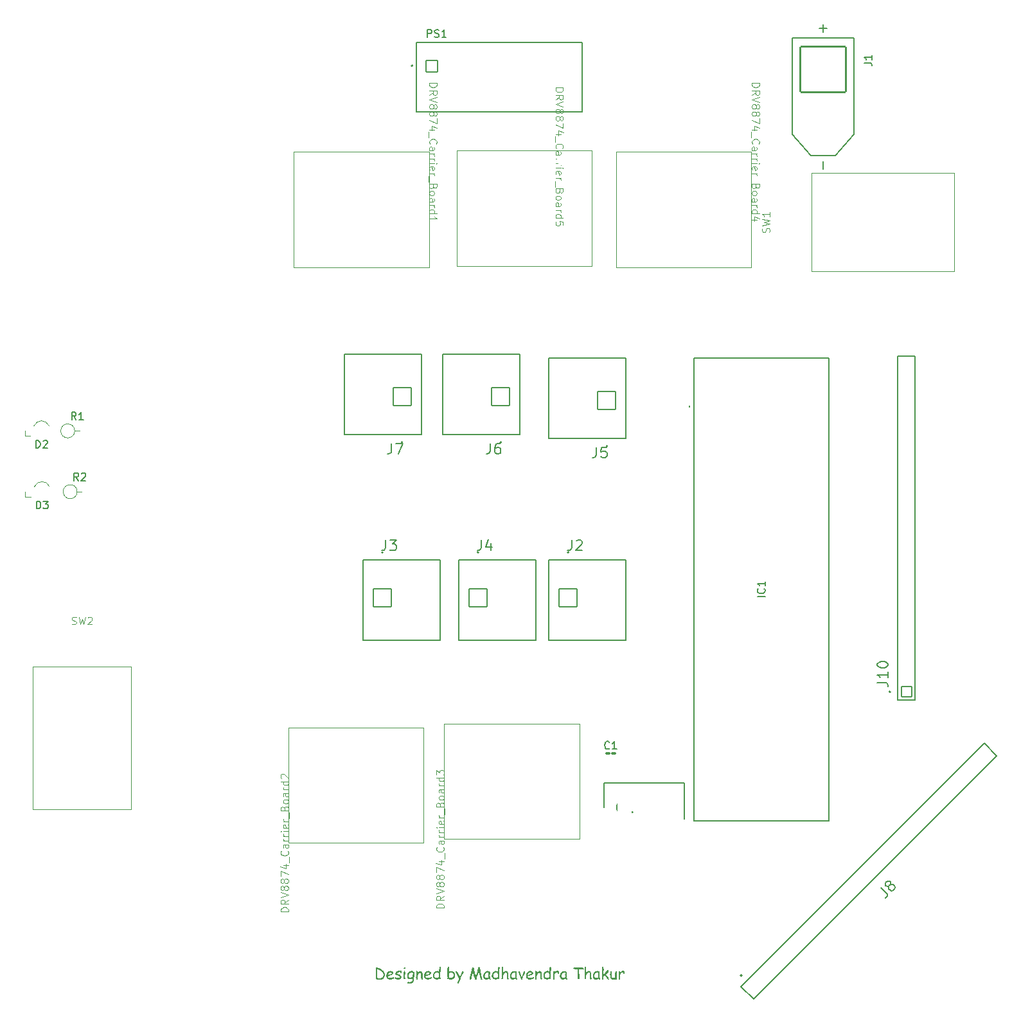
<source format=gto>
G04 #@! TF.GenerationSoftware,KiCad,Pcbnew,8.0.5*
G04 #@! TF.CreationDate,2024-12-27T19:52:07-05:00*
G04 #@! TF.ProjectId,RoboCup25PCBv1,526f626f-4375-4703-9235-50434276312e,rev?*
G04 #@! TF.SameCoordinates,Original*
G04 #@! TF.FileFunction,Legend,Top*
G04 #@! TF.FilePolarity,Positive*
%FSLAX46Y46*%
G04 Gerber Fmt 4.6, Leading zero omitted, Abs format (unit mm)*
G04 Created by KiCad (PCBNEW 8.0.5) date 2024-12-27 19:52:07*
%MOMM*%
%LPD*%
G01*
G04 APERTURE LIST*
G04 Aperture macros list*
%AMRoundRect*
0 Rectangle with rounded corners*
0 $1 Rounding radius*
0 $2 $3 $4 $5 $6 $7 $8 $9 X,Y pos of 4 corners*
0 Add a 4 corners polygon primitive as box body*
4,1,4,$2,$3,$4,$5,$6,$7,$8,$9,$2,$3,0*
0 Add four circle primitives for the rounded corners*
1,1,$1+$1,$2,$3*
1,1,$1+$1,$4,$5*
1,1,$1+$1,$6,$7*
1,1,$1+$1,$8,$9*
0 Add four rect primitives between the rounded corners*
20,1,$1+$1,$2,$3,$4,$5,0*
20,1,$1+$1,$4,$5,$6,$7,0*
20,1,$1+$1,$6,$7,$8,$9,0*
20,1,$1+$1,$8,$9,$2,$3,0*%
G04 Aperture macros list end*
%ADD10C,0.100000*%
%ADD11C,0.150000*%
%ADD12C,0.254000*%
%ADD13C,0.127000*%
%ADD14C,0.200000*%
%ADD15C,0.120000*%
%ADD16RoundRect,0.102000X-1.200000X-1.200000X1.200000X-1.200000X1.200000X1.200000X-1.200000X1.200000X0*%
%ADD17C,2.604000*%
%ADD18C,1.524000*%
%ADD19R,5.600000X1.200000*%
%ADD20R,1.920000X1.920000*%
%ADD21C,1.920000*%
%ADD22R,1.200000X5.600000*%
%ADD23RoundRect,0.102000X1.200000X1.200000X-1.200000X1.200000X-1.200000X-1.200000X1.200000X-1.200000X0*%
%ADD24C,1.400000*%
%ADD25O,1.400000X1.400000*%
%ADD26RoundRect,0.102000X0.699000X-0.699000X0.699000X0.699000X-0.699000X0.699000X-0.699000X-0.699000X0*%
%ADD27C,1.602000*%
%ADD28RoundRect,0.102000X-0.754000X-0.754000X0.754000X-0.754000X0.754000X0.754000X-0.754000X0.754000X0*%
%ADD29C,1.712000*%
%ADD30R,1.000000X0.900000*%
%ADD31R,0.400000X0.800000*%
%ADD32C,1.869000*%
%ADD33RoundRect,0.100000X-0.217500X-0.100000X0.217500X-0.100000X0.217500X0.100000X-0.217500X0.100000X0*%
%ADD34C,6.204000*%
%ADD35RoundRect,0.102000X-3.000000X3.000000X-3.000000X-3.000000X3.000000X-3.000000X3.000000X3.000000X0*%
%ADD36RoundRect,0.102000X0.000000X-0.988535X0.988535X0.000000X0.000000X0.988535X-0.988535X0.000000X0*%
G04 APERTURE END LIST*
D10*
G36*
X307738768Y-249634735D02*
G01*
X307808262Y-249666849D01*
X307833492Y-249679092D01*
X307904452Y-249712958D01*
X307974730Y-249745690D01*
X308017041Y-249763722D01*
X308088865Y-249790106D01*
X308157976Y-249819799D01*
X308224374Y-249852800D01*
X308288059Y-249889111D01*
X308363848Y-249939151D01*
X308435399Y-249994362D01*
X308502709Y-250054742D01*
X308515662Y-250067438D01*
X308572420Y-250128638D01*
X308621610Y-250191338D01*
X308663233Y-250255538D01*
X308697288Y-250321237D01*
X308729214Y-250405471D01*
X308749316Y-250492047D01*
X308757593Y-250580968D01*
X308757829Y-250599033D01*
X308753850Y-250674645D01*
X308741911Y-250748889D01*
X308722013Y-250821766D01*
X308694156Y-250893275D01*
X308674665Y-250933524D01*
X308635548Y-251000552D01*
X308590645Y-251061551D01*
X308539958Y-251116518D01*
X308483485Y-251165455D01*
X308448618Y-251190711D01*
X308383836Y-251227441D01*
X308309291Y-251256571D01*
X308224982Y-251278102D01*
X308147268Y-251290240D01*
X308062773Y-251297100D01*
X307990296Y-251298789D01*
X307915055Y-251293637D01*
X307842033Y-251280837D01*
X307818105Y-251275341D01*
X307744848Y-251254503D01*
X307675910Y-251224852D01*
X307642983Y-251203900D01*
X307632725Y-251203900D01*
X307562164Y-251177174D01*
X307558353Y-251173492D01*
X307528793Y-251104198D01*
X307528677Y-251098754D01*
X307529607Y-251021481D01*
X307529807Y-251014124D01*
X307738604Y-251014124D01*
X307760219Y-251027313D01*
X307828269Y-251061729D01*
X307899824Y-251080620D01*
X307980611Y-251087704D01*
X307989197Y-251087763D01*
X308072780Y-251085251D01*
X308147398Y-251077717D01*
X308223122Y-251062577D01*
X308294723Y-251036903D01*
X308331381Y-251016322D01*
X308389728Y-250969646D01*
X308440203Y-250913883D01*
X308482807Y-250849032D01*
X308490383Y-250834972D01*
X308521682Y-250762794D01*
X308541388Y-250688683D01*
X308549502Y-250612641D01*
X308549734Y-250597201D01*
X308541988Y-250509129D01*
X308518751Y-250425117D01*
X308480021Y-250345167D01*
X308437884Y-250284130D01*
X308385831Y-250225692D01*
X308323864Y-250169853D01*
X308251982Y-250116612D01*
X308232463Y-250103709D01*
X308162693Y-250063317D01*
X308087796Y-250024969D01*
X308010604Y-249987738D01*
X307939177Y-249954502D01*
X307859152Y-249918198D01*
X307770529Y-249878825D01*
X307747030Y-249868503D01*
X307752159Y-250162693D01*
X307755090Y-250456151D01*
X307738604Y-251014124D01*
X307529807Y-251014124D01*
X307531691Y-250944670D01*
X307534491Y-250866529D01*
X307537617Y-250791430D01*
X307538203Y-250778185D01*
X307541564Y-250701712D01*
X307544607Y-250622001D01*
X307546926Y-250543439D01*
X307548085Y-250464041D01*
X307548094Y-250457250D01*
X307547718Y-250380765D01*
X307546750Y-250297160D01*
X307545415Y-250211946D01*
X307543908Y-250129948D01*
X307543332Y-250100778D01*
X307541838Y-250016023D01*
X307540653Y-249939537D01*
X307539661Y-249860755D01*
X307539043Y-249784500D01*
X307538935Y-249744305D01*
X307567475Y-249673776D01*
X307582166Y-249656744D01*
X307644311Y-249614234D01*
X307668628Y-249610582D01*
X307738768Y-249634735D01*
G37*
G36*
X309533331Y-250130064D02*
G01*
X309607062Y-250140986D01*
X309680593Y-250161977D01*
X309730893Y-250184675D01*
X309795180Y-250231359D01*
X309841934Y-250297504D01*
X309861805Y-250369884D01*
X309863883Y-250405959D01*
X309847500Y-250481590D01*
X309803697Y-250546212D01*
X309747379Y-250595736D01*
X309680340Y-250633162D01*
X309613841Y-250664924D01*
X309539354Y-250698218D01*
X309529026Y-250702714D01*
X309135551Y-250875638D01*
X309187178Y-250935665D01*
X309247996Y-250982390D01*
X309279166Y-250999469D01*
X309353774Y-251026273D01*
X309430908Y-251038887D01*
X309479567Y-251040868D01*
X309556870Y-251034457D01*
X309628850Y-251019806D01*
X309646629Y-251015223D01*
X309719992Y-250990425D01*
X309783685Y-250951977D01*
X309803066Y-250929860D01*
X309858708Y-250880057D01*
X309878538Y-250876737D01*
X309942651Y-250905314D01*
X309971228Y-250971992D01*
X309953231Y-251043612D01*
X309906261Y-251102502D01*
X309840035Y-251150422D01*
X309786946Y-251178255D01*
X309718285Y-251206948D01*
X309640844Y-251231111D01*
X309564503Y-251246069D01*
X309489261Y-251251822D01*
X309479933Y-251251894D01*
X309395672Y-251247798D01*
X309317645Y-251235511D01*
X309245852Y-251215032D01*
X309169973Y-251180786D01*
X309102578Y-251135390D01*
X309049040Y-251083398D01*
X309000579Y-251013559D01*
X308971041Y-250945828D01*
X308952580Y-250870832D01*
X308945195Y-250788571D01*
X308945041Y-250774155D01*
X308947924Y-250699783D01*
X309117965Y-250699783D01*
X309434138Y-250560198D01*
X309510603Y-250524528D01*
X309576831Y-250490925D01*
X309646937Y-250450762D01*
X309700118Y-250414019D01*
X309637765Y-250373640D01*
X309561529Y-250348217D01*
X309481049Y-250338122D01*
X309451723Y-250337449D01*
X309377298Y-250346286D01*
X309304935Y-250376421D01*
X309247791Y-250422374D01*
X309242529Y-250427941D01*
X309194472Y-250493214D01*
X309158318Y-250567254D01*
X309131826Y-250645233D01*
X309117965Y-250699783D01*
X308947924Y-250699783D01*
X308948208Y-250692469D01*
X308957707Y-250615023D01*
X308973538Y-250541816D01*
X309000895Y-250459564D01*
X309037372Y-250383418D01*
X309074734Y-250324626D01*
X309121129Y-250267527D01*
X309182919Y-250211782D01*
X309251380Y-250169974D01*
X309326514Y-250142101D01*
X309408319Y-250128165D01*
X309451723Y-250126423D01*
X309533331Y-250130064D01*
G37*
G36*
X310844640Y-250407791D02*
G01*
X310774855Y-250380219D01*
X310765139Y-250366025D01*
X310745102Y-250290813D01*
X310738394Y-250243660D01*
X310661800Y-250264938D01*
X310584119Y-250288795D01*
X310510228Y-250312569D01*
X310500258Y-250315833D01*
X310427580Y-250350753D01*
X310365713Y-250399875D01*
X310333977Y-250466851D01*
X310333196Y-250478866D01*
X310394012Y-250495352D01*
X310478625Y-250512409D01*
X310554686Y-250531708D01*
X310632614Y-250557055D01*
X310707421Y-250589759D01*
X310746454Y-250612222D01*
X310811978Y-250664472D01*
X310861408Y-250726014D01*
X310894745Y-250796847D01*
X310911988Y-250876972D01*
X310914616Y-250926929D01*
X310905525Y-251006041D01*
X310878254Y-251074849D01*
X310832802Y-251133352D01*
X310769169Y-251181552D01*
X310696326Y-251215555D01*
X310623111Y-251236438D01*
X310541927Y-251248528D01*
X310464354Y-251251894D01*
X310389296Y-251248359D01*
X310316208Y-251237752D01*
X310245091Y-251220074D01*
X310206434Y-251207198D01*
X310137030Y-251175988D01*
X310078162Y-251129055D01*
X310048417Y-251061117D01*
X310047798Y-251048562D01*
X310078054Y-250979398D01*
X310080038Y-250977487D01*
X310148903Y-250947198D01*
X310154043Y-250947079D01*
X310221132Y-250979682D01*
X310236475Y-250992875D01*
X310308123Y-251021726D01*
X310347484Y-251029511D01*
X310421960Y-251038994D01*
X310463988Y-251040868D01*
X310540538Y-251036360D01*
X310616395Y-251020352D01*
X310682012Y-250987403D01*
X310712383Y-250925464D01*
X310696907Y-250853722D01*
X310650481Y-250796355D01*
X310583231Y-250757428D01*
X310516744Y-250735687D01*
X310409399Y-250712606D01*
X310331525Y-250693551D01*
X310258573Y-250668134D01*
X310214860Y-250644829D01*
X310160777Y-250589913D01*
X310134266Y-250516253D01*
X310131329Y-250475935D01*
X310138464Y-250401961D01*
X310164826Y-250326271D01*
X310210612Y-250262012D01*
X310275823Y-250209183D01*
X310334295Y-250178447D01*
X310408602Y-250150776D01*
X310483763Y-250127619D01*
X310532131Y-250113967D01*
X310602649Y-250093845D01*
X310677559Y-250069811D01*
X310727037Y-250050586D01*
X310800339Y-250033265D01*
X310818628Y-250032634D01*
X310887579Y-250057428D01*
X310891168Y-250060844D01*
X310919633Y-250128872D01*
X310919745Y-250134483D01*
X310930276Y-250209872D01*
X310932568Y-250220212D01*
X310944939Y-250293998D01*
X310945390Y-250305942D01*
X310920274Y-250375987D01*
X310916814Y-250379581D01*
X310847372Y-250407763D01*
X310844640Y-250407791D01*
G37*
G36*
X311367076Y-249868503D02*
G01*
X311295411Y-249848187D01*
X311281346Y-249837728D01*
X311245758Y-249771055D01*
X311245443Y-249762990D01*
X311274930Y-249694501D01*
X311281346Y-249688618D01*
X311348992Y-249658572D01*
X311367076Y-249657477D01*
X311438256Y-249678035D01*
X311452072Y-249688618D01*
X311487297Y-249754928D01*
X311487609Y-249762990D01*
X311458423Y-249831780D01*
X311452072Y-249837728D01*
X311382192Y-249867751D01*
X311367076Y-249868503D01*
G37*
G36*
X311413604Y-250723963D02*
G01*
X311414428Y-250802274D01*
X311416128Y-250881563D01*
X311416901Y-250911908D01*
X311418987Y-250990690D01*
X311420336Y-251064819D01*
X311420565Y-251100219D01*
X311397697Y-251170047D01*
X311392721Y-251175690D01*
X311325058Y-251204885D01*
X311319448Y-251205000D01*
X311250540Y-251179240D01*
X311246908Y-251175690D01*
X311218808Y-251105924D01*
X311218698Y-251100219D01*
X311217782Y-251021634D01*
X311215893Y-250942259D01*
X311215034Y-250911908D01*
X311212949Y-250833169D01*
X311211600Y-250759203D01*
X311211371Y-250723963D01*
X311212583Y-250650451D01*
X311215789Y-250573629D01*
X311220387Y-250496352D01*
X311221629Y-250478133D01*
X311226765Y-250399143D01*
X311230500Y-250320418D01*
X311232212Y-250244812D01*
X311232254Y-250232302D01*
X311255422Y-250161385D01*
X311260464Y-250155732D01*
X311330271Y-250126452D01*
X311333004Y-250126423D01*
X311401955Y-250152183D01*
X311405544Y-250155732D01*
X311433869Y-250223599D01*
X311434120Y-250232302D01*
X311432908Y-250305815D01*
X311429702Y-250382637D01*
X311425104Y-250459913D01*
X311423862Y-250478133D01*
X311418903Y-250557123D01*
X311415297Y-250635848D01*
X311413644Y-250711454D01*
X311413604Y-250723963D01*
G37*
G36*
X312363579Y-250131262D02*
G01*
X312438157Y-250148641D01*
X312446385Y-250151702D01*
X312512541Y-250190327D01*
X312545303Y-250227173D01*
X312616702Y-250249145D01*
X312652886Y-250316625D01*
X312655579Y-250351737D01*
X312651441Y-250426490D01*
X312641309Y-250505968D01*
X312633963Y-250551039D01*
X312622133Y-250625138D01*
X312611228Y-250701216D01*
X312606120Y-250748143D01*
X312582306Y-251100219D01*
X312578927Y-251176237D01*
X312572348Y-251258087D01*
X312562929Y-251332574D01*
X312548686Y-251408687D01*
X312540174Y-251443136D01*
X312517171Y-251513231D01*
X312484398Y-251582863D01*
X312439264Y-251647842D01*
X312391796Y-251693729D01*
X312323012Y-251736365D01*
X312251555Y-251763679D01*
X312169579Y-251781665D01*
X312090943Y-251789660D01*
X312034225Y-251791182D01*
X311960629Y-251789501D01*
X311887012Y-251783691D01*
X311810007Y-251771241D01*
X311804148Y-251769933D01*
X311730309Y-251741955D01*
X311680661Y-251684433D01*
X311674455Y-251646468D01*
X311694178Y-251574416D01*
X311764214Y-251546085D01*
X311838470Y-251554570D01*
X311887679Y-251564036D01*
X311961013Y-251575534D01*
X312034180Y-251580136D01*
X312079288Y-251580157D01*
X312159986Y-251569738D01*
X312228973Y-251541368D01*
X312286250Y-251495046D01*
X312331816Y-251430771D01*
X312352595Y-251385983D01*
X312374417Y-251313672D01*
X312388740Y-251236350D01*
X312397473Y-251159637D01*
X312402934Y-251073289D01*
X312404986Y-250993974D01*
X312368106Y-251061522D01*
X312322745Y-251122602D01*
X312272362Y-251169829D01*
X312206460Y-251207782D01*
X312133182Y-251226386D01*
X312096873Y-251228447D01*
X312018619Y-251222241D01*
X311947027Y-251203623D01*
X311873365Y-251167147D01*
X311808404Y-251114459D01*
X311793524Y-251098754D01*
X311747985Y-251038314D01*
X311713632Y-250970476D01*
X311690463Y-250895240D01*
X311678479Y-250812606D01*
X311676653Y-250762065D01*
X311677501Y-250743381D01*
X311876322Y-250743381D01*
X311881867Y-250822170D01*
X311900778Y-250893549D01*
X311933108Y-250948911D01*
X311993596Y-250995744D01*
X312069102Y-251015748D01*
X312103101Y-251017421D01*
X312180313Y-251002326D01*
X312249641Y-250961967D01*
X312305334Y-250910076D01*
X312353270Y-250848431D01*
X312388725Y-250781035D01*
X312406085Y-250714071D01*
X312419916Y-250639303D01*
X312431445Y-250563156D01*
X312441871Y-250484620D01*
X312451059Y-250408456D01*
X312452613Y-250394968D01*
X312386138Y-250358564D01*
X312366884Y-250351737D01*
X312292912Y-250337951D01*
X312275293Y-250337449D01*
X312193801Y-250343357D01*
X312120829Y-250361081D01*
X312047865Y-250395805D01*
X311986029Y-250445963D01*
X311972309Y-250460914D01*
X311925909Y-250528138D01*
X311897413Y-250595921D01*
X311880915Y-250671260D01*
X311876322Y-250743381D01*
X311677501Y-250743381D01*
X311680553Y-250676134D01*
X311692252Y-250595570D01*
X311711751Y-250520372D01*
X311739050Y-250450541D01*
X311774148Y-250386077D01*
X311826561Y-250315803D01*
X311836388Y-250304842D01*
X311890824Y-250253442D01*
X311951092Y-250210754D01*
X312017191Y-250176778D01*
X312089122Y-250151513D01*
X312166885Y-250134961D01*
X312250480Y-250127120D01*
X312285551Y-250126423D01*
X312363579Y-250131262D01*
G37*
G36*
X313661981Y-251251894D02*
G01*
X313589597Y-251226045D01*
X313561964Y-251160303D01*
X313533021Y-250946713D01*
X313524886Y-250870068D01*
X313520128Y-250796800D01*
X313518733Y-250733122D01*
X313521538Y-250656506D01*
X313522397Y-250640799D01*
X313525770Y-250566401D01*
X313526060Y-250548108D01*
X313522116Y-250466025D01*
X313505452Y-250390114D01*
X313453610Y-250338272D01*
X313443628Y-250337449D01*
X313365500Y-250353164D01*
X313296577Y-250394723D01*
X313242882Y-250446672D01*
X313223077Y-250470439D01*
X313178220Y-250534896D01*
X313138538Y-250607368D01*
X313108062Y-250677354D01*
X313081547Y-250753477D01*
X313074699Y-250776353D01*
X313068095Y-250852762D01*
X313065540Y-250874173D01*
X313059701Y-250947262D01*
X313059312Y-250970893D01*
X313064081Y-251046467D01*
X313065540Y-251061018D01*
X313071470Y-251136339D01*
X313071769Y-251150778D01*
X313046653Y-251220136D01*
X313043192Y-251223684D01*
X312973407Y-251251867D01*
X312970652Y-251251894D01*
X312900928Y-251227100D01*
X312897379Y-251223684D01*
X312870009Y-251155656D01*
X312869902Y-251150045D01*
X312864572Y-251074190D01*
X312862941Y-251059553D01*
X312856758Y-250985776D01*
X312856346Y-250968695D01*
X312858078Y-250887933D01*
X312862071Y-250807752D01*
X312867566Y-250725824D01*
X312871001Y-250681099D01*
X312876854Y-250604458D01*
X312881783Y-250526227D01*
X312885083Y-250450152D01*
X312886022Y-250393136D01*
X312883414Y-250316561D01*
X312882358Y-250297515D01*
X312879322Y-250222492D01*
X312879061Y-250201894D01*
X312906567Y-250132553D01*
X312908370Y-250130819D01*
X312978222Y-250103003D01*
X312980910Y-250102976D01*
X313051112Y-250132841D01*
X313081609Y-250207040D01*
X313085324Y-250238897D01*
X313088255Y-250360896D01*
X313142526Y-250293348D01*
X313197263Y-250237248D01*
X313263560Y-250185041D01*
X313330528Y-250149321D01*
X313409503Y-250128484D01*
X313443628Y-250126423D01*
X313519809Y-250135124D01*
X313590569Y-250165714D01*
X313645505Y-250218329D01*
X313673339Y-250265642D01*
X313699054Y-250339886D01*
X313713009Y-250416280D01*
X313720062Y-250496010D01*
X313721699Y-250540048D01*
X313721699Y-250639699D01*
X313720600Y-250731657D01*
X313724228Y-250806196D01*
X313732964Y-250881546D01*
X313742581Y-250943415D01*
X313754367Y-251019715D01*
X313762289Y-251092653D01*
X313764930Y-251154075D01*
X313737424Y-251223073D01*
X313735621Y-251224783D01*
X313667464Y-251251788D01*
X313661981Y-251251894D01*
G37*
G36*
X314505627Y-250130064D02*
G01*
X314579357Y-250140986D01*
X314652889Y-250161977D01*
X314703189Y-250184675D01*
X314767476Y-250231359D01*
X314814230Y-250297504D01*
X314834101Y-250369884D01*
X314836179Y-250405959D01*
X314819795Y-250481590D01*
X314775993Y-250546212D01*
X314719675Y-250595736D01*
X314652636Y-250633162D01*
X314586137Y-250664924D01*
X314511650Y-250698218D01*
X314501322Y-250702714D01*
X314107847Y-250875638D01*
X314159474Y-250935665D01*
X314220292Y-250982390D01*
X314251461Y-250999469D01*
X314326070Y-251026273D01*
X314403204Y-251038887D01*
X314451863Y-251040868D01*
X314529166Y-251034457D01*
X314601146Y-251019806D01*
X314618925Y-251015223D01*
X314692287Y-250990425D01*
X314755980Y-250951977D01*
X314775362Y-250929860D01*
X314831004Y-250880057D01*
X314850833Y-250876737D01*
X314914947Y-250905314D01*
X314943524Y-250971992D01*
X314925527Y-251043612D01*
X314878557Y-251102502D01*
X314812331Y-251150422D01*
X314759242Y-251178255D01*
X314690581Y-251206948D01*
X314613140Y-251231111D01*
X314536799Y-251246069D01*
X314461557Y-251251822D01*
X314452229Y-251251894D01*
X314367968Y-251247798D01*
X314289941Y-251235511D01*
X314218148Y-251215032D01*
X314142268Y-251180786D01*
X314074874Y-251135390D01*
X314021336Y-251083398D01*
X313972875Y-251013559D01*
X313943337Y-250945828D01*
X313924876Y-250870832D01*
X313917491Y-250788571D01*
X313917337Y-250774155D01*
X313920220Y-250699783D01*
X314090261Y-250699783D01*
X314406434Y-250560198D01*
X314482899Y-250524528D01*
X314549127Y-250490925D01*
X314619233Y-250450762D01*
X314672414Y-250414019D01*
X314610061Y-250373640D01*
X314533825Y-250348217D01*
X314453345Y-250338122D01*
X314424019Y-250337449D01*
X314349594Y-250346286D01*
X314277231Y-250376421D01*
X314220087Y-250422374D01*
X314214825Y-250427941D01*
X314166768Y-250493214D01*
X314130614Y-250567254D01*
X314104121Y-250645233D01*
X314090261Y-250699783D01*
X313920220Y-250699783D01*
X313920504Y-250692469D01*
X313930003Y-250615023D01*
X313945834Y-250541816D01*
X313973191Y-250459564D01*
X314009667Y-250383418D01*
X314047030Y-250324626D01*
X314093425Y-250267527D01*
X314155215Y-250211782D01*
X314223676Y-250169974D01*
X314298809Y-250142101D01*
X314380615Y-250128165D01*
X314424019Y-250126423D01*
X314505627Y-250130064D01*
G37*
G36*
X316088046Y-249588600D02*
G01*
X316111493Y-249663339D01*
X316109529Y-249742186D01*
X316105723Y-249818706D01*
X316101235Y-249892042D01*
X316095464Y-249976151D01*
X316088412Y-250071033D01*
X316082281Y-250149265D01*
X316075429Y-250233557D01*
X316070460Y-250293119D01*
X316065010Y-250368430D01*
X316061118Y-250443786D01*
X316058782Y-250519188D01*
X316058004Y-250594637D01*
X316058502Y-250677389D01*
X316059996Y-250754921D01*
X316063264Y-250844494D01*
X316068089Y-250925910D01*
X316074470Y-250999169D01*
X316084181Y-251076311D01*
X316089877Y-251110478D01*
X316091709Y-251133925D01*
X316062766Y-251201702D01*
X315996088Y-251228447D01*
X315929570Y-251192097D01*
X315902299Y-251135390D01*
X315836422Y-251178597D01*
X315768301Y-251212687D01*
X315748426Y-251220753D01*
X315677210Y-251242041D01*
X315603328Y-251251408D01*
X315581730Y-251251894D01*
X315504347Y-251246884D01*
X315432116Y-251231853D01*
X315354358Y-251201652D01*
X315283613Y-251157811D01*
X315228555Y-251109378D01*
X315179499Y-251051801D01*
X315140593Y-250988427D01*
X315111836Y-250919257D01*
X315093229Y-250844291D01*
X315084771Y-250763529D01*
X315084207Y-250735321D01*
X315084410Y-250730558D01*
X315266657Y-250730558D01*
X315275852Y-250806543D01*
X315303436Y-250875587D01*
X315349411Y-250937690D01*
X315360812Y-250949277D01*
X315423001Y-250997577D01*
X315491416Y-251027988D01*
X315566055Y-251040511D01*
X315581730Y-251040868D01*
X315657175Y-251034187D01*
X315728276Y-251010460D01*
X315793206Y-250967018D01*
X315842581Y-250928394D01*
X315872257Y-250897986D01*
X315869326Y-250727627D01*
X315870425Y-250613321D01*
X315872257Y-250497184D01*
X315833228Y-250434943D01*
X315776258Y-250382530D01*
X315768210Y-250377383D01*
X315696952Y-250347432D01*
X315624082Y-250337605D01*
X315612871Y-250337449D01*
X315531653Y-250343586D01*
X315453255Y-250365159D01*
X315388595Y-250402267D01*
X315353119Y-250435635D01*
X315311323Y-250498511D01*
X315285655Y-250567588D01*
X315270794Y-250649076D01*
X315266657Y-250730558D01*
X315084410Y-250730558D01*
X315087767Y-250651679D01*
X315098447Y-250573405D01*
X315116246Y-250500497D01*
X315147004Y-250420091D01*
X315188014Y-250347414D01*
X315230020Y-250292752D01*
X315287753Y-250236226D01*
X315351590Y-250191396D01*
X315421533Y-250158260D01*
X315497581Y-250136819D01*
X315579734Y-250127073D01*
X315608475Y-250126423D01*
X315684344Y-250130795D01*
X315757264Y-250147237D01*
X315793122Y-250163426D01*
X315889842Y-250234501D01*
X315892570Y-250156193D01*
X315895394Y-250082839D01*
X315899309Y-249992736D01*
X315903397Y-249911437D01*
X315908747Y-249822195D01*
X315914366Y-249746709D01*
X315922683Y-249664140D01*
X315923914Y-249654546D01*
X315953956Y-249586402D01*
X316017704Y-249563688D01*
X316088046Y-249588600D01*
G37*
G36*
X317183229Y-249622054D02*
G01*
X317194099Y-249676528D01*
X317188970Y-249718660D01*
X317183841Y-249760792D01*
X317180910Y-249985739D01*
X317178712Y-250248056D01*
X317244743Y-250206720D01*
X317313371Y-250171590D01*
X317349071Y-250156831D01*
X317422804Y-250135005D01*
X317496661Y-250126453D01*
X317501113Y-250126423D01*
X317581295Y-250132399D01*
X317655604Y-250150328D01*
X317724039Y-250180210D01*
X317786602Y-250222044D01*
X317843291Y-250275831D01*
X317860882Y-250296416D01*
X317904958Y-250358893D01*
X317939914Y-250426521D01*
X317965751Y-250499302D01*
X317982469Y-250577234D01*
X317990069Y-250660319D01*
X317990575Y-250689159D01*
X317985243Y-250774738D01*
X317969246Y-250855345D01*
X317942584Y-250930980D01*
X317905258Y-251001644D01*
X317857267Y-251067337D01*
X317838900Y-251088129D01*
X317779545Y-251143784D01*
X317714961Y-251187923D01*
X317645147Y-251220549D01*
X317570104Y-251241659D01*
X317489831Y-251251254D01*
X317461912Y-251251894D01*
X317384929Y-251247337D01*
X317311519Y-251233668D01*
X317241681Y-251210884D01*
X317175415Y-251178988D01*
X317117918Y-251225356D01*
X317095181Y-251228447D01*
X317028503Y-251201336D01*
X317001392Y-251133192D01*
X317003798Y-251058017D01*
X317003956Y-251054790D01*
X317006498Y-250981196D01*
X317006521Y-250976022D01*
X317005948Y-250897726D01*
X317004666Y-250819942D01*
X317002943Y-250740837D01*
X317001020Y-250664828D01*
X317000659Y-250651423D01*
X317000650Y-250651057D01*
X317177613Y-250651057D01*
X317178712Y-250804930D01*
X317179811Y-250966863D01*
X317248204Y-250995006D01*
X317319030Y-251022184D01*
X317391104Y-251036763D01*
X317461912Y-251040868D01*
X317541732Y-251032928D01*
X317613033Y-251009106D01*
X317675813Y-250969404D01*
X317707009Y-250940484D01*
X317753409Y-250879900D01*
X317784624Y-250811491D01*
X317800653Y-250735258D01*
X317802997Y-250689525D01*
X317796882Y-250610712D01*
X317778538Y-250539550D01*
X317743812Y-250469455D01*
X317725694Y-250444061D01*
X317667870Y-250387840D01*
X317598812Y-250352441D01*
X317518519Y-250337865D01*
X317501113Y-250337449D01*
X317426540Y-250346144D01*
X317355788Y-250369791D01*
X317328189Y-250382878D01*
X317264781Y-250421695D01*
X317198982Y-250466775D01*
X317179811Y-250480331D01*
X317177613Y-250651057D01*
X317000650Y-250651057D01*
X316998791Y-250574027D01*
X316997101Y-250493337D01*
X316995813Y-250413784D01*
X316995185Y-250340436D01*
X316995163Y-250326458D01*
X316995318Y-250251651D01*
X316995637Y-250170932D01*
X316996005Y-250093565D01*
X316996263Y-250043625D01*
X316996636Y-249970252D01*
X316996974Y-249896436D01*
X316997254Y-249820180D01*
X316997362Y-249760059D01*
X317008406Y-249684640D01*
X317023007Y-249649417D01*
X317075615Y-249595893D01*
X317116796Y-249587135D01*
X317183229Y-249622054D01*
G37*
G36*
X319124839Y-250286891D02*
G01*
X318768367Y-251051493D01*
X318736361Y-251119866D01*
X318699075Y-251201339D01*
X318664813Y-251278375D01*
X318633573Y-251350976D01*
X318605357Y-251419139D01*
X318575489Y-251495080D01*
X318566500Y-251518974D01*
X318498356Y-251717177D01*
X318455865Y-251777017D01*
X318405666Y-251791182D01*
X318334912Y-251767354D01*
X318330928Y-251764071D01*
X318299787Y-251697393D01*
X318313686Y-251623983D01*
X318336489Y-251553218D01*
X318362549Y-251482825D01*
X318395559Y-251400181D01*
X318424877Y-251330159D01*
X318458104Y-251253246D01*
X318495241Y-251169442D01*
X318522170Y-251109745D01*
X318153241Y-250396800D01*
X318107079Y-250321329D01*
X318079915Y-250251912D01*
X318079235Y-250241461D01*
X318103919Y-250170015D01*
X318111475Y-250161228D01*
X318176893Y-250126729D01*
X318184382Y-250126423D01*
X318252290Y-250156813D01*
X318257288Y-250163426D01*
X318301475Y-250229389D01*
X318346475Y-250301980D01*
X318392288Y-250381201D01*
X318438913Y-250467050D01*
X318474416Y-250535788D01*
X318510376Y-250608254D01*
X318546793Y-250684448D01*
X318583667Y-250764372D01*
X318620999Y-250848024D01*
X318633545Y-250876737D01*
X318785952Y-250513670D01*
X318816645Y-250446286D01*
X318851900Y-250371676D01*
X318886559Y-250301379D01*
X318920622Y-250235395D01*
X318944588Y-250190903D01*
X318993818Y-250135491D01*
X319031050Y-250126423D01*
X319099653Y-250152300D01*
X319105788Y-250157930D01*
X319138108Y-250224666D01*
X319138394Y-250232669D01*
X319124839Y-250286891D01*
G37*
G36*
X321477997Y-251298789D02*
G01*
X321408166Y-251270210D01*
X321386406Y-251243468D01*
X321355180Y-251175469D01*
X321333812Y-251099469D01*
X321330718Y-251085931D01*
X321293715Y-250902749D01*
X321276053Y-250824426D01*
X321258697Y-250737098D01*
X321243086Y-250652797D01*
X321225942Y-250555661D01*
X321212076Y-250474388D01*
X321197348Y-250385894D01*
X321181757Y-250290182D01*
X321165303Y-250187251D01*
X321159626Y-250151336D01*
X320953729Y-250793206D01*
X320892913Y-250995439D01*
X320869464Y-251066286D01*
X320840476Y-251140063D01*
X320815610Y-251192177D01*
X320757470Y-251240464D01*
X320699106Y-251251894D01*
X320627936Y-251229729D01*
X320603485Y-251205000D01*
X320575408Y-251135764D01*
X320562086Y-251091060D01*
X320532411Y-250973091D01*
X320513117Y-250902145D01*
X320494256Y-250830265D01*
X320475825Y-250757451D01*
X320457827Y-250683703D01*
X320440260Y-250609022D01*
X320423124Y-250533407D01*
X320406419Y-250456858D01*
X320390147Y-250379375D01*
X320374305Y-250300958D01*
X320358896Y-250221608D01*
X320348862Y-250168189D01*
X320311859Y-250357233D01*
X320178869Y-250914473D01*
X320168963Y-250993266D01*
X320154740Y-251074156D01*
X320139872Y-251147288D01*
X320127212Y-251205000D01*
X320079839Y-251261878D01*
X320025362Y-251275341D01*
X319954651Y-251249781D01*
X319944762Y-251239438D01*
X319919217Y-251169177D01*
X319919117Y-251163600D01*
X319922518Y-251085174D01*
X319930847Y-251012007D01*
X319944173Y-250933353D01*
X319962497Y-250849212D01*
X319981585Y-250774904D01*
X319990191Y-250744113D01*
X320103764Y-250315101D01*
X320163482Y-249979877D01*
X320180685Y-249897394D01*
X320201179Y-249815619D01*
X320225159Y-249741224D01*
X320259103Y-249672131D01*
X320314980Y-249620740D01*
X320360952Y-249610582D01*
X320431449Y-249641351D01*
X320460969Y-249689351D01*
X320486729Y-249767868D01*
X320505443Y-249845694D01*
X320521929Y-249927387D01*
X320535983Y-250006032D01*
X320547431Y-250075865D01*
X320562115Y-250164239D01*
X320578687Y-250254422D01*
X320597148Y-250346413D01*
X320617499Y-250440214D01*
X320634001Y-250511752D01*
X320651566Y-250584307D01*
X320670194Y-250657880D01*
X320689884Y-250732470D01*
X320710637Y-250808077D01*
X320717791Y-250833506D01*
X320746007Y-250756342D01*
X320773501Y-250678586D01*
X320800274Y-250600237D01*
X320826326Y-250521295D01*
X320851657Y-250441761D01*
X320876266Y-250361635D01*
X320900154Y-250280916D01*
X320923321Y-250199604D01*
X320945767Y-250117700D01*
X320967491Y-250035204D01*
X320981573Y-249979877D01*
X321012348Y-249824539D01*
X321030620Y-249749416D01*
X321056998Y-249680562D01*
X321060708Y-249673230D01*
X321115435Y-249622573D01*
X321170983Y-249610582D01*
X321240497Y-249641367D01*
X321283800Y-249708747D01*
X321306172Y-249771416D01*
X321322000Y-249849455D01*
X321333656Y-249925839D01*
X321343524Y-249999435D01*
X321346472Y-250022742D01*
X321358136Y-250111700D01*
X321370321Y-250198185D01*
X321383029Y-250282197D01*
X321396257Y-250363736D01*
X321410008Y-250442802D01*
X321424280Y-250519395D01*
X321439074Y-250593515D01*
X321459610Y-250688495D01*
X321481074Y-250779078D01*
X321497780Y-250844131D01*
X321548339Y-251027313D01*
X321568818Y-251103298D01*
X321584746Y-251174935D01*
X321587173Y-251197672D01*
X321557549Y-251265807D01*
X321553468Y-251269480D01*
X321485819Y-251298531D01*
X321477997Y-251298789D01*
G37*
G36*
X322367822Y-250134102D02*
G01*
X322444767Y-250154822D01*
X322492459Y-250172951D01*
X322560112Y-250207425D01*
X322615873Y-250259340D01*
X322632411Y-250312903D01*
X322611528Y-250362362D01*
X322599957Y-250436067D01*
X322595408Y-250492055D01*
X322591956Y-250566535D01*
X322589968Y-250647391D01*
X322589180Y-250722498D01*
X322590425Y-250797574D01*
X322597019Y-250873686D01*
X322606765Y-250925464D01*
X322630175Y-250999478D01*
X322658657Y-251074809D01*
X322671612Y-251107547D01*
X322695059Y-251162501D01*
X322701287Y-251180087D01*
X322672344Y-251248230D01*
X322605300Y-251275341D01*
X322543627Y-251232013D01*
X322534225Y-251222585D01*
X322485682Y-251165054D01*
X322465348Y-251134658D01*
X322400113Y-251171120D01*
X322330160Y-251205618D01*
X322290959Y-251222219D01*
X322218088Y-251245374D01*
X322165296Y-251251894D01*
X322079494Y-251247141D01*
X322002888Y-251232883D01*
X321925138Y-251204235D01*
X321859904Y-251162649D01*
X321813953Y-251116706D01*
X321773411Y-251054618D01*
X321742827Y-250979592D01*
X321724537Y-250904987D01*
X321713563Y-250820877D01*
X321710007Y-250743523D01*
X321709933Y-250731657D01*
X321913237Y-250731657D01*
X321917961Y-250812508D01*
X321934290Y-250887999D01*
X321969281Y-250958659D01*
X321972955Y-250963565D01*
X322031391Y-251013616D01*
X322102935Y-251037169D01*
X322152473Y-251040868D01*
X322227886Y-251035427D01*
X322302580Y-251015624D01*
X322320268Y-251007896D01*
X322385346Y-250966242D01*
X322424316Y-250936088D01*
X322414817Y-250861075D01*
X322405543Y-250779158D01*
X322398588Y-250706077D01*
X322393404Y-250631983D01*
X322391343Y-250562030D01*
X322395255Y-250488450D01*
X322396838Y-250473736D01*
X322408379Y-250398792D01*
X322413691Y-250372254D01*
X322348478Y-250345875D01*
X322304881Y-250337449D01*
X322227738Y-250344914D01*
X322156045Y-250367308D01*
X322089802Y-250404631D01*
X322029009Y-250456884D01*
X321978359Y-250518708D01*
X321942180Y-250585111D01*
X321920473Y-250656094D01*
X321913237Y-250731657D01*
X321709933Y-250731657D01*
X321709905Y-250727260D01*
X321714091Y-250651399D01*
X321726649Y-250579062D01*
X321752770Y-250496909D01*
X321790946Y-250419831D01*
X321841178Y-250347827D01*
X321881364Y-250302644D01*
X321936678Y-250251877D01*
X322007329Y-250202315D01*
X322082643Y-250165144D01*
X322162619Y-250140362D01*
X322247258Y-250127972D01*
X322291325Y-250126423D01*
X322367822Y-250134102D01*
G37*
G36*
X323841779Y-249588600D02*
G01*
X323865226Y-249663339D01*
X323863263Y-249742186D01*
X323859456Y-249818706D01*
X323854968Y-249892042D01*
X323849198Y-249976151D01*
X323842145Y-250071033D01*
X323836014Y-250149265D01*
X323829162Y-250233557D01*
X323824193Y-250293119D01*
X323818744Y-250368430D01*
X323814851Y-250443786D01*
X323812516Y-250519188D01*
X323811737Y-250594637D01*
X323812235Y-250677389D01*
X323813729Y-250754921D01*
X323816998Y-250844494D01*
X323821822Y-250925910D01*
X323828203Y-250999169D01*
X323837915Y-251076311D01*
X323843611Y-251110478D01*
X323845443Y-251133925D01*
X323816500Y-251201702D01*
X323749822Y-251228447D01*
X323683304Y-251192097D01*
X323656032Y-251135390D01*
X323590155Y-251178597D01*
X323522035Y-251212687D01*
X323502159Y-251220753D01*
X323430943Y-251242041D01*
X323357062Y-251251408D01*
X323335464Y-251251894D01*
X323258081Y-251246884D01*
X323185850Y-251231853D01*
X323108092Y-251201652D01*
X323037346Y-251157811D01*
X322982288Y-251109378D01*
X322933233Y-251051801D01*
X322894327Y-250988427D01*
X322865570Y-250919257D01*
X322846963Y-250844291D01*
X322838505Y-250763529D01*
X322837941Y-250735321D01*
X322838144Y-250730558D01*
X323020390Y-250730558D01*
X323029585Y-250806543D01*
X323057170Y-250875587D01*
X323103144Y-250937690D01*
X323114546Y-250949277D01*
X323176735Y-250997577D01*
X323245149Y-251027988D01*
X323319789Y-251040511D01*
X323335464Y-251040868D01*
X323410908Y-251034187D01*
X323482009Y-251010460D01*
X323546939Y-250967018D01*
X323596315Y-250928394D01*
X323625990Y-250897986D01*
X323623060Y-250727627D01*
X323624159Y-250613321D01*
X323625990Y-250497184D01*
X323586961Y-250434943D01*
X323529992Y-250382530D01*
X323521943Y-250377383D01*
X323450685Y-250347432D01*
X323377816Y-250337605D01*
X323366605Y-250337449D01*
X323285386Y-250343586D01*
X323206989Y-250365159D01*
X323142328Y-250402267D01*
X323106852Y-250435635D01*
X323065057Y-250498511D01*
X323039388Y-250567588D01*
X323024528Y-250649076D01*
X323020390Y-250730558D01*
X322838144Y-250730558D01*
X322841501Y-250651679D01*
X322852180Y-250573405D01*
X322869980Y-250500497D01*
X322900737Y-250420091D01*
X322941747Y-250347414D01*
X322983754Y-250292752D01*
X323041486Y-250236226D01*
X323105324Y-250191396D01*
X323175266Y-250158260D01*
X323251314Y-250136819D01*
X323333467Y-250127073D01*
X323362208Y-250126423D01*
X323438078Y-250130795D01*
X323510998Y-250147237D01*
X323546856Y-250163426D01*
X323643576Y-250234501D01*
X323646303Y-250156193D01*
X323649127Y-250082839D01*
X323653043Y-249992736D01*
X323657130Y-249911437D01*
X323662481Y-249822195D01*
X323668099Y-249746709D01*
X323676417Y-249664140D01*
X323677648Y-249654546D01*
X323707690Y-249586402D01*
X323771437Y-249563688D01*
X323841779Y-249588600D01*
G37*
G36*
X324969815Y-251251894D02*
G01*
X324900627Y-251224513D01*
X324873827Y-251174225D01*
X324856757Y-251101135D01*
X324843319Y-251025115D01*
X324831836Y-250944950D01*
X324830596Y-250935355D01*
X324821741Y-250856095D01*
X324815301Y-250777885D01*
X324812349Y-250703838D01*
X324812278Y-250691723D01*
X324814532Y-250617427D01*
X324814842Y-250610757D01*
X324817367Y-250536906D01*
X324817407Y-250529790D01*
X324812779Y-250454845D01*
X324790110Y-250379711D01*
X324726637Y-250337637D01*
X324720687Y-250337449D01*
X324641468Y-250349077D01*
X324567758Y-250383960D01*
X324506131Y-250435238D01*
X324486580Y-250456517D01*
X324441552Y-250517740D01*
X324400613Y-250584146D01*
X324364524Y-250647937D01*
X324342233Y-250689159D01*
X324341717Y-250784161D01*
X324340172Y-250868952D01*
X324337596Y-250943530D01*
X324332927Y-251022391D01*
X324325199Y-251095962D01*
X324309260Y-251163234D01*
X324260631Y-251219276D01*
X324219501Y-251228447D01*
X324149519Y-251203331D01*
X324145495Y-251199870D01*
X324113652Y-251132448D01*
X324113621Y-251129895D01*
X324122780Y-251084832D01*
X324131473Y-251008887D01*
X324134138Y-250935355D01*
X324137435Y-250783681D01*
X324140366Y-250030069D01*
X324144538Y-249952496D01*
X324147436Y-249878387D01*
X324147693Y-249858977D01*
X324142129Y-249783689D01*
X324137801Y-249760059D01*
X324128383Y-249684899D01*
X324127909Y-249662972D01*
X324155759Y-249593675D01*
X324157585Y-249591898D01*
X324225827Y-249563798D01*
X324231224Y-249563688D01*
X324301291Y-249588193D01*
X324330143Y-249650516D01*
X324340580Y-249725362D01*
X324345869Y-249798932D01*
X324346263Y-249823440D01*
X324345284Y-249902437D01*
X324342667Y-249977024D01*
X324339302Y-250039595D01*
X324335886Y-250114921D01*
X324334201Y-250191287D01*
X324334173Y-250261612D01*
X324335272Y-250352103D01*
X324383774Y-250292946D01*
X324439774Y-250237819D01*
X324503935Y-250190073D01*
X324515889Y-250182843D01*
X324583518Y-250150721D01*
X324660454Y-250130886D01*
X324720321Y-250126423D01*
X324799158Y-250133361D01*
X324871810Y-250157753D01*
X324932618Y-250205452D01*
X324955160Y-250237431D01*
X324983719Y-250311225D01*
X324997903Y-250386248D01*
X325005305Y-250467094D01*
X325006817Y-250500847D01*
X325015244Y-250697219D01*
X325035760Y-250911542D01*
X325046363Y-250990780D01*
X325058523Y-251063265D01*
X325070931Y-251123300D01*
X325074961Y-251152976D01*
X325045736Y-251221907D01*
X325043820Y-251223684D01*
X324975170Y-251251784D01*
X324969815Y-251251894D01*
G37*
G36*
X325886385Y-250134102D02*
G01*
X325963330Y-250154822D01*
X326011022Y-250172951D01*
X326078674Y-250207425D01*
X326134436Y-250259340D01*
X326150973Y-250312903D01*
X326130090Y-250362362D01*
X326118520Y-250436067D01*
X326113970Y-250492055D01*
X326110518Y-250566535D01*
X326108531Y-250647391D01*
X326107742Y-250722498D01*
X326108987Y-250797574D01*
X326115582Y-250873686D01*
X326125327Y-250925464D01*
X326148738Y-250999478D01*
X326177220Y-251074809D01*
X326190174Y-251107547D01*
X326213621Y-251162501D01*
X326219849Y-251180087D01*
X326190907Y-251248230D01*
X326123862Y-251275341D01*
X326062190Y-251232013D01*
X326052787Y-251222585D01*
X326004244Y-251165054D01*
X325983911Y-251134658D01*
X325918675Y-251171120D01*
X325848722Y-251205618D01*
X325809521Y-251222219D01*
X325736650Y-251245374D01*
X325683859Y-251251894D01*
X325598056Y-251247141D01*
X325521450Y-251232883D01*
X325443700Y-251204235D01*
X325378467Y-251162649D01*
X325332515Y-251116706D01*
X325291973Y-251054618D01*
X325261389Y-250979592D01*
X325243099Y-250904987D01*
X325232126Y-250820877D01*
X325228569Y-250743523D01*
X325228495Y-250731657D01*
X325431800Y-250731657D01*
X325436524Y-250812508D01*
X325452853Y-250887999D01*
X325487843Y-250958659D01*
X325491517Y-250963565D01*
X325549954Y-251013616D01*
X325621498Y-251037169D01*
X325671036Y-251040868D01*
X325746449Y-251035427D01*
X325821142Y-251015624D01*
X325838831Y-251007896D01*
X325903909Y-250966242D01*
X325942878Y-250936088D01*
X325933379Y-250861075D01*
X325924105Y-250779158D01*
X325917150Y-250706077D01*
X325911966Y-250631983D01*
X325909905Y-250562030D01*
X325913818Y-250488450D01*
X325915401Y-250473736D01*
X325926941Y-250398792D01*
X325932254Y-250372254D01*
X325867041Y-250345875D01*
X325823443Y-250337449D01*
X325746301Y-250344914D01*
X325674608Y-250367308D01*
X325608365Y-250404631D01*
X325547571Y-250456884D01*
X325496921Y-250518708D01*
X325460743Y-250585111D01*
X325439036Y-250656094D01*
X325431800Y-250731657D01*
X325228495Y-250731657D01*
X325228468Y-250727260D01*
X325232654Y-250651399D01*
X325245212Y-250579062D01*
X325271332Y-250496909D01*
X325309509Y-250419831D01*
X325359741Y-250347827D01*
X325399926Y-250302644D01*
X325455240Y-250251877D01*
X325525891Y-250202315D01*
X325601205Y-250165144D01*
X325681181Y-250140362D01*
X325765820Y-250127972D01*
X325809888Y-250126423D01*
X325886385Y-250134102D01*
G37*
G36*
X326868681Y-251151877D02*
G01*
X326843768Y-251223043D01*
X326774891Y-251246765D01*
X326703085Y-251218712D01*
X326665348Y-251158105D01*
X326507812Y-250740816D01*
X326324630Y-250269305D01*
X326314005Y-250223876D01*
X326343918Y-250156797D01*
X326345879Y-250155000D01*
X326415023Y-250126535D01*
X326420251Y-250126423D01*
X326488761Y-250153090D01*
X326508911Y-250182843D01*
X326770495Y-250901284D01*
X326800900Y-250834393D01*
X326834139Y-250757096D01*
X326864003Y-250684732D01*
X326895834Y-250605141D01*
X326922716Y-250536264D01*
X326950858Y-250462763D01*
X326965401Y-250424277D01*
X326990766Y-250353145D01*
X327018751Y-250279228D01*
X327045622Y-250210512D01*
X327052962Y-250192002D01*
X327103251Y-250135645D01*
X327143454Y-250126423D01*
X327213800Y-250152827D01*
X327217826Y-250156465D01*
X327249668Y-250224620D01*
X327249699Y-250227173D01*
X327225794Y-250307201D01*
X327195913Y-250385391D01*
X327161881Y-250469991D01*
X327128679Y-250550397D01*
X327100292Y-250618124D01*
X327079706Y-250666810D01*
X326868681Y-251151877D01*
G37*
G36*
X327949730Y-250130064D02*
G01*
X328023461Y-250140986D01*
X328096993Y-250161977D01*
X328147292Y-250184675D01*
X328211579Y-250231359D01*
X328258334Y-250297504D01*
X328278204Y-250369884D01*
X328280282Y-250405959D01*
X328263899Y-250481590D01*
X328220096Y-250546212D01*
X328163778Y-250595736D01*
X328096739Y-250633162D01*
X328030240Y-250664924D01*
X327955754Y-250698218D01*
X327945425Y-250702714D01*
X327551950Y-250875638D01*
X327603577Y-250935665D01*
X327664395Y-250982390D01*
X327695565Y-250999469D01*
X327770173Y-251026273D01*
X327847307Y-251038887D01*
X327895966Y-251040868D01*
X327973269Y-251034457D01*
X328045249Y-251019806D01*
X328063028Y-251015223D01*
X328136391Y-250990425D01*
X328200084Y-250951977D01*
X328219466Y-250929860D01*
X328275107Y-250880057D01*
X328294937Y-250876737D01*
X328359050Y-250905314D01*
X328387627Y-250971992D01*
X328369631Y-251043612D01*
X328322661Y-251102502D01*
X328256434Y-251150422D01*
X328203346Y-251178255D01*
X328134684Y-251206948D01*
X328057244Y-251231111D01*
X327980902Y-251246069D01*
X327905660Y-251251822D01*
X327896332Y-251251894D01*
X327812071Y-251247798D01*
X327734044Y-251235511D01*
X327662251Y-251215032D01*
X327586372Y-251180786D01*
X327518977Y-251135390D01*
X327465439Y-251083398D01*
X327416978Y-251013559D01*
X327387440Y-250945828D01*
X327368979Y-250870832D01*
X327361594Y-250788571D01*
X327361441Y-250774155D01*
X327364324Y-250699783D01*
X327534364Y-250699783D01*
X327850537Y-250560198D01*
X327927002Y-250524528D01*
X327993230Y-250490925D01*
X328063336Y-250450762D01*
X328116517Y-250414019D01*
X328054164Y-250373640D01*
X327977929Y-250348217D01*
X327897448Y-250338122D01*
X327868122Y-250337449D01*
X327793697Y-250346286D01*
X327721334Y-250376421D01*
X327664190Y-250422374D01*
X327658928Y-250427941D01*
X327610872Y-250493214D01*
X327574717Y-250567254D01*
X327548225Y-250645233D01*
X327534364Y-250699783D01*
X327364324Y-250699783D01*
X327364607Y-250692469D01*
X327374106Y-250615023D01*
X327389938Y-250541816D01*
X327417295Y-250459564D01*
X327453771Y-250383418D01*
X327491133Y-250324626D01*
X327537528Y-250267527D01*
X327599318Y-250211782D01*
X327667779Y-250169974D01*
X327742913Y-250142101D01*
X327824718Y-250128165D01*
X327868122Y-250126423D01*
X327949730Y-250130064D01*
G37*
G36*
X329355561Y-251251894D02*
G01*
X329283177Y-251226045D01*
X329255544Y-251160303D01*
X329226601Y-250946713D01*
X329218466Y-250870068D01*
X329213708Y-250796800D01*
X329212313Y-250733122D01*
X329215118Y-250656506D01*
X329215976Y-250640799D01*
X329219350Y-250566401D01*
X329219640Y-250548108D01*
X329215696Y-250466025D01*
X329199032Y-250390114D01*
X329147190Y-250338272D01*
X329137208Y-250337449D01*
X329059080Y-250353164D01*
X328990157Y-250394723D01*
X328936462Y-250446672D01*
X328916657Y-250470439D01*
X328871800Y-250534896D01*
X328832118Y-250607368D01*
X328801642Y-250677354D01*
X328775127Y-250753477D01*
X328768279Y-250776353D01*
X328761675Y-250852762D01*
X328759120Y-250874173D01*
X328753281Y-250947262D01*
X328752892Y-250970893D01*
X328757660Y-251046467D01*
X328759120Y-251061018D01*
X328765050Y-251136339D01*
X328765348Y-251150778D01*
X328740232Y-251220136D01*
X328736772Y-251223684D01*
X328666987Y-251251867D01*
X328664232Y-251251894D01*
X328594508Y-251227100D01*
X328590959Y-251223684D01*
X328563589Y-251155656D01*
X328563482Y-251150045D01*
X328558152Y-251074190D01*
X328556521Y-251059553D01*
X328550338Y-250985776D01*
X328549926Y-250968695D01*
X328551658Y-250887933D01*
X328555651Y-250807752D01*
X328561146Y-250725824D01*
X328564581Y-250681099D01*
X328570434Y-250604458D01*
X328575362Y-250526227D01*
X328578663Y-250450152D01*
X328579602Y-250393136D01*
X328576994Y-250316561D01*
X328575938Y-250297515D01*
X328572902Y-250222492D01*
X328572641Y-250201894D01*
X328600147Y-250132553D01*
X328601950Y-250130819D01*
X328671802Y-250103003D01*
X328674490Y-250102976D01*
X328744691Y-250132841D01*
X328775189Y-250207040D01*
X328778904Y-250238897D01*
X328781835Y-250360896D01*
X328836106Y-250293348D01*
X328890842Y-250237248D01*
X328957140Y-250185041D01*
X329024107Y-250149321D01*
X329103083Y-250128484D01*
X329137208Y-250126423D01*
X329213389Y-250135124D01*
X329284148Y-250165714D01*
X329339085Y-250218329D01*
X329366919Y-250265642D01*
X329392633Y-250339886D01*
X329406589Y-250416280D01*
X329413641Y-250496010D01*
X329415279Y-250540048D01*
X329415279Y-250639699D01*
X329414180Y-250731657D01*
X329417807Y-250806196D01*
X329426544Y-250881546D01*
X329436161Y-250943415D01*
X329447947Y-251019715D01*
X329455869Y-251092653D01*
X329458510Y-251154075D01*
X329431004Y-251223073D01*
X329429200Y-251224783D01*
X329361044Y-251251788D01*
X329355561Y-251251894D01*
G37*
G36*
X330631242Y-249588600D02*
G01*
X330654689Y-249663339D01*
X330652725Y-249742186D01*
X330648919Y-249818706D01*
X330644431Y-249892042D01*
X330638661Y-249976151D01*
X330631608Y-250071033D01*
X330625477Y-250149265D01*
X330618625Y-250233557D01*
X330613656Y-250293119D01*
X330608206Y-250368430D01*
X330604314Y-250443786D01*
X330601978Y-250519188D01*
X330601200Y-250594637D01*
X330601698Y-250677389D01*
X330603192Y-250754921D01*
X330606460Y-250844494D01*
X330611285Y-250925910D01*
X330617666Y-250999169D01*
X330627377Y-251076311D01*
X330633073Y-251110478D01*
X330634905Y-251133925D01*
X330605963Y-251201702D01*
X330539284Y-251228447D01*
X330472766Y-251192097D01*
X330445495Y-251135390D01*
X330379618Y-251178597D01*
X330311497Y-251212687D01*
X330291622Y-251220753D01*
X330220406Y-251242041D01*
X330146525Y-251251408D01*
X330124926Y-251251894D01*
X330047543Y-251246884D01*
X329975312Y-251231853D01*
X329897554Y-251201652D01*
X329826809Y-251157811D01*
X329771751Y-251109378D01*
X329722695Y-251051801D01*
X329683789Y-250988427D01*
X329655033Y-250919257D01*
X329636425Y-250844291D01*
X329627967Y-250763529D01*
X329627404Y-250735321D01*
X329627607Y-250730558D01*
X329809853Y-250730558D01*
X329819048Y-250806543D01*
X329846632Y-250875587D01*
X329892607Y-250937690D01*
X329904009Y-250949277D01*
X329966197Y-250997577D01*
X330034612Y-251027988D01*
X330109251Y-251040511D01*
X330124926Y-251040868D01*
X330200371Y-251034187D01*
X330271472Y-251010460D01*
X330336402Y-250967018D01*
X330385778Y-250928394D01*
X330415453Y-250897986D01*
X330412522Y-250727627D01*
X330413621Y-250613321D01*
X330415453Y-250497184D01*
X330376424Y-250434943D01*
X330319454Y-250382530D01*
X330311406Y-250377383D01*
X330240148Y-250347432D01*
X330167279Y-250337605D01*
X330156067Y-250337449D01*
X330074849Y-250343586D01*
X329996452Y-250365159D01*
X329931791Y-250402267D01*
X329896315Y-250435635D01*
X329854519Y-250498511D01*
X329828851Y-250567588D01*
X329813990Y-250649076D01*
X329809853Y-250730558D01*
X329627607Y-250730558D01*
X329630963Y-250651679D01*
X329641643Y-250573405D01*
X329659443Y-250500497D01*
X329690200Y-250420091D01*
X329731210Y-250347414D01*
X329773217Y-250292752D01*
X329830949Y-250236226D01*
X329894786Y-250191396D01*
X329964729Y-250158260D01*
X330040777Y-250136819D01*
X330122930Y-250127073D01*
X330151671Y-250126423D01*
X330227540Y-250130795D01*
X330300461Y-250147237D01*
X330336318Y-250163426D01*
X330433039Y-250234501D01*
X330435766Y-250156193D01*
X330438590Y-250082839D01*
X330442505Y-249992736D01*
X330446593Y-249911437D01*
X330451943Y-249822195D01*
X330457562Y-249746709D01*
X330465879Y-249664140D01*
X330467110Y-249654546D01*
X330497152Y-249586402D01*
X330560900Y-249563688D01*
X330631242Y-249588600D01*
G37*
G36*
X331698461Y-250422079D02*
G01*
X331682990Y-250494041D01*
X331628266Y-250544031D01*
X331595512Y-250548475D01*
X331526333Y-250520040D01*
X331506852Y-250447725D01*
X331503555Y-250376284D01*
X331500624Y-250290554D01*
X331423321Y-250303560D01*
X331345990Y-250326074D01*
X331278859Y-250356935D01*
X331239773Y-250382145D01*
X331180440Y-250436247D01*
X331132813Y-250499331D01*
X331095087Y-250567424D01*
X331087365Y-250584012D01*
X331089563Y-251147847D01*
X331070069Y-251218973D01*
X331000047Y-251251488D01*
X330987714Y-251251894D01*
X330916820Y-251222736D01*
X330896856Y-251148579D01*
X330896856Y-250431971D01*
X330898549Y-250354949D01*
X330899420Y-250330854D01*
X330901682Y-250256893D01*
X330901985Y-250229738D01*
X330921949Y-250155581D01*
X330992843Y-250126423D01*
X331061926Y-250157488D01*
X331089443Y-250225483D01*
X331094692Y-250288722D01*
X331157572Y-250235211D01*
X331222562Y-250190770D01*
X331289663Y-250155398D01*
X331358875Y-250129096D01*
X331430198Y-250111864D01*
X331503632Y-250103701D01*
X331533597Y-250102976D01*
X331606503Y-250118455D01*
X331658161Y-250164891D01*
X331687876Y-250236440D01*
X331698549Y-250313617D01*
X331699560Y-250351004D01*
X331698461Y-250422079D01*
G37*
G36*
X332472149Y-250134102D02*
G01*
X332549094Y-250154822D01*
X332596786Y-250172951D01*
X332664438Y-250207425D01*
X332720200Y-250259340D01*
X332736737Y-250312903D01*
X332715854Y-250362362D01*
X332704284Y-250436067D01*
X332699734Y-250492055D01*
X332696282Y-250566535D01*
X332694295Y-250647391D01*
X332693506Y-250722498D01*
X332694751Y-250797574D01*
X332701346Y-250873686D01*
X332711092Y-250925464D01*
X332734502Y-250999478D01*
X332762984Y-251074809D01*
X332775938Y-251107547D01*
X332799385Y-251162501D01*
X332805614Y-251180087D01*
X332776671Y-251248230D01*
X332709626Y-251275341D01*
X332647954Y-251232013D01*
X332638551Y-251222585D01*
X332590008Y-251165054D01*
X332569675Y-251134658D01*
X332504439Y-251171120D01*
X332434487Y-251205618D01*
X332395286Y-251222219D01*
X332322415Y-251245374D01*
X332269623Y-251251894D01*
X332183820Y-251247141D01*
X332107215Y-251232883D01*
X332029464Y-251204235D01*
X331964231Y-251162649D01*
X331918279Y-251116706D01*
X331877737Y-251054618D01*
X331847153Y-250979592D01*
X331828864Y-250904987D01*
X331817890Y-250820877D01*
X331814333Y-250743523D01*
X331814259Y-250731657D01*
X332017564Y-250731657D01*
X332022288Y-250812508D01*
X332038617Y-250887999D01*
X332073607Y-250958659D01*
X332077281Y-250963565D01*
X332135718Y-251013616D01*
X332207262Y-251037169D01*
X332256800Y-251040868D01*
X332332213Y-251035427D01*
X332406906Y-251015624D01*
X332424595Y-251007896D01*
X332489673Y-250966242D01*
X332528642Y-250936088D01*
X332519143Y-250861075D01*
X332509870Y-250779158D01*
X332502914Y-250706077D01*
X332497730Y-250631983D01*
X332495669Y-250562030D01*
X332499582Y-250488450D01*
X332501165Y-250473736D01*
X332512705Y-250398792D01*
X332518018Y-250372254D01*
X332452805Y-250345875D01*
X332409207Y-250337449D01*
X332332065Y-250344914D01*
X332260372Y-250367308D01*
X332194129Y-250404631D01*
X332133335Y-250456884D01*
X332082685Y-250518708D01*
X332046507Y-250585111D01*
X332024800Y-250656094D01*
X332017564Y-250731657D01*
X331814259Y-250731657D01*
X331814232Y-250727260D01*
X331818418Y-250651399D01*
X331830976Y-250579062D01*
X331857096Y-250496909D01*
X331895273Y-250419831D01*
X331945505Y-250347827D01*
X331985690Y-250302644D01*
X332041005Y-250251877D01*
X332111656Y-250202315D01*
X332186969Y-250165144D01*
X332266945Y-250140362D01*
X332351584Y-250127972D01*
X332395652Y-250126423D01*
X332472149Y-250134102D01*
G37*
G36*
X334866779Y-249914665D02*
G01*
X334791198Y-249912609D01*
X334714462Y-249908230D01*
X334631573Y-249902208D01*
X334550490Y-249896805D01*
X334474198Y-249893113D01*
X334396734Y-249891950D01*
X334323461Y-249891950D01*
X334326300Y-249973008D01*
X334330233Y-250048107D01*
X334335711Y-250135468D01*
X334341457Y-250217635D01*
X334348276Y-250308317D01*
X334351304Y-250346974D01*
X334357848Y-250435478D01*
X334363283Y-250517577D01*
X334367608Y-250593272D01*
X334371335Y-250675653D01*
X334373664Y-250760107D01*
X334374019Y-250802732D01*
X334378141Y-250876646D01*
X334381346Y-250910443D01*
X334387464Y-250983621D01*
X334388674Y-251019253D01*
X334380666Y-251094327D01*
X334365959Y-251137955D01*
X334317330Y-251195571D01*
X334276200Y-251205000D01*
X334206347Y-251179884D01*
X334202194Y-251176423D01*
X334169350Y-251108674D01*
X334169221Y-251103150D01*
X334174351Y-251057355D01*
X334179480Y-251011559D01*
X334177155Y-250934520D01*
X334172885Y-250861716D01*
X334168377Y-250783778D01*
X334166290Y-250710774D01*
X334164802Y-250630655D01*
X334161058Y-250548416D01*
X334156035Y-250468913D01*
X334149337Y-250381088D01*
X334142477Y-250301545D01*
X334135228Y-250216294D01*
X334129053Y-250138914D01*
X334123060Y-250056448D01*
X334118021Y-249974562D01*
X334114838Y-249899870D01*
X334114633Y-249891950D01*
X334020844Y-249893049D01*
X333939614Y-249891916D01*
X333865185Y-249888515D01*
X333786946Y-249881683D01*
X333708865Y-249870097D01*
X333666203Y-249860809D01*
X333601026Y-249821998D01*
X333582672Y-249760792D01*
X333607771Y-249689864D01*
X333609417Y-249687885D01*
X333677097Y-249655147D01*
X333688918Y-249655279D01*
X333764360Y-249662926D01*
X333838025Y-249671958D01*
X333853782Y-249673963D01*
X333930958Y-249681791D01*
X334008180Y-249685947D01*
X334020478Y-249686053D01*
X334098330Y-249685412D01*
X334177636Y-249684090D01*
X334208056Y-249683489D01*
X334287082Y-249682029D01*
X334360830Y-249681084D01*
X334395635Y-249680924D01*
X334472866Y-249682799D01*
X334549474Y-249686791D01*
X334631207Y-249692281D01*
X334704457Y-249697250D01*
X334782560Y-249701465D01*
X334856542Y-249703594D01*
X334866779Y-249703639D01*
X334937018Y-249730365D01*
X334940785Y-249734047D01*
X334970562Y-249801198D01*
X334970826Y-249809518D01*
X334944422Y-249880401D01*
X334940785Y-249884256D01*
X334872263Y-249914546D01*
X334866779Y-249914665D01*
G37*
G36*
X335896263Y-251251894D02*
G01*
X335827075Y-251224513D01*
X335800275Y-251174225D01*
X335783205Y-251101135D01*
X335769767Y-251025115D01*
X335758284Y-250944950D01*
X335757044Y-250935355D01*
X335748189Y-250856095D01*
X335741749Y-250777885D01*
X335738798Y-250703838D01*
X335738726Y-250691723D01*
X335740980Y-250617427D01*
X335741290Y-250610757D01*
X335743815Y-250536906D01*
X335743855Y-250529790D01*
X335739227Y-250454845D01*
X335716558Y-250379711D01*
X335653085Y-250337637D01*
X335647135Y-250337449D01*
X335567916Y-250349077D01*
X335494206Y-250383960D01*
X335432579Y-250435238D01*
X335413028Y-250456517D01*
X335368000Y-250517740D01*
X335327061Y-250584146D01*
X335290972Y-250647937D01*
X335268681Y-250689159D01*
X335268165Y-250784161D01*
X335266620Y-250868952D01*
X335264044Y-250943530D01*
X335259375Y-251022391D01*
X335251647Y-251095962D01*
X335235708Y-251163234D01*
X335187079Y-251219276D01*
X335145949Y-251228447D01*
X335075967Y-251203331D01*
X335071943Y-251199870D01*
X335040100Y-251132448D01*
X335040069Y-251129895D01*
X335049228Y-251084832D01*
X335057921Y-251008887D01*
X335060586Y-250935355D01*
X335063883Y-250783681D01*
X335066814Y-250030069D01*
X335070986Y-249952496D01*
X335073884Y-249878387D01*
X335074141Y-249858977D01*
X335068577Y-249783689D01*
X335064249Y-249760059D01*
X335054831Y-249684899D01*
X335054357Y-249662972D01*
X335082207Y-249593675D01*
X335084033Y-249591898D01*
X335152275Y-249563798D01*
X335157672Y-249563688D01*
X335227739Y-249588193D01*
X335256591Y-249650516D01*
X335267028Y-249725362D01*
X335272317Y-249798932D01*
X335272711Y-249823440D01*
X335271732Y-249902437D01*
X335269115Y-249977024D01*
X335265750Y-250039595D01*
X335262334Y-250114921D01*
X335260649Y-250191287D01*
X335260621Y-250261612D01*
X335261720Y-250352103D01*
X335310223Y-250292946D01*
X335366222Y-250237819D01*
X335430383Y-250190073D01*
X335442337Y-250182843D01*
X335509966Y-250150721D01*
X335586902Y-250130886D01*
X335646769Y-250126423D01*
X335725606Y-250133361D01*
X335798258Y-250157753D01*
X335859066Y-250205452D01*
X335881608Y-250237431D01*
X335910167Y-250311225D01*
X335924351Y-250386248D01*
X335931753Y-250467094D01*
X335933265Y-250500847D01*
X335941692Y-250697219D01*
X335962208Y-250911542D01*
X335972811Y-250990780D01*
X335984971Y-251063265D01*
X335997379Y-251123300D01*
X336001409Y-251152976D01*
X335972184Y-251221907D01*
X335970268Y-251223684D01*
X335901618Y-251251784D01*
X335896263Y-251251894D01*
G37*
G36*
X336812833Y-250134102D02*
G01*
X336889778Y-250154822D01*
X336937470Y-250172951D01*
X337005122Y-250207425D01*
X337060884Y-250259340D01*
X337077421Y-250312903D01*
X337056538Y-250362362D01*
X337044968Y-250436067D01*
X337040418Y-250492055D01*
X337036966Y-250566535D01*
X337034979Y-250647391D01*
X337034190Y-250722498D01*
X337035435Y-250797574D01*
X337042030Y-250873686D01*
X337051775Y-250925464D01*
X337075186Y-250999478D01*
X337103668Y-251074809D01*
X337116622Y-251107547D01*
X337140069Y-251162501D01*
X337146297Y-251180087D01*
X337117355Y-251248230D01*
X337050310Y-251275341D01*
X336988638Y-251232013D01*
X336979235Y-251222585D01*
X336930692Y-251165054D01*
X336910359Y-251134658D01*
X336845123Y-251171120D01*
X336775170Y-251205618D01*
X336735969Y-251222219D01*
X336663098Y-251245374D01*
X336610307Y-251251894D01*
X336524504Y-251247141D01*
X336447898Y-251232883D01*
X336370148Y-251204235D01*
X336304915Y-251162649D01*
X336258963Y-251116706D01*
X336218421Y-251054618D01*
X336187837Y-250979592D01*
X336169547Y-250904987D01*
X336158574Y-250820877D01*
X336155017Y-250743523D01*
X336154943Y-250731657D01*
X336358248Y-250731657D01*
X336362972Y-250812508D01*
X336379301Y-250887999D01*
X336414291Y-250958659D01*
X336417965Y-250963565D01*
X336476402Y-251013616D01*
X336547946Y-251037169D01*
X336597484Y-251040868D01*
X336672897Y-251035427D01*
X336747590Y-251015624D01*
X336765279Y-251007896D01*
X336830357Y-250966242D01*
X336869326Y-250936088D01*
X336859827Y-250861075D01*
X336850553Y-250779158D01*
X336843598Y-250706077D01*
X336838414Y-250631983D01*
X336836353Y-250562030D01*
X336840266Y-250488450D01*
X336841849Y-250473736D01*
X336853389Y-250398792D01*
X336858702Y-250372254D01*
X336793489Y-250345875D01*
X336749891Y-250337449D01*
X336672749Y-250344914D01*
X336601056Y-250367308D01*
X336534813Y-250404631D01*
X336474019Y-250456884D01*
X336423369Y-250518708D01*
X336387191Y-250585111D01*
X336365484Y-250656094D01*
X336358248Y-250731657D01*
X336154943Y-250731657D01*
X336154916Y-250727260D01*
X336159102Y-250651399D01*
X336171660Y-250579062D01*
X336197780Y-250496909D01*
X336235957Y-250419831D01*
X336286189Y-250347827D01*
X336326374Y-250302644D01*
X336381688Y-250251877D01*
X336452340Y-250202315D01*
X336527653Y-250165144D01*
X336607629Y-250140362D01*
X336692268Y-250127972D01*
X336736336Y-250126423D01*
X336812833Y-250134102D01*
G37*
G36*
X338178346Y-251264717D02*
G01*
X338110153Y-251233867D01*
X338090785Y-251205000D01*
X338051987Y-251135984D01*
X338007893Y-251067447D01*
X337961399Y-251001415D01*
X337928852Y-250957704D01*
X337746402Y-250708576D01*
X337686998Y-250753561D01*
X337626491Y-250796724D01*
X337561022Y-250841933D01*
X337556053Y-250920220D01*
X337552504Y-250997546D01*
X337550374Y-251073910D01*
X337549665Y-251149312D01*
X337524549Y-251219723D01*
X337521088Y-251223318D01*
X337451303Y-251251866D01*
X337448548Y-251251894D01*
X337377422Y-251225107D01*
X337347041Y-251152261D01*
X337344501Y-251111943D01*
X337346149Y-251035745D01*
X337350042Y-250954064D01*
X337354805Y-250876819D01*
X337356224Y-250855854D01*
X337361514Y-250775964D01*
X337365658Y-250698732D01*
X337368125Y-250622520D01*
X337368314Y-250599766D01*
X337368589Y-250518753D01*
X337369280Y-250443285D01*
X337370392Y-250363538D01*
X337371925Y-250279514D01*
X337372711Y-250242194D01*
X337374329Y-250168280D01*
X337375794Y-250086215D01*
X337376804Y-250008637D01*
X337377399Y-249925472D01*
X337377473Y-249886088D01*
X337375013Y-249810876D01*
X337372711Y-249776912D01*
X337368834Y-249701463D01*
X337368314Y-249667735D01*
X337391483Y-249598146D01*
X337396524Y-249592630D01*
X337466332Y-249563716D01*
X337469064Y-249563688D01*
X337538015Y-249589126D01*
X337541605Y-249592630D01*
X337570069Y-249662354D01*
X337570181Y-249668101D01*
X337572605Y-249741555D01*
X337575310Y-249780209D01*
X337580033Y-249854226D01*
X337580806Y-249892316D01*
X337573478Y-250224975D01*
X337571567Y-250303532D01*
X337570323Y-250382124D01*
X337569744Y-250460751D01*
X337569832Y-250539413D01*
X337570181Y-250584378D01*
X337631061Y-250524487D01*
X337682435Y-250471198D01*
X337733062Y-250416106D01*
X337782942Y-250359211D01*
X337832075Y-250300513D01*
X337840191Y-250290554D01*
X338066971Y-249998196D01*
X338132939Y-249963334D01*
X338140244Y-249963025D01*
X338206606Y-249999432D01*
X338212784Y-250007355D01*
X338240805Y-250075476D01*
X338245390Y-250128988D01*
X338234799Y-250204606D01*
X338215348Y-250255750D01*
X338165752Y-250311464D01*
X338112034Y-250368699D01*
X338054194Y-250427453D01*
X337992233Y-250487727D01*
X337937450Y-250539116D01*
X337903206Y-250570457D01*
X338127787Y-250882233D01*
X338173171Y-250946096D01*
X338217479Y-251013003D01*
X338255170Y-251077648D01*
X338283939Y-251150046D01*
X338285324Y-251163600D01*
X338254724Y-251232809D01*
X338252718Y-251234675D01*
X338183573Y-251264600D01*
X338178346Y-251264717D01*
G37*
G36*
X339295024Y-250596468D02*
G01*
X339295234Y-250672263D01*
X339295695Y-250750903D01*
X339296123Y-250809692D01*
X339296654Y-250884029D01*
X339297068Y-250959616D01*
X339297222Y-251022916D01*
X339300519Y-251089228D01*
X339304183Y-251155174D01*
X339275989Y-251223074D01*
X339274141Y-251224783D01*
X339203923Y-251251868D01*
X339201235Y-251251894D01*
X339130111Y-251230681D01*
X339100118Y-251184849D01*
X339024654Y-251217259D01*
X338952320Y-251237163D01*
X338875040Y-251248686D01*
X338803363Y-251251894D01*
X338723607Y-251246170D01*
X338646289Y-251226649D01*
X338579881Y-251193276D01*
X338521981Y-251141933D01*
X338482783Y-251076563D01*
X338463377Y-251004965D01*
X338451873Y-250922819D01*
X338442318Y-250843535D01*
X338434714Y-250767114D01*
X338429059Y-250693555D01*
X338424847Y-250609062D01*
X338423443Y-250528691D01*
X338425878Y-250447956D01*
X338432129Y-250371083D01*
X338442227Y-250289400D01*
X338454218Y-250213984D01*
X338488941Y-250145663D01*
X338552037Y-250126423D01*
X338622276Y-250150573D01*
X338626043Y-250153900D01*
X338656055Y-250221922D01*
X338656085Y-250224609D01*
X338650789Y-250298800D01*
X338641064Y-250371887D01*
X338631575Y-250446123D01*
X338626466Y-250519299D01*
X338626409Y-250526127D01*
X338627119Y-250606681D01*
X338629248Y-250681282D01*
X338633341Y-250758092D01*
X338637766Y-250812623D01*
X338646873Y-250888942D01*
X338660985Y-250964848D01*
X338671472Y-251003866D01*
X338738517Y-251031343D01*
X338803363Y-251040868D01*
X338882272Y-251037449D01*
X338963616Y-251027190D01*
X339037965Y-251012329D01*
X339094989Y-250997637D01*
X339094256Y-250792840D01*
X339092058Y-250597201D01*
X339092741Y-250517603D01*
X339094789Y-250442023D01*
X339098903Y-250358926D01*
X339104877Y-250281298D01*
X339111475Y-250219113D01*
X339142158Y-250149596D01*
X339211493Y-250126423D01*
X339281732Y-250150895D01*
X339285498Y-250154267D01*
X339313709Y-250223143D01*
X339295024Y-250596468D01*
G37*
G36*
X340347588Y-250422079D02*
G01*
X340332118Y-250494041D01*
X340277394Y-250544031D01*
X340244640Y-250548475D01*
X340175461Y-250520040D01*
X340155980Y-250447725D01*
X340152683Y-250376284D01*
X340149752Y-250290554D01*
X340072449Y-250303560D01*
X339995117Y-250326074D01*
X339927987Y-250356935D01*
X339888900Y-250382145D01*
X339829568Y-250436247D01*
X339781941Y-250499331D01*
X339744215Y-250567424D01*
X339736493Y-250584012D01*
X339738691Y-251147847D01*
X339719196Y-251218973D01*
X339649175Y-251251488D01*
X339636842Y-251251894D01*
X339565947Y-251222736D01*
X339545983Y-251148579D01*
X339545983Y-250431971D01*
X339547676Y-250354949D01*
X339548548Y-250330854D01*
X339550810Y-250256893D01*
X339551113Y-250229738D01*
X339571077Y-250155581D01*
X339641971Y-250126423D01*
X339711053Y-250157488D01*
X339738571Y-250225483D01*
X339743820Y-250288722D01*
X339806700Y-250235211D01*
X339871690Y-250190770D01*
X339938791Y-250155398D01*
X340008003Y-250129096D01*
X340079326Y-250111864D01*
X340152760Y-250103701D01*
X340182725Y-250102976D01*
X340255631Y-250118455D01*
X340307288Y-250164891D01*
X340337004Y-250236440D01*
X340347677Y-250313617D01*
X340348688Y-250351004D01*
X340347588Y-250422079D01*
G37*
D11*
X333358333Y-193350866D02*
X333358333Y-194350866D01*
X333358333Y-194350866D02*
X333291666Y-194550866D01*
X333291666Y-194550866D02*
X333158333Y-194684200D01*
X333158333Y-194684200D02*
X332958333Y-194750866D01*
X332958333Y-194750866D02*
X332825000Y-194750866D01*
X333958333Y-193484200D02*
X334025000Y-193417533D01*
X334025000Y-193417533D02*
X334158333Y-193350866D01*
X334158333Y-193350866D02*
X334491667Y-193350866D01*
X334491667Y-193350866D02*
X334625000Y-193417533D01*
X334625000Y-193417533D02*
X334691667Y-193484200D01*
X334691667Y-193484200D02*
X334758333Y-193617533D01*
X334758333Y-193617533D02*
X334758333Y-193750866D01*
X334758333Y-193750866D02*
X334691667Y-193950866D01*
X334691667Y-193950866D02*
X333891667Y-194750866D01*
X333891667Y-194750866D02*
X334758333Y-194750866D01*
D10*
X316527419Y-241817619D02*
X315527419Y-241817619D01*
X315527419Y-241817619D02*
X315527419Y-241579524D01*
X315527419Y-241579524D02*
X315575038Y-241436667D01*
X315575038Y-241436667D02*
X315670276Y-241341429D01*
X315670276Y-241341429D02*
X315765514Y-241293810D01*
X315765514Y-241293810D02*
X315955990Y-241246191D01*
X315955990Y-241246191D02*
X316098847Y-241246191D01*
X316098847Y-241246191D02*
X316289323Y-241293810D01*
X316289323Y-241293810D02*
X316384561Y-241341429D01*
X316384561Y-241341429D02*
X316479800Y-241436667D01*
X316479800Y-241436667D02*
X316527419Y-241579524D01*
X316527419Y-241579524D02*
X316527419Y-241817619D01*
X316527419Y-240246191D02*
X316051228Y-240579524D01*
X316527419Y-240817619D02*
X315527419Y-240817619D01*
X315527419Y-240817619D02*
X315527419Y-240436667D01*
X315527419Y-240436667D02*
X315575038Y-240341429D01*
X315575038Y-240341429D02*
X315622657Y-240293810D01*
X315622657Y-240293810D02*
X315717895Y-240246191D01*
X315717895Y-240246191D02*
X315860752Y-240246191D01*
X315860752Y-240246191D02*
X315955990Y-240293810D01*
X315955990Y-240293810D02*
X316003609Y-240341429D01*
X316003609Y-240341429D02*
X316051228Y-240436667D01*
X316051228Y-240436667D02*
X316051228Y-240817619D01*
X315527419Y-239960476D02*
X316527419Y-239627143D01*
X316527419Y-239627143D02*
X315527419Y-239293810D01*
X315955990Y-238817619D02*
X315908371Y-238912857D01*
X315908371Y-238912857D02*
X315860752Y-238960476D01*
X315860752Y-238960476D02*
X315765514Y-239008095D01*
X315765514Y-239008095D02*
X315717895Y-239008095D01*
X315717895Y-239008095D02*
X315622657Y-238960476D01*
X315622657Y-238960476D02*
X315575038Y-238912857D01*
X315575038Y-238912857D02*
X315527419Y-238817619D01*
X315527419Y-238817619D02*
X315527419Y-238627143D01*
X315527419Y-238627143D02*
X315575038Y-238531905D01*
X315575038Y-238531905D02*
X315622657Y-238484286D01*
X315622657Y-238484286D02*
X315717895Y-238436667D01*
X315717895Y-238436667D02*
X315765514Y-238436667D01*
X315765514Y-238436667D02*
X315860752Y-238484286D01*
X315860752Y-238484286D02*
X315908371Y-238531905D01*
X315908371Y-238531905D02*
X315955990Y-238627143D01*
X315955990Y-238627143D02*
X315955990Y-238817619D01*
X315955990Y-238817619D02*
X316003609Y-238912857D01*
X316003609Y-238912857D02*
X316051228Y-238960476D01*
X316051228Y-238960476D02*
X316146466Y-239008095D01*
X316146466Y-239008095D02*
X316336942Y-239008095D01*
X316336942Y-239008095D02*
X316432180Y-238960476D01*
X316432180Y-238960476D02*
X316479800Y-238912857D01*
X316479800Y-238912857D02*
X316527419Y-238817619D01*
X316527419Y-238817619D02*
X316527419Y-238627143D01*
X316527419Y-238627143D02*
X316479800Y-238531905D01*
X316479800Y-238531905D02*
X316432180Y-238484286D01*
X316432180Y-238484286D02*
X316336942Y-238436667D01*
X316336942Y-238436667D02*
X316146466Y-238436667D01*
X316146466Y-238436667D02*
X316051228Y-238484286D01*
X316051228Y-238484286D02*
X316003609Y-238531905D01*
X316003609Y-238531905D02*
X315955990Y-238627143D01*
X315955990Y-237865238D02*
X315908371Y-237960476D01*
X315908371Y-237960476D02*
X315860752Y-238008095D01*
X315860752Y-238008095D02*
X315765514Y-238055714D01*
X315765514Y-238055714D02*
X315717895Y-238055714D01*
X315717895Y-238055714D02*
X315622657Y-238008095D01*
X315622657Y-238008095D02*
X315575038Y-237960476D01*
X315575038Y-237960476D02*
X315527419Y-237865238D01*
X315527419Y-237865238D02*
X315527419Y-237674762D01*
X315527419Y-237674762D02*
X315575038Y-237579524D01*
X315575038Y-237579524D02*
X315622657Y-237531905D01*
X315622657Y-237531905D02*
X315717895Y-237484286D01*
X315717895Y-237484286D02*
X315765514Y-237484286D01*
X315765514Y-237484286D02*
X315860752Y-237531905D01*
X315860752Y-237531905D02*
X315908371Y-237579524D01*
X315908371Y-237579524D02*
X315955990Y-237674762D01*
X315955990Y-237674762D02*
X315955990Y-237865238D01*
X315955990Y-237865238D02*
X316003609Y-237960476D01*
X316003609Y-237960476D02*
X316051228Y-238008095D01*
X316051228Y-238008095D02*
X316146466Y-238055714D01*
X316146466Y-238055714D02*
X316336942Y-238055714D01*
X316336942Y-238055714D02*
X316432180Y-238008095D01*
X316432180Y-238008095D02*
X316479800Y-237960476D01*
X316479800Y-237960476D02*
X316527419Y-237865238D01*
X316527419Y-237865238D02*
X316527419Y-237674762D01*
X316527419Y-237674762D02*
X316479800Y-237579524D01*
X316479800Y-237579524D02*
X316432180Y-237531905D01*
X316432180Y-237531905D02*
X316336942Y-237484286D01*
X316336942Y-237484286D02*
X316146466Y-237484286D01*
X316146466Y-237484286D02*
X316051228Y-237531905D01*
X316051228Y-237531905D02*
X316003609Y-237579524D01*
X316003609Y-237579524D02*
X315955990Y-237674762D01*
X315527419Y-237150952D02*
X315527419Y-236484286D01*
X315527419Y-236484286D02*
X316527419Y-236912857D01*
X315860752Y-235674762D02*
X316527419Y-235674762D01*
X315479800Y-235912857D02*
X316194085Y-236150952D01*
X316194085Y-236150952D02*
X316194085Y-235531905D01*
X316622657Y-235389048D02*
X316622657Y-234627143D01*
X316432180Y-233817619D02*
X316479800Y-233865238D01*
X316479800Y-233865238D02*
X316527419Y-234008095D01*
X316527419Y-234008095D02*
X316527419Y-234103333D01*
X316527419Y-234103333D02*
X316479800Y-234246190D01*
X316479800Y-234246190D02*
X316384561Y-234341428D01*
X316384561Y-234341428D02*
X316289323Y-234389047D01*
X316289323Y-234389047D02*
X316098847Y-234436666D01*
X316098847Y-234436666D02*
X315955990Y-234436666D01*
X315955990Y-234436666D02*
X315765514Y-234389047D01*
X315765514Y-234389047D02*
X315670276Y-234341428D01*
X315670276Y-234341428D02*
X315575038Y-234246190D01*
X315575038Y-234246190D02*
X315527419Y-234103333D01*
X315527419Y-234103333D02*
X315527419Y-234008095D01*
X315527419Y-234008095D02*
X315575038Y-233865238D01*
X315575038Y-233865238D02*
X315622657Y-233817619D01*
X316527419Y-232960476D02*
X316003609Y-232960476D01*
X316003609Y-232960476D02*
X315908371Y-233008095D01*
X315908371Y-233008095D02*
X315860752Y-233103333D01*
X315860752Y-233103333D02*
X315860752Y-233293809D01*
X315860752Y-233293809D02*
X315908371Y-233389047D01*
X316479800Y-232960476D02*
X316527419Y-233055714D01*
X316527419Y-233055714D02*
X316527419Y-233293809D01*
X316527419Y-233293809D02*
X316479800Y-233389047D01*
X316479800Y-233389047D02*
X316384561Y-233436666D01*
X316384561Y-233436666D02*
X316289323Y-233436666D01*
X316289323Y-233436666D02*
X316194085Y-233389047D01*
X316194085Y-233389047D02*
X316146466Y-233293809D01*
X316146466Y-233293809D02*
X316146466Y-233055714D01*
X316146466Y-233055714D02*
X316098847Y-232960476D01*
X316527419Y-232484285D02*
X315860752Y-232484285D01*
X316051228Y-232484285D02*
X315955990Y-232436666D01*
X315955990Y-232436666D02*
X315908371Y-232389047D01*
X315908371Y-232389047D02*
X315860752Y-232293809D01*
X315860752Y-232293809D02*
X315860752Y-232198571D01*
X316527419Y-231865237D02*
X315860752Y-231865237D01*
X316051228Y-231865237D02*
X315955990Y-231817618D01*
X315955990Y-231817618D02*
X315908371Y-231769999D01*
X315908371Y-231769999D02*
X315860752Y-231674761D01*
X315860752Y-231674761D02*
X315860752Y-231579523D01*
X316527419Y-231246189D02*
X315860752Y-231246189D01*
X315527419Y-231246189D02*
X315575038Y-231293808D01*
X315575038Y-231293808D02*
X315622657Y-231246189D01*
X315622657Y-231246189D02*
X315575038Y-231198570D01*
X315575038Y-231198570D02*
X315527419Y-231246189D01*
X315527419Y-231246189D02*
X315622657Y-231246189D01*
X316479800Y-230389047D02*
X316527419Y-230484285D01*
X316527419Y-230484285D02*
X316527419Y-230674761D01*
X316527419Y-230674761D02*
X316479800Y-230769999D01*
X316479800Y-230769999D02*
X316384561Y-230817618D01*
X316384561Y-230817618D02*
X316003609Y-230817618D01*
X316003609Y-230817618D02*
X315908371Y-230769999D01*
X315908371Y-230769999D02*
X315860752Y-230674761D01*
X315860752Y-230674761D02*
X315860752Y-230484285D01*
X315860752Y-230484285D02*
X315908371Y-230389047D01*
X315908371Y-230389047D02*
X316003609Y-230341428D01*
X316003609Y-230341428D02*
X316098847Y-230341428D01*
X316098847Y-230341428D02*
X316194085Y-230817618D01*
X316527419Y-229912856D02*
X315860752Y-229912856D01*
X316051228Y-229912856D02*
X315955990Y-229865237D01*
X315955990Y-229865237D02*
X315908371Y-229817618D01*
X315908371Y-229817618D02*
X315860752Y-229722380D01*
X315860752Y-229722380D02*
X315860752Y-229627142D01*
X316622657Y-229531904D02*
X316622657Y-228769999D01*
X316003609Y-228198570D02*
X316051228Y-228055713D01*
X316051228Y-228055713D02*
X316098847Y-228008094D01*
X316098847Y-228008094D02*
X316194085Y-227960475D01*
X316194085Y-227960475D02*
X316336942Y-227960475D01*
X316336942Y-227960475D02*
X316432180Y-228008094D01*
X316432180Y-228008094D02*
X316479800Y-228055713D01*
X316479800Y-228055713D02*
X316527419Y-228150951D01*
X316527419Y-228150951D02*
X316527419Y-228531903D01*
X316527419Y-228531903D02*
X315527419Y-228531903D01*
X315527419Y-228531903D02*
X315527419Y-228198570D01*
X315527419Y-228198570D02*
X315575038Y-228103332D01*
X315575038Y-228103332D02*
X315622657Y-228055713D01*
X315622657Y-228055713D02*
X315717895Y-228008094D01*
X315717895Y-228008094D02*
X315813133Y-228008094D01*
X315813133Y-228008094D02*
X315908371Y-228055713D01*
X315908371Y-228055713D02*
X315955990Y-228103332D01*
X315955990Y-228103332D02*
X316003609Y-228198570D01*
X316003609Y-228198570D02*
X316003609Y-228531903D01*
X316527419Y-227389046D02*
X316479800Y-227484284D01*
X316479800Y-227484284D02*
X316432180Y-227531903D01*
X316432180Y-227531903D02*
X316336942Y-227579522D01*
X316336942Y-227579522D02*
X316051228Y-227579522D01*
X316051228Y-227579522D02*
X315955990Y-227531903D01*
X315955990Y-227531903D02*
X315908371Y-227484284D01*
X315908371Y-227484284D02*
X315860752Y-227389046D01*
X315860752Y-227389046D02*
X315860752Y-227246189D01*
X315860752Y-227246189D02*
X315908371Y-227150951D01*
X315908371Y-227150951D02*
X315955990Y-227103332D01*
X315955990Y-227103332D02*
X316051228Y-227055713D01*
X316051228Y-227055713D02*
X316336942Y-227055713D01*
X316336942Y-227055713D02*
X316432180Y-227103332D01*
X316432180Y-227103332D02*
X316479800Y-227150951D01*
X316479800Y-227150951D02*
X316527419Y-227246189D01*
X316527419Y-227246189D02*
X316527419Y-227389046D01*
X316527419Y-226198570D02*
X316003609Y-226198570D01*
X316003609Y-226198570D02*
X315908371Y-226246189D01*
X315908371Y-226246189D02*
X315860752Y-226341427D01*
X315860752Y-226341427D02*
X315860752Y-226531903D01*
X315860752Y-226531903D02*
X315908371Y-226627141D01*
X316479800Y-226198570D02*
X316527419Y-226293808D01*
X316527419Y-226293808D02*
X316527419Y-226531903D01*
X316527419Y-226531903D02*
X316479800Y-226627141D01*
X316479800Y-226627141D02*
X316384561Y-226674760D01*
X316384561Y-226674760D02*
X316289323Y-226674760D01*
X316289323Y-226674760D02*
X316194085Y-226627141D01*
X316194085Y-226627141D02*
X316146466Y-226531903D01*
X316146466Y-226531903D02*
X316146466Y-226293808D01*
X316146466Y-226293808D02*
X316098847Y-226198570D01*
X316527419Y-225722379D02*
X315860752Y-225722379D01*
X316051228Y-225722379D02*
X315955990Y-225674760D01*
X315955990Y-225674760D02*
X315908371Y-225627141D01*
X315908371Y-225627141D02*
X315860752Y-225531903D01*
X315860752Y-225531903D02*
X315860752Y-225436665D01*
X316527419Y-224674760D02*
X315527419Y-224674760D01*
X316479800Y-224674760D02*
X316527419Y-224769998D01*
X316527419Y-224769998D02*
X316527419Y-224960474D01*
X316527419Y-224960474D02*
X316479800Y-225055712D01*
X316479800Y-225055712D02*
X316432180Y-225103331D01*
X316432180Y-225103331D02*
X316336942Y-225150950D01*
X316336942Y-225150950D02*
X316051228Y-225150950D01*
X316051228Y-225150950D02*
X315955990Y-225103331D01*
X315955990Y-225103331D02*
X315908371Y-225055712D01*
X315908371Y-225055712D02*
X315860752Y-224960474D01*
X315860752Y-224960474D02*
X315860752Y-224769998D01*
X315860752Y-224769998D02*
X315908371Y-224674760D01*
X315527419Y-224293807D02*
X315527419Y-223674760D01*
X315527419Y-223674760D02*
X315908371Y-224008093D01*
X315908371Y-224008093D02*
X315908371Y-223865236D01*
X315908371Y-223865236D02*
X315955990Y-223769998D01*
X315955990Y-223769998D02*
X316003609Y-223722379D01*
X316003609Y-223722379D02*
X316098847Y-223674760D01*
X316098847Y-223674760D02*
X316336942Y-223674760D01*
X316336942Y-223674760D02*
X316432180Y-223722379D01*
X316432180Y-223722379D02*
X316479800Y-223769998D01*
X316479800Y-223769998D02*
X316527419Y-223865236D01*
X316527419Y-223865236D02*
X316527419Y-224150950D01*
X316527419Y-224150950D02*
X316479800Y-224246188D01*
X316479800Y-224246188D02*
X316432180Y-224293807D01*
X267501667Y-204434800D02*
X267644524Y-204482419D01*
X267644524Y-204482419D02*
X267882619Y-204482419D01*
X267882619Y-204482419D02*
X267977857Y-204434800D01*
X267977857Y-204434800D02*
X268025476Y-204387180D01*
X268025476Y-204387180D02*
X268073095Y-204291942D01*
X268073095Y-204291942D02*
X268073095Y-204196704D01*
X268073095Y-204196704D02*
X268025476Y-204101466D01*
X268025476Y-204101466D02*
X267977857Y-204053847D01*
X267977857Y-204053847D02*
X267882619Y-204006228D01*
X267882619Y-204006228D02*
X267692143Y-203958609D01*
X267692143Y-203958609D02*
X267596905Y-203910990D01*
X267596905Y-203910990D02*
X267549286Y-203863371D01*
X267549286Y-203863371D02*
X267501667Y-203768133D01*
X267501667Y-203768133D02*
X267501667Y-203672895D01*
X267501667Y-203672895D02*
X267549286Y-203577657D01*
X267549286Y-203577657D02*
X267596905Y-203530038D01*
X267596905Y-203530038D02*
X267692143Y-203482419D01*
X267692143Y-203482419D02*
X267930238Y-203482419D01*
X267930238Y-203482419D02*
X268073095Y-203530038D01*
X268406429Y-203482419D02*
X268644524Y-204482419D01*
X268644524Y-204482419D02*
X268835000Y-203768133D01*
X268835000Y-203768133D02*
X269025476Y-204482419D01*
X269025476Y-204482419D02*
X269263572Y-203482419D01*
X269596905Y-203577657D02*
X269644524Y-203530038D01*
X269644524Y-203530038D02*
X269739762Y-203482419D01*
X269739762Y-203482419D02*
X269977857Y-203482419D01*
X269977857Y-203482419D02*
X270073095Y-203530038D01*
X270073095Y-203530038D02*
X270120714Y-203577657D01*
X270120714Y-203577657D02*
X270168333Y-203672895D01*
X270168333Y-203672895D02*
X270168333Y-203768133D01*
X270168333Y-203768133D02*
X270120714Y-203910990D01*
X270120714Y-203910990D02*
X269549286Y-204482419D01*
X269549286Y-204482419D02*
X270168333Y-204482419D01*
D12*
X340239047Y-229295270D02*
X340118095Y-229234794D01*
X340118095Y-229234794D02*
X339997142Y-229113842D01*
X339997142Y-229113842D02*
X339815714Y-228932413D01*
X339815714Y-228932413D02*
X339694761Y-228871937D01*
X339694761Y-228871937D02*
X339573809Y-228871937D01*
X339634285Y-229174318D02*
X339513333Y-229113842D01*
X339513333Y-229113842D02*
X339392380Y-228992889D01*
X339392380Y-228992889D02*
X339331904Y-228750984D01*
X339331904Y-228750984D02*
X339331904Y-228327651D01*
X339331904Y-228327651D02*
X339392380Y-228085746D01*
X339392380Y-228085746D02*
X339513333Y-227964794D01*
X339513333Y-227964794D02*
X339634285Y-227904318D01*
X339634285Y-227904318D02*
X339876190Y-227904318D01*
X339876190Y-227904318D02*
X339997142Y-227964794D01*
X339997142Y-227964794D02*
X340118095Y-228085746D01*
X340118095Y-228085746D02*
X340178571Y-228327651D01*
X340178571Y-228327651D02*
X340178571Y-228750984D01*
X340178571Y-228750984D02*
X340118095Y-228992889D01*
X340118095Y-228992889D02*
X339997142Y-229113842D01*
X339997142Y-229113842D02*
X339876190Y-229174318D01*
X339876190Y-229174318D02*
X339634285Y-229174318D01*
X341388095Y-229174318D02*
X340662380Y-229174318D01*
X341025237Y-229174318D02*
X341025237Y-227904318D01*
X341025237Y-227904318D02*
X340904285Y-228085746D01*
X340904285Y-228085746D02*
X340783333Y-228206699D01*
X340783333Y-228206699D02*
X340662380Y-228267175D01*
D10*
X331242580Y-133792380D02*
X332242580Y-133792380D01*
X332242580Y-133792380D02*
X332242580Y-134030475D01*
X332242580Y-134030475D02*
X332194961Y-134173332D01*
X332194961Y-134173332D02*
X332099723Y-134268570D01*
X332099723Y-134268570D02*
X332004485Y-134316189D01*
X332004485Y-134316189D02*
X331814009Y-134363808D01*
X331814009Y-134363808D02*
X331671152Y-134363808D01*
X331671152Y-134363808D02*
X331480676Y-134316189D01*
X331480676Y-134316189D02*
X331385438Y-134268570D01*
X331385438Y-134268570D02*
X331290200Y-134173332D01*
X331290200Y-134173332D02*
X331242580Y-134030475D01*
X331242580Y-134030475D02*
X331242580Y-133792380D01*
X331242580Y-135363808D02*
X331718771Y-135030475D01*
X331242580Y-134792380D02*
X332242580Y-134792380D01*
X332242580Y-134792380D02*
X332242580Y-135173332D01*
X332242580Y-135173332D02*
X332194961Y-135268570D01*
X332194961Y-135268570D02*
X332147342Y-135316189D01*
X332147342Y-135316189D02*
X332052104Y-135363808D01*
X332052104Y-135363808D02*
X331909247Y-135363808D01*
X331909247Y-135363808D02*
X331814009Y-135316189D01*
X331814009Y-135316189D02*
X331766390Y-135268570D01*
X331766390Y-135268570D02*
X331718771Y-135173332D01*
X331718771Y-135173332D02*
X331718771Y-134792380D01*
X332242580Y-135649523D02*
X331242580Y-135982856D01*
X331242580Y-135982856D02*
X332242580Y-136316189D01*
X331814009Y-136792380D02*
X331861628Y-136697142D01*
X331861628Y-136697142D02*
X331909247Y-136649523D01*
X331909247Y-136649523D02*
X332004485Y-136601904D01*
X332004485Y-136601904D02*
X332052104Y-136601904D01*
X332052104Y-136601904D02*
X332147342Y-136649523D01*
X332147342Y-136649523D02*
X332194961Y-136697142D01*
X332194961Y-136697142D02*
X332242580Y-136792380D01*
X332242580Y-136792380D02*
X332242580Y-136982856D01*
X332242580Y-136982856D02*
X332194961Y-137078094D01*
X332194961Y-137078094D02*
X332147342Y-137125713D01*
X332147342Y-137125713D02*
X332052104Y-137173332D01*
X332052104Y-137173332D02*
X332004485Y-137173332D01*
X332004485Y-137173332D02*
X331909247Y-137125713D01*
X331909247Y-137125713D02*
X331861628Y-137078094D01*
X331861628Y-137078094D02*
X331814009Y-136982856D01*
X331814009Y-136982856D02*
X331814009Y-136792380D01*
X331814009Y-136792380D02*
X331766390Y-136697142D01*
X331766390Y-136697142D02*
X331718771Y-136649523D01*
X331718771Y-136649523D02*
X331623533Y-136601904D01*
X331623533Y-136601904D02*
X331433057Y-136601904D01*
X331433057Y-136601904D02*
X331337819Y-136649523D01*
X331337819Y-136649523D02*
X331290200Y-136697142D01*
X331290200Y-136697142D02*
X331242580Y-136792380D01*
X331242580Y-136792380D02*
X331242580Y-136982856D01*
X331242580Y-136982856D02*
X331290200Y-137078094D01*
X331290200Y-137078094D02*
X331337819Y-137125713D01*
X331337819Y-137125713D02*
X331433057Y-137173332D01*
X331433057Y-137173332D02*
X331623533Y-137173332D01*
X331623533Y-137173332D02*
X331718771Y-137125713D01*
X331718771Y-137125713D02*
X331766390Y-137078094D01*
X331766390Y-137078094D02*
X331814009Y-136982856D01*
X331814009Y-137744761D02*
X331861628Y-137649523D01*
X331861628Y-137649523D02*
X331909247Y-137601904D01*
X331909247Y-137601904D02*
X332004485Y-137554285D01*
X332004485Y-137554285D02*
X332052104Y-137554285D01*
X332052104Y-137554285D02*
X332147342Y-137601904D01*
X332147342Y-137601904D02*
X332194961Y-137649523D01*
X332194961Y-137649523D02*
X332242580Y-137744761D01*
X332242580Y-137744761D02*
X332242580Y-137935237D01*
X332242580Y-137935237D02*
X332194961Y-138030475D01*
X332194961Y-138030475D02*
X332147342Y-138078094D01*
X332147342Y-138078094D02*
X332052104Y-138125713D01*
X332052104Y-138125713D02*
X332004485Y-138125713D01*
X332004485Y-138125713D02*
X331909247Y-138078094D01*
X331909247Y-138078094D02*
X331861628Y-138030475D01*
X331861628Y-138030475D02*
X331814009Y-137935237D01*
X331814009Y-137935237D02*
X331814009Y-137744761D01*
X331814009Y-137744761D02*
X331766390Y-137649523D01*
X331766390Y-137649523D02*
X331718771Y-137601904D01*
X331718771Y-137601904D02*
X331623533Y-137554285D01*
X331623533Y-137554285D02*
X331433057Y-137554285D01*
X331433057Y-137554285D02*
X331337819Y-137601904D01*
X331337819Y-137601904D02*
X331290200Y-137649523D01*
X331290200Y-137649523D02*
X331242580Y-137744761D01*
X331242580Y-137744761D02*
X331242580Y-137935237D01*
X331242580Y-137935237D02*
X331290200Y-138030475D01*
X331290200Y-138030475D02*
X331337819Y-138078094D01*
X331337819Y-138078094D02*
X331433057Y-138125713D01*
X331433057Y-138125713D02*
X331623533Y-138125713D01*
X331623533Y-138125713D02*
X331718771Y-138078094D01*
X331718771Y-138078094D02*
X331766390Y-138030475D01*
X331766390Y-138030475D02*
X331814009Y-137935237D01*
X332242580Y-138459047D02*
X332242580Y-139125713D01*
X332242580Y-139125713D02*
X331242580Y-138697142D01*
X331909247Y-139935237D02*
X331242580Y-139935237D01*
X332290200Y-139697142D02*
X331575914Y-139459047D01*
X331575914Y-139459047D02*
X331575914Y-140078094D01*
X331147342Y-140220952D02*
X331147342Y-140982856D01*
X331337819Y-141792380D02*
X331290200Y-141744761D01*
X331290200Y-141744761D02*
X331242580Y-141601904D01*
X331242580Y-141601904D02*
X331242580Y-141506666D01*
X331242580Y-141506666D02*
X331290200Y-141363809D01*
X331290200Y-141363809D02*
X331385438Y-141268571D01*
X331385438Y-141268571D02*
X331480676Y-141220952D01*
X331480676Y-141220952D02*
X331671152Y-141173333D01*
X331671152Y-141173333D02*
X331814009Y-141173333D01*
X331814009Y-141173333D02*
X332004485Y-141220952D01*
X332004485Y-141220952D02*
X332099723Y-141268571D01*
X332099723Y-141268571D02*
X332194961Y-141363809D01*
X332194961Y-141363809D02*
X332242580Y-141506666D01*
X332242580Y-141506666D02*
X332242580Y-141601904D01*
X332242580Y-141601904D02*
X332194961Y-141744761D01*
X332194961Y-141744761D02*
X332147342Y-141792380D01*
X331242580Y-142649523D02*
X331766390Y-142649523D01*
X331766390Y-142649523D02*
X331861628Y-142601904D01*
X331861628Y-142601904D02*
X331909247Y-142506666D01*
X331909247Y-142506666D02*
X331909247Y-142316190D01*
X331909247Y-142316190D02*
X331861628Y-142220952D01*
X331290200Y-142649523D02*
X331242580Y-142554285D01*
X331242580Y-142554285D02*
X331242580Y-142316190D01*
X331242580Y-142316190D02*
X331290200Y-142220952D01*
X331290200Y-142220952D02*
X331385438Y-142173333D01*
X331385438Y-142173333D02*
X331480676Y-142173333D01*
X331480676Y-142173333D02*
X331575914Y-142220952D01*
X331575914Y-142220952D02*
X331623533Y-142316190D01*
X331623533Y-142316190D02*
X331623533Y-142554285D01*
X331623533Y-142554285D02*
X331671152Y-142649523D01*
X331242580Y-143125714D02*
X331909247Y-143125714D01*
X331718771Y-143125714D02*
X331814009Y-143173333D01*
X331814009Y-143173333D02*
X331861628Y-143220952D01*
X331861628Y-143220952D02*
X331909247Y-143316190D01*
X331909247Y-143316190D02*
X331909247Y-143411428D01*
X331242580Y-143744762D02*
X331909247Y-143744762D01*
X331718771Y-143744762D02*
X331814009Y-143792381D01*
X331814009Y-143792381D02*
X331861628Y-143840000D01*
X331861628Y-143840000D02*
X331909247Y-143935238D01*
X331909247Y-143935238D02*
X331909247Y-144030476D01*
X331242580Y-144363810D02*
X331909247Y-144363810D01*
X332242580Y-144363810D02*
X332194961Y-144316191D01*
X332194961Y-144316191D02*
X332147342Y-144363810D01*
X332147342Y-144363810D02*
X332194961Y-144411429D01*
X332194961Y-144411429D02*
X332242580Y-144363810D01*
X332242580Y-144363810D02*
X332147342Y-144363810D01*
X331290200Y-145220952D02*
X331242580Y-145125714D01*
X331242580Y-145125714D02*
X331242580Y-144935238D01*
X331242580Y-144935238D02*
X331290200Y-144840000D01*
X331290200Y-144840000D02*
X331385438Y-144792381D01*
X331385438Y-144792381D02*
X331766390Y-144792381D01*
X331766390Y-144792381D02*
X331861628Y-144840000D01*
X331861628Y-144840000D02*
X331909247Y-144935238D01*
X331909247Y-144935238D02*
X331909247Y-145125714D01*
X331909247Y-145125714D02*
X331861628Y-145220952D01*
X331861628Y-145220952D02*
X331766390Y-145268571D01*
X331766390Y-145268571D02*
X331671152Y-145268571D01*
X331671152Y-145268571D02*
X331575914Y-144792381D01*
X331242580Y-145697143D02*
X331909247Y-145697143D01*
X331718771Y-145697143D02*
X331814009Y-145744762D01*
X331814009Y-145744762D02*
X331861628Y-145792381D01*
X331861628Y-145792381D02*
X331909247Y-145887619D01*
X331909247Y-145887619D02*
X331909247Y-145982857D01*
X331147342Y-146078096D02*
X331147342Y-146840000D01*
X331766390Y-147411429D02*
X331718771Y-147554286D01*
X331718771Y-147554286D02*
X331671152Y-147601905D01*
X331671152Y-147601905D02*
X331575914Y-147649524D01*
X331575914Y-147649524D02*
X331433057Y-147649524D01*
X331433057Y-147649524D02*
X331337819Y-147601905D01*
X331337819Y-147601905D02*
X331290200Y-147554286D01*
X331290200Y-147554286D02*
X331242580Y-147459048D01*
X331242580Y-147459048D02*
X331242580Y-147078096D01*
X331242580Y-147078096D02*
X332242580Y-147078096D01*
X332242580Y-147078096D02*
X332242580Y-147411429D01*
X332242580Y-147411429D02*
X332194961Y-147506667D01*
X332194961Y-147506667D02*
X332147342Y-147554286D01*
X332147342Y-147554286D02*
X332052104Y-147601905D01*
X332052104Y-147601905D02*
X331956866Y-147601905D01*
X331956866Y-147601905D02*
X331861628Y-147554286D01*
X331861628Y-147554286D02*
X331814009Y-147506667D01*
X331814009Y-147506667D02*
X331766390Y-147411429D01*
X331766390Y-147411429D02*
X331766390Y-147078096D01*
X331242580Y-148220953D02*
X331290200Y-148125715D01*
X331290200Y-148125715D02*
X331337819Y-148078096D01*
X331337819Y-148078096D02*
X331433057Y-148030477D01*
X331433057Y-148030477D02*
X331718771Y-148030477D01*
X331718771Y-148030477D02*
X331814009Y-148078096D01*
X331814009Y-148078096D02*
X331861628Y-148125715D01*
X331861628Y-148125715D02*
X331909247Y-148220953D01*
X331909247Y-148220953D02*
X331909247Y-148363810D01*
X331909247Y-148363810D02*
X331861628Y-148459048D01*
X331861628Y-148459048D02*
X331814009Y-148506667D01*
X331814009Y-148506667D02*
X331718771Y-148554286D01*
X331718771Y-148554286D02*
X331433057Y-148554286D01*
X331433057Y-148554286D02*
X331337819Y-148506667D01*
X331337819Y-148506667D02*
X331290200Y-148459048D01*
X331290200Y-148459048D02*
X331242580Y-148363810D01*
X331242580Y-148363810D02*
X331242580Y-148220953D01*
X331242580Y-149411429D02*
X331766390Y-149411429D01*
X331766390Y-149411429D02*
X331861628Y-149363810D01*
X331861628Y-149363810D02*
X331909247Y-149268572D01*
X331909247Y-149268572D02*
X331909247Y-149078096D01*
X331909247Y-149078096D02*
X331861628Y-148982858D01*
X331290200Y-149411429D02*
X331242580Y-149316191D01*
X331242580Y-149316191D02*
X331242580Y-149078096D01*
X331242580Y-149078096D02*
X331290200Y-148982858D01*
X331290200Y-148982858D02*
X331385438Y-148935239D01*
X331385438Y-148935239D02*
X331480676Y-148935239D01*
X331480676Y-148935239D02*
X331575914Y-148982858D01*
X331575914Y-148982858D02*
X331623533Y-149078096D01*
X331623533Y-149078096D02*
X331623533Y-149316191D01*
X331623533Y-149316191D02*
X331671152Y-149411429D01*
X331242580Y-149887620D02*
X331909247Y-149887620D01*
X331718771Y-149887620D02*
X331814009Y-149935239D01*
X331814009Y-149935239D02*
X331861628Y-149982858D01*
X331861628Y-149982858D02*
X331909247Y-150078096D01*
X331909247Y-150078096D02*
X331909247Y-150173334D01*
X331242580Y-150935239D02*
X332242580Y-150935239D01*
X331290200Y-150935239D02*
X331242580Y-150840001D01*
X331242580Y-150840001D02*
X331242580Y-150649525D01*
X331242580Y-150649525D02*
X331290200Y-150554287D01*
X331290200Y-150554287D02*
X331337819Y-150506668D01*
X331337819Y-150506668D02*
X331433057Y-150459049D01*
X331433057Y-150459049D02*
X331718771Y-150459049D01*
X331718771Y-150459049D02*
X331814009Y-150506668D01*
X331814009Y-150506668D02*
X331861628Y-150554287D01*
X331861628Y-150554287D02*
X331909247Y-150649525D01*
X331909247Y-150649525D02*
X331909247Y-150840001D01*
X331909247Y-150840001D02*
X331861628Y-150935239D01*
X332242580Y-151887620D02*
X332242580Y-151411430D01*
X332242580Y-151411430D02*
X331766390Y-151363811D01*
X331766390Y-151363811D02*
X331814009Y-151411430D01*
X331814009Y-151411430D02*
X331861628Y-151506668D01*
X331861628Y-151506668D02*
X331861628Y-151744763D01*
X331861628Y-151744763D02*
X331814009Y-151840001D01*
X331814009Y-151840001D02*
X331766390Y-151887620D01*
X331766390Y-151887620D02*
X331671152Y-151935239D01*
X331671152Y-151935239D02*
X331433057Y-151935239D01*
X331433057Y-151935239D02*
X331337819Y-151887620D01*
X331337819Y-151887620D02*
X331290200Y-151840001D01*
X331290200Y-151840001D02*
X331242580Y-151744763D01*
X331242580Y-151744763D02*
X331242580Y-151506668D01*
X331242580Y-151506668D02*
X331290200Y-151411430D01*
X331290200Y-151411430D02*
X331337819Y-151363811D01*
X359409800Y-152833332D02*
X359457419Y-152690475D01*
X359457419Y-152690475D02*
X359457419Y-152452380D01*
X359457419Y-152452380D02*
X359409800Y-152357142D01*
X359409800Y-152357142D02*
X359362180Y-152309523D01*
X359362180Y-152309523D02*
X359266942Y-152261904D01*
X359266942Y-152261904D02*
X359171704Y-152261904D01*
X359171704Y-152261904D02*
X359076466Y-152309523D01*
X359076466Y-152309523D02*
X359028847Y-152357142D01*
X359028847Y-152357142D02*
X358981228Y-152452380D01*
X358981228Y-152452380D02*
X358933609Y-152642856D01*
X358933609Y-152642856D02*
X358885990Y-152738094D01*
X358885990Y-152738094D02*
X358838371Y-152785713D01*
X358838371Y-152785713D02*
X358743133Y-152833332D01*
X358743133Y-152833332D02*
X358647895Y-152833332D01*
X358647895Y-152833332D02*
X358552657Y-152785713D01*
X358552657Y-152785713D02*
X358505038Y-152738094D01*
X358505038Y-152738094D02*
X358457419Y-152642856D01*
X358457419Y-152642856D02*
X358457419Y-152404761D01*
X358457419Y-152404761D02*
X358505038Y-152261904D01*
X358457419Y-151928570D02*
X359457419Y-151690475D01*
X359457419Y-151690475D02*
X358743133Y-151499999D01*
X358743133Y-151499999D02*
X359457419Y-151309523D01*
X359457419Y-151309523D02*
X358457419Y-151071428D01*
X359457419Y-150166666D02*
X359457419Y-150738094D01*
X359457419Y-150452380D02*
X358457419Y-150452380D01*
X358457419Y-150452380D02*
X358600276Y-150547618D01*
X358600276Y-150547618D02*
X358695514Y-150642856D01*
X358695514Y-150642856D02*
X358743133Y-150738094D01*
D11*
X309628333Y-180628866D02*
X309628333Y-181628866D01*
X309628333Y-181628866D02*
X309561666Y-181828866D01*
X309561666Y-181828866D02*
X309428333Y-181962200D01*
X309428333Y-181962200D02*
X309228333Y-182028866D01*
X309228333Y-182028866D02*
X309095000Y-182028866D01*
X310161667Y-180628866D02*
X311095000Y-180628866D01*
X311095000Y-180628866D02*
X310495000Y-182028866D01*
X308858333Y-193350866D02*
X308858333Y-194350866D01*
X308858333Y-194350866D02*
X308791666Y-194550866D01*
X308791666Y-194550866D02*
X308658333Y-194684200D01*
X308658333Y-194684200D02*
X308458333Y-194750866D01*
X308458333Y-194750866D02*
X308325000Y-194750866D01*
X309391667Y-193350866D02*
X310258333Y-193350866D01*
X310258333Y-193350866D02*
X309791667Y-193884200D01*
X309791667Y-193884200D02*
X309991667Y-193884200D01*
X309991667Y-193884200D02*
X310125000Y-193950866D01*
X310125000Y-193950866D02*
X310191667Y-194017533D01*
X310191667Y-194017533D02*
X310258333Y-194150866D01*
X310258333Y-194150866D02*
X310258333Y-194484200D01*
X310258333Y-194484200D02*
X310191667Y-194617533D01*
X310191667Y-194617533D02*
X310125000Y-194684200D01*
X310125000Y-194684200D02*
X309991667Y-194750866D01*
X309991667Y-194750866D02*
X309591667Y-194750866D01*
X309591667Y-194750866D02*
X309458333Y-194684200D01*
X309458333Y-194684200D02*
X309391667Y-194617533D01*
D10*
X296027419Y-242317619D02*
X295027419Y-242317619D01*
X295027419Y-242317619D02*
X295027419Y-242079524D01*
X295027419Y-242079524D02*
X295075038Y-241936667D01*
X295075038Y-241936667D02*
X295170276Y-241841429D01*
X295170276Y-241841429D02*
X295265514Y-241793810D01*
X295265514Y-241793810D02*
X295455990Y-241746191D01*
X295455990Y-241746191D02*
X295598847Y-241746191D01*
X295598847Y-241746191D02*
X295789323Y-241793810D01*
X295789323Y-241793810D02*
X295884561Y-241841429D01*
X295884561Y-241841429D02*
X295979800Y-241936667D01*
X295979800Y-241936667D02*
X296027419Y-242079524D01*
X296027419Y-242079524D02*
X296027419Y-242317619D01*
X296027419Y-240746191D02*
X295551228Y-241079524D01*
X296027419Y-241317619D02*
X295027419Y-241317619D01*
X295027419Y-241317619D02*
X295027419Y-240936667D01*
X295027419Y-240936667D02*
X295075038Y-240841429D01*
X295075038Y-240841429D02*
X295122657Y-240793810D01*
X295122657Y-240793810D02*
X295217895Y-240746191D01*
X295217895Y-240746191D02*
X295360752Y-240746191D01*
X295360752Y-240746191D02*
X295455990Y-240793810D01*
X295455990Y-240793810D02*
X295503609Y-240841429D01*
X295503609Y-240841429D02*
X295551228Y-240936667D01*
X295551228Y-240936667D02*
X295551228Y-241317619D01*
X295027419Y-240460476D02*
X296027419Y-240127143D01*
X296027419Y-240127143D02*
X295027419Y-239793810D01*
X295455990Y-239317619D02*
X295408371Y-239412857D01*
X295408371Y-239412857D02*
X295360752Y-239460476D01*
X295360752Y-239460476D02*
X295265514Y-239508095D01*
X295265514Y-239508095D02*
X295217895Y-239508095D01*
X295217895Y-239508095D02*
X295122657Y-239460476D01*
X295122657Y-239460476D02*
X295075038Y-239412857D01*
X295075038Y-239412857D02*
X295027419Y-239317619D01*
X295027419Y-239317619D02*
X295027419Y-239127143D01*
X295027419Y-239127143D02*
X295075038Y-239031905D01*
X295075038Y-239031905D02*
X295122657Y-238984286D01*
X295122657Y-238984286D02*
X295217895Y-238936667D01*
X295217895Y-238936667D02*
X295265514Y-238936667D01*
X295265514Y-238936667D02*
X295360752Y-238984286D01*
X295360752Y-238984286D02*
X295408371Y-239031905D01*
X295408371Y-239031905D02*
X295455990Y-239127143D01*
X295455990Y-239127143D02*
X295455990Y-239317619D01*
X295455990Y-239317619D02*
X295503609Y-239412857D01*
X295503609Y-239412857D02*
X295551228Y-239460476D01*
X295551228Y-239460476D02*
X295646466Y-239508095D01*
X295646466Y-239508095D02*
X295836942Y-239508095D01*
X295836942Y-239508095D02*
X295932180Y-239460476D01*
X295932180Y-239460476D02*
X295979800Y-239412857D01*
X295979800Y-239412857D02*
X296027419Y-239317619D01*
X296027419Y-239317619D02*
X296027419Y-239127143D01*
X296027419Y-239127143D02*
X295979800Y-239031905D01*
X295979800Y-239031905D02*
X295932180Y-238984286D01*
X295932180Y-238984286D02*
X295836942Y-238936667D01*
X295836942Y-238936667D02*
X295646466Y-238936667D01*
X295646466Y-238936667D02*
X295551228Y-238984286D01*
X295551228Y-238984286D02*
X295503609Y-239031905D01*
X295503609Y-239031905D02*
X295455990Y-239127143D01*
X295455990Y-238365238D02*
X295408371Y-238460476D01*
X295408371Y-238460476D02*
X295360752Y-238508095D01*
X295360752Y-238508095D02*
X295265514Y-238555714D01*
X295265514Y-238555714D02*
X295217895Y-238555714D01*
X295217895Y-238555714D02*
X295122657Y-238508095D01*
X295122657Y-238508095D02*
X295075038Y-238460476D01*
X295075038Y-238460476D02*
X295027419Y-238365238D01*
X295027419Y-238365238D02*
X295027419Y-238174762D01*
X295027419Y-238174762D02*
X295075038Y-238079524D01*
X295075038Y-238079524D02*
X295122657Y-238031905D01*
X295122657Y-238031905D02*
X295217895Y-237984286D01*
X295217895Y-237984286D02*
X295265514Y-237984286D01*
X295265514Y-237984286D02*
X295360752Y-238031905D01*
X295360752Y-238031905D02*
X295408371Y-238079524D01*
X295408371Y-238079524D02*
X295455990Y-238174762D01*
X295455990Y-238174762D02*
X295455990Y-238365238D01*
X295455990Y-238365238D02*
X295503609Y-238460476D01*
X295503609Y-238460476D02*
X295551228Y-238508095D01*
X295551228Y-238508095D02*
X295646466Y-238555714D01*
X295646466Y-238555714D02*
X295836942Y-238555714D01*
X295836942Y-238555714D02*
X295932180Y-238508095D01*
X295932180Y-238508095D02*
X295979800Y-238460476D01*
X295979800Y-238460476D02*
X296027419Y-238365238D01*
X296027419Y-238365238D02*
X296027419Y-238174762D01*
X296027419Y-238174762D02*
X295979800Y-238079524D01*
X295979800Y-238079524D02*
X295932180Y-238031905D01*
X295932180Y-238031905D02*
X295836942Y-237984286D01*
X295836942Y-237984286D02*
X295646466Y-237984286D01*
X295646466Y-237984286D02*
X295551228Y-238031905D01*
X295551228Y-238031905D02*
X295503609Y-238079524D01*
X295503609Y-238079524D02*
X295455990Y-238174762D01*
X295027419Y-237650952D02*
X295027419Y-236984286D01*
X295027419Y-236984286D02*
X296027419Y-237412857D01*
X295360752Y-236174762D02*
X296027419Y-236174762D01*
X294979800Y-236412857D02*
X295694085Y-236650952D01*
X295694085Y-236650952D02*
X295694085Y-236031905D01*
X296122657Y-235889048D02*
X296122657Y-235127143D01*
X295932180Y-234317619D02*
X295979800Y-234365238D01*
X295979800Y-234365238D02*
X296027419Y-234508095D01*
X296027419Y-234508095D02*
X296027419Y-234603333D01*
X296027419Y-234603333D02*
X295979800Y-234746190D01*
X295979800Y-234746190D02*
X295884561Y-234841428D01*
X295884561Y-234841428D02*
X295789323Y-234889047D01*
X295789323Y-234889047D02*
X295598847Y-234936666D01*
X295598847Y-234936666D02*
X295455990Y-234936666D01*
X295455990Y-234936666D02*
X295265514Y-234889047D01*
X295265514Y-234889047D02*
X295170276Y-234841428D01*
X295170276Y-234841428D02*
X295075038Y-234746190D01*
X295075038Y-234746190D02*
X295027419Y-234603333D01*
X295027419Y-234603333D02*
X295027419Y-234508095D01*
X295027419Y-234508095D02*
X295075038Y-234365238D01*
X295075038Y-234365238D02*
X295122657Y-234317619D01*
X296027419Y-233460476D02*
X295503609Y-233460476D01*
X295503609Y-233460476D02*
X295408371Y-233508095D01*
X295408371Y-233508095D02*
X295360752Y-233603333D01*
X295360752Y-233603333D02*
X295360752Y-233793809D01*
X295360752Y-233793809D02*
X295408371Y-233889047D01*
X295979800Y-233460476D02*
X296027419Y-233555714D01*
X296027419Y-233555714D02*
X296027419Y-233793809D01*
X296027419Y-233793809D02*
X295979800Y-233889047D01*
X295979800Y-233889047D02*
X295884561Y-233936666D01*
X295884561Y-233936666D02*
X295789323Y-233936666D01*
X295789323Y-233936666D02*
X295694085Y-233889047D01*
X295694085Y-233889047D02*
X295646466Y-233793809D01*
X295646466Y-233793809D02*
X295646466Y-233555714D01*
X295646466Y-233555714D02*
X295598847Y-233460476D01*
X296027419Y-232984285D02*
X295360752Y-232984285D01*
X295551228Y-232984285D02*
X295455990Y-232936666D01*
X295455990Y-232936666D02*
X295408371Y-232889047D01*
X295408371Y-232889047D02*
X295360752Y-232793809D01*
X295360752Y-232793809D02*
X295360752Y-232698571D01*
X296027419Y-232365237D02*
X295360752Y-232365237D01*
X295551228Y-232365237D02*
X295455990Y-232317618D01*
X295455990Y-232317618D02*
X295408371Y-232269999D01*
X295408371Y-232269999D02*
X295360752Y-232174761D01*
X295360752Y-232174761D02*
X295360752Y-232079523D01*
X296027419Y-231746189D02*
X295360752Y-231746189D01*
X295027419Y-231746189D02*
X295075038Y-231793808D01*
X295075038Y-231793808D02*
X295122657Y-231746189D01*
X295122657Y-231746189D02*
X295075038Y-231698570D01*
X295075038Y-231698570D02*
X295027419Y-231746189D01*
X295027419Y-231746189D02*
X295122657Y-231746189D01*
X295979800Y-230889047D02*
X296027419Y-230984285D01*
X296027419Y-230984285D02*
X296027419Y-231174761D01*
X296027419Y-231174761D02*
X295979800Y-231269999D01*
X295979800Y-231269999D02*
X295884561Y-231317618D01*
X295884561Y-231317618D02*
X295503609Y-231317618D01*
X295503609Y-231317618D02*
X295408371Y-231269999D01*
X295408371Y-231269999D02*
X295360752Y-231174761D01*
X295360752Y-231174761D02*
X295360752Y-230984285D01*
X295360752Y-230984285D02*
X295408371Y-230889047D01*
X295408371Y-230889047D02*
X295503609Y-230841428D01*
X295503609Y-230841428D02*
X295598847Y-230841428D01*
X295598847Y-230841428D02*
X295694085Y-231317618D01*
X296027419Y-230412856D02*
X295360752Y-230412856D01*
X295551228Y-230412856D02*
X295455990Y-230365237D01*
X295455990Y-230365237D02*
X295408371Y-230317618D01*
X295408371Y-230317618D02*
X295360752Y-230222380D01*
X295360752Y-230222380D02*
X295360752Y-230127142D01*
X296122657Y-230031904D02*
X296122657Y-229269999D01*
X295503609Y-228698570D02*
X295551228Y-228555713D01*
X295551228Y-228555713D02*
X295598847Y-228508094D01*
X295598847Y-228508094D02*
X295694085Y-228460475D01*
X295694085Y-228460475D02*
X295836942Y-228460475D01*
X295836942Y-228460475D02*
X295932180Y-228508094D01*
X295932180Y-228508094D02*
X295979800Y-228555713D01*
X295979800Y-228555713D02*
X296027419Y-228650951D01*
X296027419Y-228650951D02*
X296027419Y-229031903D01*
X296027419Y-229031903D02*
X295027419Y-229031903D01*
X295027419Y-229031903D02*
X295027419Y-228698570D01*
X295027419Y-228698570D02*
X295075038Y-228603332D01*
X295075038Y-228603332D02*
X295122657Y-228555713D01*
X295122657Y-228555713D02*
X295217895Y-228508094D01*
X295217895Y-228508094D02*
X295313133Y-228508094D01*
X295313133Y-228508094D02*
X295408371Y-228555713D01*
X295408371Y-228555713D02*
X295455990Y-228603332D01*
X295455990Y-228603332D02*
X295503609Y-228698570D01*
X295503609Y-228698570D02*
X295503609Y-229031903D01*
X296027419Y-227889046D02*
X295979800Y-227984284D01*
X295979800Y-227984284D02*
X295932180Y-228031903D01*
X295932180Y-228031903D02*
X295836942Y-228079522D01*
X295836942Y-228079522D02*
X295551228Y-228079522D01*
X295551228Y-228079522D02*
X295455990Y-228031903D01*
X295455990Y-228031903D02*
X295408371Y-227984284D01*
X295408371Y-227984284D02*
X295360752Y-227889046D01*
X295360752Y-227889046D02*
X295360752Y-227746189D01*
X295360752Y-227746189D02*
X295408371Y-227650951D01*
X295408371Y-227650951D02*
X295455990Y-227603332D01*
X295455990Y-227603332D02*
X295551228Y-227555713D01*
X295551228Y-227555713D02*
X295836942Y-227555713D01*
X295836942Y-227555713D02*
X295932180Y-227603332D01*
X295932180Y-227603332D02*
X295979800Y-227650951D01*
X295979800Y-227650951D02*
X296027419Y-227746189D01*
X296027419Y-227746189D02*
X296027419Y-227889046D01*
X296027419Y-226698570D02*
X295503609Y-226698570D01*
X295503609Y-226698570D02*
X295408371Y-226746189D01*
X295408371Y-226746189D02*
X295360752Y-226841427D01*
X295360752Y-226841427D02*
X295360752Y-227031903D01*
X295360752Y-227031903D02*
X295408371Y-227127141D01*
X295979800Y-226698570D02*
X296027419Y-226793808D01*
X296027419Y-226793808D02*
X296027419Y-227031903D01*
X296027419Y-227031903D02*
X295979800Y-227127141D01*
X295979800Y-227127141D02*
X295884561Y-227174760D01*
X295884561Y-227174760D02*
X295789323Y-227174760D01*
X295789323Y-227174760D02*
X295694085Y-227127141D01*
X295694085Y-227127141D02*
X295646466Y-227031903D01*
X295646466Y-227031903D02*
X295646466Y-226793808D01*
X295646466Y-226793808D02*
X295598847Y-226698570D01*
X296027419Y-226222379D02*
X295360752Y-226222379D01*
X295551228Y-226222379D02*
X295455990Y-226174760D01*
X295455990Y-226174760D02*
X295408371Y-226127141D01*
X295408371Y-226127141D02*
X295360752Y-226031903D01*
X295360752Y-226031903D02*
X295360752Y-225936665D01*
X296027419Y-225174760D02*
X295027419Y-225174760D01*
X295979800Y-225174760D02*
X296027419Y-225269998D01*
X296027419Y-225269998D02*
X296027419Y-225460474D01*
X296027419Y-225460474D02*
X295979800Y-225555712D01*
X295979800Y-225555712D02*
X295932180Y-225603331D01*
X295932180Y-225603331D02*
X295836942Y-225650950D01*
X295836942Y-225650950D02*
X295551228Y-225650950D01*
X295551228Y-225650950D02*
X295455990Y-225603331D01*
X295455990Y-225603331D02*
X295408371Y-225555712D01*
X295408371Y-225555712D02*
X295360752Y-225460474D01*
X295360752Y-225460474D02*
X295360752Y-225269998D01*
X295360752Y-225269998D02*
X295408371Y-225174760D01*
X295122657Y-224746188D02*
X295075038Y-224698569D01*
X295075038Y-224698569D02*
X295027419Y-224603331D01*
X295027419Y-224603331D02*
X295027419Y-224365236D01*
X295027419Y-224365236D02*
X295075038Y-224269998D01*
X295075038Y-224269998D02*
X295122657Y-224222379D01*
X295122657Y-224222379D02*
X295217895Y-224174760D01*
X295217895Y-224174760D02*
X295313133Y-224174760D01*
X295313133Y-224174760D02*
X295455990Y-224222379D01*
X295455990Y-224222379D02*
X296027419Y-224793807D01*
X296027419Y-224793807D02*
X296027419Y-224174760D01*
D11*
X268063333Y-177534819D02*
X267730000Y-177058628D01*
X267491905Y-177534819D02*
X267491905Y-176534819D01*
X267491905Y-176534819D02*
X267872857Y-176534819D01*
X267872857Y-176534819D02*
X267968095Y-176582438D01*
X267968095Y-176582438D02*
X268015714Y-176630057D01*
X268015714Y-176630057D02*
X268063333Y-176725295D01*
X268063333Y-176725295D02*
X268063333Y-176868152D01*
X268063333Y-176868152D02*
X268015714Y-176963390D01*
X268015714Y-176963390D02*
X267968095Y-177011009D01*
X267968095Y-177011009D02*
X267872857Y-177058628D01*
X267872857Y-177058628D02*
X267491905Y-177058628D01*
X269015714Y-177534819D02*
X268444286Y-177534819D01*
X268730000Y-177534819D02*
X268730000Y-176534819D01*
X268730000Y-176534819D02*
X268634762Y-176677676D01*
X268634762Y-176677676D02*
X268539524Y-176772914D01*
X268539524Y-176772914D02*
X268444286Y-176820533D01*
X373640866Y-212118332D02*
X374640866Y-212118332D01*
X374640866Y-212118332D02*
X374840866Y-212184999D01*
X374840866Y-212184999D02*
X374974200Y-212318332D01*
X374974200Y-212318332D02*
X375040866Y-212518332D01*
X375040866Y-212518332D02*
X375040866Y-212651666D01*
X375040866Y-210718332D02*
X375040866Y-211518332D01*
X375040866Y-211118332D02*
X373640866Y-211118332D01*
X373640866Y-211118332D02*
X373840866Y-211251665D01*
X373840866Y-211251665D02*
X373974200Y-211384999D01*
X373974200Y-211384999D02*
X374040866Y-211518332D01*
X373640866Y-209851666D02*
X373640866Y-209718332D01*
X373640866Y-209718332D02*
X373707533Y-209584999D01*
X373707533Y-209584999D02*
X373774200Y-209518332D01*
X373774200Y-209518332D02*
X373907533Y-209451666D01*
X373907533Y-209451666D02*
X374174200Y-209384999D01*
X374174200Y-209384999D02*
X374507533Y-209384999D01*
X374507533Y-209384999D02*
X374774200Y-209451666D01*
X374774200Y-209451666D02*
X374907533Y-209518332D01*
X374907533Y-209518332D02*
X374974200Y-209584999D01*
X374974200Y-209584999D02*
X375040866Y-209718332D01*
X375040866Y-209718332D02*
X375040866Y-209851666D01*
X375040866Y-209851666D02*
X374974200Y-209984999D01*
X374974200Y-209984999D02*
X374907533Y-210051666D01*
X374907533Y-210051666D02*
X374774200Y-210118332D01*
X374774200Y-210118332D02*
X374507533Y-210184999D01*
X374507533Y-210184999D02*
X374174200Y-210184999D01*
X374174200Y-210184999D02*
X373907533Y-210118332D01*
X373907533Y-210118332D02*
X373774200Y-210051666D01*
X373774200Y-210051666D02*
X373707533Y-209984999D01*
X373707533Y-209984999D02*
X373640866Y-209851666D01*
X314350714Y-127139819D02*
X314350714Y-126139819D01*
X314350714Y-126139819D02*
X314731666Y-126139819D01*
X314731666Y-126139819D02*
X314826904Y-126187438D01*
X314826904Y-126187438D02*
X314874523Y-126235057D01*
X314874523Y-126235057D02*
X314922142Y-126330295D01*
X314922142Y-126330295D02*
X314922142Y-126473152D01*
X314922142Y-126473152D02*
X314874523Y-126568390D01*
X314874523Y-126568390D02*
X314826904Y-126616009D01*
X314826904Y-126616009D02*
X314731666Y-126663628D01*
X314731666Y-126663628D02*
X314350714Y-126663628D01*
X315303095Y-127092200D02*
X315445952Y-127139819D01*
X315445952Y-127139819D02*
X315684047Y-127139819D01*
X315684047Y-127139819D02*
X315779285Y-127092200D01*
X315779285Y-127092200D02*
X315826904Y-127044580D01*
X315826904Y-127044580D02*
X315874523Y-126949342D01*
X315874523Y-126949342D02*
X315874523Y-126854104D01*
X315874523Y-126854104D02*
X315826904Y-126758866D01*
X315826904Y-126758866D02*
X315779285Y-126711247D01*
X315779285Y-126711247D02*
X315684047Y-126663628D01*
X315684047Y-126663628D02*
X315493571Y-126616009D01*
X315493571Y-126616009D02*
X315398333Y-126568390D01*
X315398333Y-126568390D02*
X315350714Y-126520771D01*
X315350714Y-126520771D02*
X315303095Y-126425533D01*
X315303095Y-126425533D02*
X315303095Y-126330295D01*
X315303095Y-126330295D02*
X315350714Y-126235057D01*
X315350714Y-126235057D02*
X315398333Y-126187438D01*
X315398333Y-126187438D02*
X315493571Y-126139819D01*
X315493571Y-126139819D02*
X315731666Y-126139819D01*
X315731666Y-126139819D02*
X315874523Y-126187438D01*
X316826904Y-127139819D02*
X316255476Y-127139819D01*
X316541190Y-127139819D02*
X316541190Y-126139819D01*
X316541190Y-126139819D02*
X316445952Y-126282676D01*
X316445952Y-126282676D02*
X316350714Y-126377914D01*
X316350714Y-126377914D02*
X316255476Y-126425533D01*
D10*
X357092580Y-133182380D02*
X358092580Y-133182380D01*
X358092580Y-133182380D02*
X358092580Y-133420475D01*
X358092580Y-133420475D02*
X358044961Y-133563332D01*
X358044961Y-133563332D02*
X357949723Y-133658570D01*
X357949723Y-133658570D02*
X357854485Y-133706189D01*
X357854485Y-133706189D02*
X357664009Y-133753808D01*
X357664009Y-133753808D02*
X357521152Y-133753808D01*
X357521152Y-133753808D02*
X357330676Y-133706189D01*
X357330676Y-133706189D02*
X357235438Y-133658570D01*
X357235438Y-133658570D02*
X357140200Y-133563332D01*
X357140200Y-133563332D02*
X357092580Y-133420475D01*
X357092580Y-133420475D02*
X357092580Y-133182380D01*
X357092580Y-134753808D02*
X357568771Y-134420475D01*
X357092580Y-134182380D02*
X358092580Y-134182380D01*
X358092580Y-134182380D02*
X358092580Y-134563332D01*
X358092580Y-134563332D02*
X358044961Y-134658570D01*
X358044961Y-134658570D02*
X357997342Y-134706189D01*
X357997342Y-134706189D02*
X357902104Y-134753808D01*
X357902104Y-134753808D02*
X357759247Y-134753808D01*
X357759247Y-134753808D02*
X357664009Y-134706189D01*
X357664009Y-134706189D02*
X357616390Y-134658570D01*
X357616390Y-134658570D02*
X357568771Y-134563332D01*
X357568771Y-134563332D02*
X357568771Y-134182380D01*
X358092580Y-135039523D02*
X357092580Y-135372856D01*
X357092580Y-135372856D02*
X358092580Y-135706189D01*
X357664009Y-136182380D02*
X357711628Y-136087142D01*
X357711628Y-136087142D02*
X357759247Y-136039523D01*
X357759247Y-136039523D02*
X357854485Y-135991904D01*
X357854485Y-135991904D02*
X357902104Y-135991904D01*
X357902104Y-135991904D02*
X357997342Y-136039523D01*
X357997342Y-136039523D02*
X358044961Y-136087142D01*
X358044961Y-136087142D02*
X358092580Y-136182380D01*
X358092580Y-136182380D02*
X358092580Y-136372856D01*
X358092580Y-136372856D02*
X358044961Y-136468094D01*
X358044961Y-136468094D02*
X357997342Y-136515713D01*
X357997342Y-136515713D02*
X357902104Y-136563332D01*
X357902104Y-136563332D02*
X357854485Y-136563332D01*
X357854485Y-136563332D02*
X357759247Y-136515713D01*
X357759247Y-136515713D02*
X357711628Y-136468094D01*
X357711628Y-136468094D02*
X357664009Y-136372856D01*
X357664009Y-136372856D02*
X357664009Y-136182380D01*
X357664009Y-136182380D02*
X357616390Y-136087142D01*
X357616390Y-136087142D02*
X357568771Y-136039523D01*
X357568771Y-136039523D02*
X357473533Y-135991904D01*
X357473533Y-135991904D02*
X357283057Y-135991904D01*
X357283057Y-135991904D02*
X357187819Y-136039523D01*
X357187819Y-136039523D02*
X357140200Y-136087142D01*
X357140200Y-136087142D02*
X357092580Y-136182380D01*
X357092580Y-136182380D02*
X357092580Y-136372856D01*
X357092580Y-136372856D02*
X357140200Y-136468094D01*
X357140200Y-136468094D02*
X357187819Y-136515713D01*
X357187819Y-136515713D02*
X357283057Y-136563332D01*
X357283057Y-136563332D02*
X357473533Y-136563332D01*
X357473533Y-136563332D02*
X357568771Y-136515713D01*
X357568771Y-136515713D02*
X357616390Y-136468094D01*
X357616390Y-136468094D02*
X357664009Y-136372856D01*
X357664009Y-137134761D02*
X357711628Y-137039523D01*
X357711628Y-137039523D02*
X357759247Y-136991904D01*
X357759247Y-136991904D02*
X357854485Y-136944285D01*
X357854485Y-136944285D02*
X357902104Y-136944285D01*
X357902104Y-136944285D02*
X357997342Y-136991904D01*
X357997342Y-136991904D02*
X358044961Y-137039523D01*
X358044961Y-137039523D02*
X358092580Y-137134761D01*
X358092580Y-137134761D02*
X358092580Y-137325237D01*
X358092580Y-137325237D02*
X358044961Y-137420475D01*
X358044961Y-137420475D02*
X357997342Y-137468094D01*
X357997342Y-137468094D02*
X357902104Y-137515713D01*
X357902104Y-137515713D02*
X357854485Y-137515713D01*
X357854485Y-137515713D02*
X357759247Y-137468094D01*
X357759247Y-137468094D02*
X357711628Y-137420475D01*
X357711628Y-137420475D02*
X357664009Y-137325237D01*
X357664009Y-137325237D02*
X357664009Y-137134761D01*
X357664009Y-137134761D02*
X357616390Y-137039523D01*
X357616390Y-137039523D02*
X357568771Y-136991904D01*
X357568771Y-136991904D02*
X357473533Y-136944285D01*
X357473533Y-136944285D02*
X357283057Y-136944285D01*
X357283057Y-136944285D02*
X357187819Y-136991904D01*
X357187819Y-136991904D02*
X357140200Y-137039523D01*
X357140200Y-137039523D02*
X357092580Y-137134761D01*
X357092580Y-137134761D02*
X357092580Y-137325237D01*
X357092580Y-137325237D02*
X357140200Y-137420475D01*
X357140200Y-137420475D02*
X357187819Y-137468094D01*
X357187819Y-137468094D02*
X357283057Y-137515713D01*
X357283057Y-137515713D02*
X357473533Y-137515713D01*
X357473533Y-137515713D02*
X357568771Y-137468094D01*
X357568771Y-137468094D02*
X357616390Y-137420475D01*
X357616390Y-137420475D02*
X357664009Y-137325237D01*
X358092580Y-137849047D02*
X358092580Y-138515713D01*
X358092580Y-138515713D02*
X357092580Y-138087142D01*
X357759247Y-139325237D02*
X357092580Y-139325237D01*
X358140200Y-139087142D02*
X357425914Y-138849047D01*
X357425914Y-138849047D02*
X357425914Y-139468094D01*
X356997342Y-139610952D02*
X356997342Y-140372856D01*
X357187819Y-141182380D02*
X357140200Y-141134761D01*
X357140200Y-141134761D02*
X357092580Y-140991904D01*
X357092580Y-140991904D02*
X357092580Y-140896666D01*
X357092580Y-140896666D02*
X357140200Y-140753809D01*
X357140200Y-140753809D02*
X357235438Y-140658571D01*
X357235438Y-140658571D02*
X357330676Y-140610952D01*
X357330676Y-140610952D02*
X357521152Y-140563333D01*
X357521152Y-140563333D02*
X357664009Y-140563333D01*
X357664009Y-140563333D02*
X357854485Y-140610952D01*
X357854485Y-140610952D02*
X357949723Y-140658571D01*
X357949723Y-140658571D02*
X358044961Y-140753809D01*
X358044961Y-140753809D02*
X358092580Y-140896666D01*
X358092580Y-140896666D02*
X358092580Y-140991904D01*
X358092580Y-140991904D02*
X358044961Y-141134761D01*
X358044961Y-141134761D02*
X357997342Y-141182380D01*
X357092580Y-142039523D02*
X357616390Y-142039523D01*
X357616390Y-142039523D02*
X357711628Y-141991904D01*
X357711628Y-141991904D02*
X357759247Y-141896666D01*
X357759247Y-141896666D02*
X357759247Y-141706190D01*
X357759247Y-141706190D02*
X357711628Y-141610952D01*
X357140200Y-142039523D02*
X357092580Y-141944285D01*
X357092580Y-141944285D02*
X357092580Y-141706190D01*
X357092580Y-141706190D02*
X357140200Y-141610952D01*
X357140200Y-141610952D02*
X357235438Y-141563333D01*
X357235438Y-141563333D02*
X357330676Y-141563333D01*
X357330676Y-141563333D02*
X357425914Y-141610952D01*
X357425914Y-141610952D02*
X357473533Y-141706190D01*
X357473533Y-141706190D02*
X357473533Y-141944285D01*
X357473533Y-141944285D02*
X357521152Y-142039523D01*
X357092580Y-142515714D02*
X357759247Y-142515714D01*
X357568771Y-142515714D02*
X357664009Y-142563333D01*
X357664009Y-142563333D02*
X357711628Y-142610952D01*
X357711628Y-142610952D02*
X357759247Y-142706190D01*
X357759247Y-142706190D02*
X357759247Y-142801428D01*
X357092580Y-143134762D02*
X357759247Y-143134762D01*
X357568771Y-143134762D02*
X357664009Y-143182381D01*
X357664009Y-143182381D02*
X357711628Y-143230000D01*
X357711628Y-143230000D02*
X357759247Y-143325238D01*
X357759247Y-143325238D02*
X357759247Y-143420476D01*
X357092580Y-143753810D02*
X357759247Y-143753810D01*
X358092580Y-143753810D02*
X358044961Y-143706191D01*
X358044961Y-143706191D02*
X357997342Y-143753810D01*
X357997342Y-143753810D02*
X358044961Y-143801429D01*
X358044961Y-143801429D02*
X358092580Y-143753810D01*
X358092580Y-143753810D02*
X357997342Y-143753810D01*
X357140200Y-144610952D02*
X357092580Y-144515714D01*
X357092580Y-144515714D02*
X357092580Y-144325238D01*
X357092580Y-144325238D02*
X357140200Y-144230000D01*
X357140200Y-144230000D02*
X357235438Y-144182381D01*
X357235438Y-144182381D02*
X357616390Y-144182381D01*
X357616390Y-144182381D02*
X357711628Y-144230000D01*
X357711628Y-144230000D02*
X357759247Y-144325238D01*
X357759247Y-144325238D02*
X357759247Y-144515714D01*
X357759247Y-144515714D02*
X357711628Y-144610952D01*
X357711628Y-144610952D02*
X357616390Y-144658571D01*
X357616390Y-144658571D02*
X357521152Y-144658571D01*
X357521152Y-144658571D02*
X357425914Y-144182381D01*
X357092580Y-145087143D02*
X357759247Y-145087143D01*
X357568771Y-145087143D02*
X357664009Y-145134762D01*
X357664009Y-145134762D02*
X357711628Y-145182381D01*
X357711628Y-145182381D02*
X357759247Y-145277619D01*
X357759247Y-145277619D02*
X357759247Y-145372857D01*
X356997342Y-145468096D02*
X356997342Y-146230000D01*
X357616390Y-146801429D02*
X357568771Y-146944286D01*
X357568771Y-146944286D02*
X357521152Y-146991905D01*
X357521152Y-146991905D02*
X357425914Y-147039524D01*
X357425914Y-147039524D02*
X357283057Y-147039524D01*
X357283057Y-147039524D02*
X357187819Y-146991905D01*
X357187819Y-146991905D02*
X357140200Y-146944286D01*
X357140200Y-146944286D02*
X357092580Y-146849048D01*
X357092580Y-146849048D02*
X357092580Y-146468096D01*
X357092580Y-146468096D02*
X358092580Y-146468096D01*
X358092580Y-146468096D02*
X358092580Y-146801429D01*
X358092580Y-146801429D02*
X358044961Y-146896667D01*
X358044961Y-146896667D02*
X357997342Y-146944286D01*
X357997342Y-146944286D02*
X357902104Y-146991905D01*
X357902104Y-146991905D02*
X357806866Y-146991905D01*
X357806866Y-146991905D02*
X357711628Y-146944286D01*
X357711628Y-146944286D02*
X357664009Y-146896667D01*
X357664009Y-146896667D02*
X357616390Y-146801429D01*
X357616390Y-146801429D02*
X357616390Y-146468096D01*
X357092580Y-147610953D02*
X357140200Y-147515715D01*
X357140200Y-147515715D02*
X357187819Y-147468096D01*
X357187819Y-147468096D02*
X357283057Y-147420477D01*
X357283057Y-147420477D02*
X357568771Y-147420477D01*
X357568771Y-147420477D02*
X357664009Y-147468096D01*
X357664009Y-147468096D02*
X357711628Y-147515715D01*
X357711628Y-147515715D02*
X357759247Y-147610953D01*
X357759247Y-147610953D02*
X357759247Y-147753810D01*
X357759247Y-147753810D02*
X357711628Y-147849048D01*
X357711628Y-147849048D02*
X357664009Y-147896667D01*
X357664009Y-147896667D02*
X357568771Y-147944286D01*
X357568771Y-147944286D02*
X357283057Y-147944286D01*
X357283057Y-147944286D02*
X357187819Y-147896667D01*
X357187819Y-147896667D02*
X357140200Y-147849048D01*
X357140200Y-147849048D02*
X357092580Y-147753810D01*
X357092580Y-147753810D02*
X357092580Y-147610953D01*
X357092580Y-148801429D02*
X357616390Y-148801429D01*
X357616390Y-148801429D02*
X357711628Y-148753810D01*
X357711628Y-148753810D02*
X357759247Y-148658572D01*
X357759247Y-148658572D02*
X357759247Y-148468096D01*
X357759247Y-148468096D02*
X357711628Y-148372858D01*
X357140200Y-148801429D02*
X357092580Y-148706191D01*
X357092580Y-148706191D02*
X357092580Y-148468096D01*
X357092580Y-148468096D02*
X357140200Y-148372858D01*
X357140200Y-148372858D02*
X357235438Y-148325239D01*
X357235438Y-148325239D02*
X357330676Y-148325239D01*
X357330676Y-148325239D02*
X357425914Y-148372858D01*
X357425914Y-148372858D02*
X357473533Y-148468096D01*
X357473533Y-148468096D02*
X357473533Y-148706191D01*
X357473533Y-148706191D02*
X357521152Y-148801429D01*
X357092580Y-149277620D02*
X357759247Y-149277620D01*
X357568771Y-149277620D02*
X357664009Y-149325239D01*
X357664009Y-149325239D02*
X357711628Y-149372858D01*
X357711628Y-149372858D02*
X357759247Y-149468096D01*
X357759247Y-149468096D02*
X357759247Y-149563334D01*
X357092580Y-150325239D02*
X358092580Y-150325239D01*
X357140200Y-150325239D02*
X357092580Y-150230001D01*
X357092580Y-150230001D02*
X357092580Y-150039525D01*
X357092580Y-150039525D02*
X357140200Y-149944287D01*
X357140200Y-149944287D02*
X357187819Y-149896668D01*
X357187819Y-149896668D02*
X357283057Y-149849049D01*
X357283057Y-149849049D02*
X357568771Y-149849049D01*
X357568771Y-149849049D02*
X357664009Y-149896668D01*
X357664009Y-149896668D02*
X357711628Y-149944287D01*
X357711628Y-149944287D02*
X357759247Y-150039525D01*
X357759247Y-150039525D02*
X357759247Y-150230001D01*
X357759247Y-150230001D02*
X357711628Y-150325239D01*
X357759247Y-151230001D02*
X357092580Y-151230001D01*
X358140200Y-150991906D02*
X357425914Y-150753811D01*
X357425914Y-150753811D02*
X357425914Y-151372858D01*
D11*
X262829405Y-189254819D02*
X262829405Y-188254819D01*
X262829405Y-188254819D02*
X263067500Y-188254819D01*
X263067500Y-188254819D02*
X263210357Y-188302438D01*
X263210357Y-188302438D02*
X263305595Y-188397676D01*
X263305595Y-188397676D02*
X263353214Y-188492914D01*
X263353214Y-188492914D02*
X263400833Y-188683390D01*
X263400833Y-188683390D02*
X263400833Y-188826247D01*
X263400833Y-188826247D02*
X263353214Y-189016723D01*
X263353214Y-189016723D02*
X263305595Y-189111961D01*
X263305595Y-189111961D02*
X263210357Y-189207200D01*
X263210357Y-189207200D02*
X263067500Y-189254819D01*
X263067500Y-189254819D02*
X262829405Y-189254819D01*
X263734167Y-188254819D02*
X264353214Y-188254819D01*
X264353214Y-188254819D02*
X264019881Y-188635771D01*
X264019881Y-188635771D02*
X264162738Y-188635771D01*
X264162738Y-188635771D02*
X264257976Y-188683390D01*
X264257976Y-188683390D02*
X264305595Y-188731009D01*
X264305595Y-188731009D02*
X264353214Y-188826247D01*
X264353214Y-188826247D02*
X264353214Y-189064342D01*
X264353214Y-189064342D02*
X264305595Y-189159580D01*
X264305595Y-189159580D02*
X264257976Y-189207200D01*
X264257976Y-189207200D02*
X264162738Y-189254819D01*
X264162738Y-189254819D02*
X263877024Y-189254819D01*
X263877024Y-189254819D02*
X263781786Y-189207200D01*
X263781786Y-189207200D02*
X263734167Y-189159580D01*
X358834819Y-200826189D02*
X357834819Y-200826189D01*
X358739580Y-199778571D02*
X358787200Y-199826190D01*
X358787200Y-199826190D02*
X358834819Y-199969047D01*
X358834819Y-199969047D02*
X358834819Y-200064285D01*
X358834819Y-200064285D02*
X358787200Y-200207142D01*
X358787200Y-200207142D02*
X358691961Y-200302380D01*
X358691961Y-200302380D02*
X358596723Y-200349999D01*
X358596723Y-200349999D02*
X358406247Y-200397618D01*
X358406247Y-200397618D02*
X358263390Y-200397618D01*
X358263390Y-200397618D02*
X358072914Y-200349999D01*
X358072914Y-200349999D02*
X357977676Y-200302380D01*
X357977676Y-200302380D02*
X357882438Y-200207142D01*
X357882438Y-200207142D02*
X357834819Y-200064285D01*
X357834819Y-200064285D02*
X357834819Y-199969047D01*
X357834819Y-199969047D02*
X357882438Y-199826190D01*
X357882438Y-199826190D02*
X357930057Y-199778571D01*
X358834819Y-198826190D02*
X358834819Y-199397618D01*
X358834819Y-199111904D02*
X357834819Y-199111904D01*
X357834819Y-199111904D02*
X357977676Y-199207142D01*
X357977676Y-199207142D02*
X358072914Y-199302380D01*
X358072914Y-199302380D02*
X358120533Y-199397618D01*
D10*
X314592580Y-133182380D02*
X315592580Y-133182380D01*
X315592580Y-133182380D02*
X315592580Y-133420475D01*
X315592580Y-133420475D02*
X315544961Y-133563332D01*
X315544961Y-133563332D02*
X315449723Y-133658570D01*
X315449723Y-133658570D02*
X315354485Y-133706189D01*
X315354485Y-133706189D02*
X315164009Y-133753808D01*
X315164009Y-133753808D02*
X315021152Y-133753808D01*
X315021152Y-133753808D02*
X314830676Y-133706189D01*
X314830676Y-133706189D02*
X314735438Y-133658570D01*
X314735438Y-133658570D02*
X314640200Y-133563332D01*
X314640200Y-133563332D02*
X314592580Y-133420475D01*
X314592580Y-133420475D02*
X314592580Y-133182380D01*
X314592580Y-134753808D02*
X315068771Y-134420475D01*
X314592580Y-134182380D02*
X315592580Y-134182380D01*
X315592580Y-134182380D02*
X315592580Y-134563332D01*
X315592580Y-134563332D02*
X315544961Y-134658570D01*
X315544961Y-134658570D02*
X315497342Y-134706189D01*
X315497342Y-134706189D02*
X315402104Y-134753808D01*
X315402104Y-134753808D02*
X315259247Y-134753808D01*
X315259247Y-134753808D02*
X315164009Y-134706189D01*
X315164009Y-134706189D02*
X315116390Y-134658570D01*
X315116390Y-134658570D02*
X315068771Y-134563332D01*
X315068771Y-134563332D02*
X315068771Y-134182380D01*
X315592580Y-135039523D02*
X314592580Y-135372856D01*
X314592580Y-135372856D02*
X315592580Y-135706189D01*
X315164009Y-136182380D02*
X315211628Y-136087142D01*
X315211628Y-136087142D02*
X315259247Y-136039523D01*
X315259247Y-136039523D02*
X315354485Y-135991904D01*
X315354485Y-135991904D02*
X315402104Y-135991904D01*
X315402104Y-135991904D02*
X315497342Y-136039523D01*
X315497342Y-136039523D02*
X315544961Y-136087142D01*
X315544961Y-136087142D02*
X315592580Y-136182380D01*
X315592580Y-136182380D02*
X315592580Y-136372856D01*
X315592580Y-136372856D02*
X315544961Y-136468094D01*
X315544961Y-136468094D02*
X315497342Y-136515713D01*
X315497342Y-136515713D02*
X315402104Y-136563332D01*
X315402104Y-136563332D02*
X315354485Y-136563332D01*
X315354485Y-136563332D02*
X315259247Y-136515713D01*
X315259247Y-136515713D02*
X315211628Y-136468094D01*
X315211628Y-136468094D02*
X315164009Y-136372856D01*
X315164009Y-136372856D02*
X315164009Y-136182380D01*
X315164009Y-136182380D02*
X315116390Y-136087142D01*
X315116390Y-136087142D02*
X315068771Y-136039523D01*
X315068771Y-136039523D02*
X314973533Y-135991904D01*
X314973533Y-135991904D02*
X314783057Y-135991904D01*
X314783057Y-135991904D02*
X314687819Y-136039523D01*
X314687819Y-136039523D02*
X314640200Y-136087142D01*
X314640200Y-136087142D02*
X314592580Y-136182380D01*
X314592580Y-136182380D02*
X314592580Y-136372856D01*
X314592580Y-136372856D02*
X314640200Y-136468094D01*
X314640200Y-136468094D02*
X314687819Y-136515713D01*
X314687819Y-136515713D02*
X314783057Y-136563332D01*
X314783057Y-136563332D02*
X314973533Y-136563332D01*
X314973533Y-136563332D02*
X315068771Y-136515713D01*
X315068771Y-136515713D02*
X315116390Y-136468094D01*
X315116390Y-136468094D02*
X315164009Y-136372856D01*
X315164009Y-137134761D02*
X315211628Y-137039523D01*
X315211628Y-137039523D02*
X315259247Y-136991904D01*
X315259247Y-136991904D02*
X315354485Y-136944285D01*
X315354485Y-136944285D02*
X315402104Y-136944285D01*
X315402104Y-136944285D02*
X315497342Y-136991904D01*
X315497342Y-136991904D02*
X315544961Y-137039523D01*
X315544961Y-137039523D02*
X315592580Y-137134761D01*
X315592580Y-137134761D02*
X315592580Y-137325237D01*
X315592580Y-137325237D02*
X315544961Y-137420475D01*
X315544961Y-137420475D02*
X315497342Y-137468094D01*
X315497342Y-137468094D02*
X315402104Y-137515713D01*
X315402104Y-137515713D02*
X315354485Y-137515713D01*
X315354485Y-137515713D02*
X315259247Y-137468094D01*
X315259247Y-137468094D02*
X315211628Y-137420475D01*
X315211628Y-137420475D02*
X315164009Y-137325237D01*
X315164009Y-137325237D02*
X315164009Y-137134761D01*
X315164009Y-137134761D02*
X315116390Y-137039523D01*
X315116390Y-137039523D02*
X315068771Y-136991904D01*
X315068771Y-136991904D02*
X314973533Y-136944285D01*
X314973533Y-136944285D02*
X314783057Y-136944285D01*
X314783057Y-136944285D02*
X314687819Y-136991904D01*
X314687819Y-136991904D02*
X314640200Y-137039523D01*
X314640200Y-137039523D02*
X314592580Y-137134761D01*
X314592580Y-137134761D02*
X314592580Y-137325237D01*
X314592580Y-137325237D02*
X314640200Y-137420475D01*
X314640200Y-137420475D02*
X314687819Y-137468094D01*
X314687819Y-137468094D02*
X314783057Y-137515713D01*
X314783057Y-137515713D02*
X314973533Y-137515713D01*
X314973533Y-137515713D02*
X315068771Y-137468094D01*
X315068771Y-137468094D02*
X315116390Y-137420475D01*
X315116390Y-137420475D02*
X315164009Y-137325237D01*
X315592580Y-137849047D02*
X315592580Y-138515713D01*
X315592580Y-138515713D02*
X314592580Y-138087142D01*
X315259247Y-139325237D02*
X314592580Y-139325237D01*
X315640200Y-139087142D02*
X314925914Y-138849047D01*
X314925914Y-138849047D02*
X314925914Y-139468094D01*
X314497342Y-139610952D02*
X314497342Y-140372856D01*
X314687819Y-141182380D02*
X314640200Y-141134761D01*
X314640200Y-141134761D02*
X314592580Y-140991904D01*
X314592580Y-140991904D02*
X314592580Y-140896666D01*
X314592580Y-140896666D02*
X314640200Y-140753809D01*
X314640200Y-140753809D02*
X314735438Y-140658571D01*
X314735438Y-140658571D02*
X314830676Y-140610952D01*
X314830676Y-140610952D02*
X315021152Y-140563333D01*
X315021152Y-140563333D02*
X315164009Y-140563333D01*
X315164009Y-140563333D02*
X315354485Y-140610952D01*
X315354485Y-140610952D02*
X315449723Y-140658571D01*
X315449723Y-140658571D02*
X315544961Y-140753809D01*
X315544961Y-140753809D02*
X315592580Y-140896666D01*
X315592580Y-140896666D02*
X315592580Y-140991904D01*
X315592580Y-140991904D02*
X315544961Y-141134761D01*
X315544961Y-141134761D02*
X315497342Y-141182380D01*
X314592580Y-142039523D02*
X315116390Y-142039523D01*
X315116390Y-142039523D02*
X315211628Y-141991904D01*
X315211628Y-141991904D02*
X315259247Y-141896666D01*
X315259247Y-141896666D02*
X315259247Y-141706190D01*
X315259247Y-141706190D02*
X315211628Y-141610952D01*
X314640200Y-142039523D02*
X314592580Y-141944285D01*
X314592580Y-141944285D02*
X314592580Y-141706190D01*
X314592580Y-141706190D02*
X314640200Y-141610952D01*
X314640200Y-141610952D02*
X314735438Y-141563333D01*
X314735438Y-141563333D02*
X314830676Y-141563333D01*
X314830676Y-141563333D02*
X314925914Y-141610952D01*
X314925914Y-141610952D02*
X314973533Y-141706190D01*
X314973533Y-141706190D02*
X314973533Y-141944285D01*
X314973533Y-141944285D02*
X315021152Y-142039523D01*
X314592580Y-142515714D02*
X315259247Y-142515714D01*
X315068771Y-142515714D02*
X315164009Y-142563333D01*
X315164009Y-142563333D02*
X315211628Y-142610952D01*
X315211628Y-142610952D02*
X315259247Y-142706190D01*
X315259247Y-142706190D02*
X315259247Y-142801428D01*
X314592580Y-143134762D02*
X315259247Y-143134762D01*
X315068771Y-143134762D02*
X315164009Y-143182381D01*
X315164009Y-143182381D02*
X315211628Y-143230000D01*
X315211628Y-143230000D02*
X315259247Y-143325238D01*
X315259247Y-143325238D02*
X315259247Y-143420476D01*
X314592580Y-143753810D02*
X315259247Y-143753810D01*
X315592580Y-143753810D02*
X315544961Y-143706191D01*
X315544961Y-143706191D02*
X315497342Y-143753810D01*
X315497342Y-143753810D02*
X315544961Y-143801429D01*
X315544961Y-143801429D02*
X315592580Y-143753810D01*
X315592580Y-143753810D02*
X315497342Y-143753810D01*
X314640200Y-144610952D02*
X314592580Y-144515714D01*
X314592580Y-144515714D02*
X314592580Y-144325238D01*
X314592580Y-144325238D02*
X314640200Y-144230000D01*
X314640200Y-144230000D02*
X314735438Y-144182381D01*
X314735438Y-144182381D02*
X315116390Y-144182381D01*
X315116390Y-144182381D02*
X315211628Y-144230000D01*
X315211628Y-144230000D02*
X315259247Y-144325238D01*
X315259247Y-144325238D02*
X315259247Y-144515714D01*
X315259247Y-144515714D02*
X315211628Y-144610952D01*
X315211628Y-144610952D02*
X315116390Y-144658571D01*
X315116390Y-144658571D02*
X315021152Y-144658571D01*
X315021152Y-144658571D02*
X314925914Y-144182381D01*
X314592580Y-145087143D02*
X315259247Y-145087143D01*
X315068771Y-145087143D02*
X315164009Y-145134762D01*
X315164009Y-145134762D02*
X315211628Y-145182381D01*
X315211628Y-145182381D02*
X315259247Y-145277619D01*
X315259247Y-145277619D02*
X315259247Y-145372857D01*
X314497342Y-145468096D02*
X314497342Y-146230000D01*
X315116390Y-146801429D02*
X315068771Y-146944286D01*
X315068771Y-146944286D02*
X315021152Y-146991905D01*
X315021152Y-146991905D02*
X314925914Y-147039524D01*
X314925914Y-147039524D02*
X314783057Y-147039524D01*
X314783057Y-147039524D02*
X314687819Y-146991905D01*
X314687819Y-146991905D02*
X314640200Y-146944286D01*
X314640200Y-146944286D02*
X314592580Y-146849048D01*
X314592580Y-146849048D02*
X314592580Y-146468096D01*
X314592580Y-146468096D02*
X315592580Y-146468096D01*
X315592580Y-146468096D02*
X315592580Y-146801429D01*
X315592580Y-146801429D02*
X315544961Y-146896667D01*
X315544961Y-146896667D02*
X315497342Y-146944286D01*
X315497342Y-146944286D02*
X315402104Y-146991905D01*
X315402104Y-146991905D02*
X315306866Y-146991905D01*
X315306866Y-146991905D02*
X315211628Y-146944286D01*
X315211628Y-146944286D02*
X315164009Y-146896667D01*
X315164009Y-146896667D02*
X315116390Y-146801429D01*
X315116390Y-146801429D02*
X315116390Y-146468096D01*
X314592580Y-147610953D02*
X314640200Y-147515715D01*
X314640200Y-147515715D02*
X314687819Y-147468096D01*
X314687819Y-147468096D02*
X314783057Y-147420477D01*
X314783057Y-147420477D02*
X315068771Y-147420477D01*
X315068771Y-147420477D02*
X315164009Y-147468096D01*
X315164009Y-147468096D02*
X315211628Y-147515715D01*
X315211628Y-147515715D02*
X315259247Y-147610953D01*
X315259247Y-147610953D02*
X315259247Y-147753810D01*
X315259247Y-147753810D02*
X315211628Y-147849048D01*
X315211628Y-147849048D02*
X315164009Y-147896667D01*
X315164009Y-147896667D02*
X315068771Y-147944286D01*
X315068771Y-147944286D02*
X314783057Y-147944286D01*
X314783057Y-147944286D02*
X314687819Y-147896667D01*
X314687819Y-147896667D02*
X314640200Y-147849048D01*
X314640200Y-147849048D02*
X314592580Y-147753810D01*
X314592580Y-147753810D02*
X314592580Y-147610953D01*
X314592580Y-148801429D02*
X315116390Y-148801429D01*
X315116390Y-148801429D02*
X315211628Y-148753810D01*
X315211628Y-148753810D02*
X315259247Y-148658572D01*
X315259247Y-148658572D02*
X315259247Y-148468096D01*
X315259247Y-148468096D02*
X315211628Y-148372858D01*
X314640200Y-148801429D02*
X314592580Y-148706191D01*
X314592580Y-148706191D02*
X314592580Y-148468096D01*
X314592580Y-148468096D02*
X314640200Y-148372858D01*
X314640200Y-148372858D02*
X314735438Y-148325239D01*
X314735438Y-148325239D02*
X314830676Y-148325239D01*
X314830676Y-148325239D02*
X314925914Y-148372858D01*
X314925914Y-148372858D02*
X314973533Y-148468096D01*
X314973533Y-148468096D02*
X314973533Y-148706191D01*
X314973533Y-148706191D02*
X315021152Y-148801429D01*
X314592580Y-149277620D02*
X315259247Y-149277620D01*
X315068771Y-149277620D02*
X315164009Y-149325239D01*
X315164009Y-149325239D02*
X315211628Y-149372858D01*
X315211628Y-149372858D02*
X315259247Y-149468096D01*
X315259247Y-149468096D02*
X315259247Y-149563334D01*
X314592580Y-150325239D02*
X315592580Y-150325239D01*
X314640200Y-150325239D02*
X314592580Y-150230001D01*
X314592580Y-150230001D02*
X314592580Y-150039525D01*
X314592580Y-150039525D02*
X314640200Y-149944287D01*
X314640200Y-149944287D02*
X314687819Y-149896668D01*
X314687819Y-149896668D02*
X314783057Y-149849049D01*
X314783057Y-149849049D02*
X315068771Y-149849049D01*
X315068771Y-149849049D02*
X315164009Y-149896668D01*
X315164009Y-149896668D02*
X315211628Y-149944287D01*
X315211628Y-149944287D02*
X315259247Y-150039525D01*
X315259247Y-150039525D02*
X315259247Y-150230001D01*
X315259247Y-150230001D02*
X315211628Y-150325239D01*
X314592580Y-151325239D02*
X314592580Y-150753811D01*
X314592580Y-151039525D02*
X315592580Y-151039525D01*
X315592580Y-151039525D02*
X315449723Y-150944287D01*
X315449723Y-150944287D02*
X315354485Y-150849049D01*
X315354485Y-150849049D02*
X315306866Y-150753811D01*
D11*
X338333333Y-220809580D02*
X338285714Y-220857200D01*
X338285714Y-220857200D02*
X338142857Y-220904819D01*
X338142857Y-220904819D02*
X338047619Y-220904819D01*
X338047619Y-220904819D02*
X337904762Y-220857200D01*
X337904762Y-220857200D02*
X337809524Y-220761961D01*
X337809524Y-220761961D02*
X337761905Y-220666723D01*
X337761905Y-220666723D02*
X337714286Y-220476247D01*
X337714286Y-220476247D02*
X337714286Y-220333390D01*
X337714286Y-220333390D02*
X337761905Y-220142914D01*
X337761905Y-220142914D02*
X337809524Y-220047676D01*
X337809524Y-220047676D02*
X337904762Y-219952438D01*
X337904762Y-219952438D02*
X338047619Y-219904819D01*
X338047619Y-219904819D02*
X338142857Y-219904819D01*
X338142857Y-219904819D02*
X338285714Y-219952438D01*
X338285714Y-219952438D02*
X338333333Y-220000057D01*
X339285714Y-220904819D02*
X338714286Y-220904819D01*
X339000000Y-220904819D02*
X339000000Y-219904819D01*
X339000000Y-219904819D02*
X338904762Y-220047676D01*
X338904762Y-220047676D02*
X338809524Y-220142914D01*
X338809524Y-220142914D02*
X338714286Y-220190533D01*
X371889819Y-130508333D02*
X372604104Y-130508333D01*
X372604104Y-130508333D02*
X372746961Y-130555952D01*
X372746961Y-130555952D02*
X372842200Y-130651190D01*
X372842200Y-130651190D02*
X372889819Y-130794047D01*
X372889819Y-130794047D02*
X372889819Y-130889285D01*
X372889819Y-129508333D02*
X372889819Y-130079761D01*
X372889819Y-129794047D02*
X371889819Y-129794047D01*
X371889819Y-129794047D02*
X372032676Y-129889285D01*
X372032676Y-129889285D02*
X372127914Y-129984523D01*
X372127914Y-129984523D02*
X372175533Y-130079761D01*
X321438333Y-193350866D02*
X321438333Y-194350866D01*
X321438333Y-194350866D02*
X321371666Y-194550866D01*
X321371666Y-194550866D02*
X321238333Y-194684200D01*
X321238333Y-194684200D02*
X321038333Y-194750866D01*
X321038333Y-194750866D02*
X320905000Y-194750866D01*
X322705000Y-193817533D02*
X322705000Y-194750866D01*
X322371667Y-193284200D02*
X322038333Y-194284200D01*
X322038333Y-194284200D02*
X322905000Y-194284200D01*
X268383333Y-185534819D02*
X268050000Y-185058628D01*
X267811905Y-185534819D02*
X267811905Y-184534819D01*
X267811905Y-184534819D02*
X268192857Y-184534819D01*
X268192857Y-184534819D02*
X268288095Y-184582438D01*
X268288095Y-184582438D02*
X268335714Y-184630057D01*
X268335714Y-184630057D02*
X268383333Y-184725295D01*
X268383333Y-184725295D02*
X268383333Y-184868152D01*
X268383333Y-184868152D02*
X268335714Y-184963390D01*
X268335714Y-184963390D02*
X268288095Y-185011009D01*
X268288095Y-185011009D02*
X268192857Y-185058628D01*
X268192857Y-185058628D02*
X267811905Y-185058628D01*
X268764286Y-184630057D02*
X268811905Y-184582438D01*
X268811905Y-184582438D02*
X268907143Y-184534819D01*
X268907143Y-184534819D02*
X269145238Y-184534819D01*
X269145238Y-184534819D02*
X269240476Y-184582438D01*
X269240476Y-184582438D02*
X269288095Y-184630057D01*
X269288095Y-184630057D02*
X269335714Y-184725295D01*
X269335714Y-184725295D02*
X269335714Y-184820533D01*
X269335714Y-184820533D02*
X269288095Y-184963390D01*
X269288095Y-184963390D02*
X268716667Y-185534819D01*
X268716667Y-185534819D02*
X269335714Y-185534819D01*
X374117295Y-239141169D02*
X374824402Y-239848276D01*
X374824402Y-239848276D02*
X374918683Y-240036838D01*
X374918683Y-240036838D02*
X374918683Y-240225400D01*
X374918683Y-240225400D02*
X374824402Y-240413961D01*
X374824402Y-240413961D02*
X374730121Y-240508242D01*
X375154385Y-238952607D02*
X375012964Y-238999748D01*
X375012964Y-238999748D02*
X374918683Y-238999748D01*
X374918683Y-238999748D02*
X374777261Y-238952607D01*
X374777261Y-238952607D02*
X374730121Y-238905467D01*
X374730121Y-238905467D02*
X374682981Y-238764045D01*
X374682981Y-238764045D02*
X374682981Y-238669764D01*
X374682981Y-238669764D02*
X374730121Y-238528343D01*
X374730121Y-238528343D02*
X374918683Y-238339781D01*
X374918683Y-238339781D02*
X375060104Y-238292641D01*
X375060104Y-238292641D02*
X375154385Y-238292641D01*
X375154385Y-238292641D02*
X375295806Y-238339781D01*
X375295806Y-238339781D02*
X375342947Y-238386922D01*
X375342947Y-238386922D02*
X375390087Y-238528343D01*
X375390087Y-238528343D02*
X375390087Y-238622624D01*
X375390087Y-238622624D02*
X375342947Y-238764045D01*
X375342947Y-238764045D02*
X375154385Y-238952607D01*
X375154385Y-238952607D02*
X375107245Y-239094029D01*
X375107245Y-239094029D02*
X375107245Y-239188309D01*
X375107245Y-239188309D02*
X375154385Y-239329731D01*
X375154385Y-239329731D02*
X375342947Y-239518293D01*
X375342947Y-239518293D02*
X375484368Y-239565433D01*
X375484368Y-239565433D02*
X375578649Y-239565433D01*
X375578649Y-239565433D02*
X375720071Y-239518293D01*
X375720071Y-239518293D02*
X375908632Y-239329731D01*
X375908632Y-239329731D02*
X375955773Y-239188309D01*
X375955773Y-239188309D02*
X375955773Y-239094029D01*
X375955773Y-239094029D02*
X375908632Y-238952607D01*
X375908632Y-238952607D02*
X375720071Y-238764045D01*
X375720071Y-238764045D02*
X375578649Y-238716905D01*
X375578649Y-238716905D02*
X375484368Y-238716905D01*
X375484368Y-238716905D02*
X375342947Y-238764045D01*
X262761905Y-181254819D02*
X262761905Y-180254819D01*
X262761905Y-180254819D02*
X263000000Y-180254819D01*
X263000000Y-180254819D02*
X263142857Y-180302438D01*
X263142857Y-180302438D02*
X263238095Y-180397676D01*
X263238095Y-180397676D02*
X263285714Y-180492914D01*
X263285714Y-180492914D02*
X263333333Y-180683390D01*
X263333333Y-180683390D02*
X263333333Y-180826247D01*
X263333333Y-180826247D02*
X263285714Y-181016723D01*
X263285714Y-181016723D02*
X263238095Y-181111961D01*
X263238095Y-181111961D02*
X263142857Y-181207200D01*
X263142857Y-181207200D02*
X263000000Y-181254819D01*
X263000000Y-181254819D02*
X262761905Y-181254819D01*
X263714286Y-180350057D02*
X263761905Y-180302438D01*
X263761905Y-180302438D02*
X263857143Y-180254819D01*
X263857143Y-180254819D02*
X264095238Y-180254819D01*
X264095238Y-180254819D02*
X264190476Y-180302438D01*
X264190476Y-180302438D02*
X264238095Y-180350057D01*
X264238095Y-180350057D02*
X264285714Y-180445295D01*
X264285714Y-180445295D02*
X264285714Y-180540533D01*
X264285714Y-180540533D02*
X264238095Y-180683390D01*
X264238095Y-180683390D02*
X263666667Y-181254819D01*
X263666667Y-181254819D02*
X264285714Y-181254819D01*
X336628333Y-181128866D02*
X336628333Y-182128866D01*
X336628333Y-182128866D02*
X336561666Y-182328866D01*
X336561666Y-182328866D02*
X336428333Y-182462200D01*
X336428333Y-182462200D02*
X336228333Y-182528866D01*
X336228333Y-182528866D02*
X336095000Y-182528866D01*
X337961667Y-181128866D02*
X337295000Y-181128866D01*
X337295000Y-181128866D02*
X337228333Y-181795533D01*
X337228333Y-181795533D02*
X337295000Y-181728866D01*
X337295000Y-181728866D02*
X337428333Y-181662200D01*
X337428333Y-181662200D02*
X337761667Y-181662200D01*
X337761667Y-181662200D02*
X337895000Y-181728866D01*
X337895000Y-181728866D02*
X337961667Y-181795533D01*
X337961667Y-181795533D02*
X338028333Y-181928866D01*
X338028333Y-181928866D02*
X338028333Y-182262200D01*
X338028333Y-182262200D02*
X337961667Y-182395533D01*
X337961667Y-182395533D02*
X337895000Y-182462200D01*
X337895000Y-182462200D02*
X337761667Y-182528866D01*
X337761667Y-182528866D02*
X337428333Y-182528866D01*
X337428333Y-182528866D02*
X337295000Y-182462200D01*
X337295000Y-182462200D02*
X337228333Y-182395533D01*
X322628333Y-180628866D02*
X322628333Y-181628866D01*
X322628333Y-181628866D02*
X322561666Y-181828866D01*
X322561666Y-181828866D02*
X322428333Y-181962200D01*
X322428333Y-181962200D02*
X322228333Y-182028866D01*
X322228333Y-182028866D02*
X322095000Y-182028866D01*
X323895000Y-180628866D02*
X323628333Y-180628866D01*
X323628333Y-180628866D02*
X323495000Y-180695533D01*
X323495000Y-180695533D02*
X323428333Y-180762200D01*
X323428333Y-180762200D02*
X323295000Y-180962200D01*
X323295000Y-180962200D02*
X323228333Y-181228866D01*
X323228333Y-181228866D02*
X323228333Y-181762200D01*
X323228333Y-181762200D02*
X323295000Y-181895533D01*
X323295000Y-181895533D02*
X323361667Y-181962200D01*
X323361667Y-181962200D02*
X323495000Y-182028866D01*
X323495000Y-182028866D02*
X323761667Y-182028866D01*
X323761667Y-182028866D02*
X323895000Y-181962200D01*
X323895000Y-181962200D02*
X323961667Y-181895533D01*
X323961667Y-181895533D02*
X324028333Y-181762200D01*
X324028333Y-181762200D02*
X324028333Y-181428866D01*
X324028333Y-181428866D02*
X323961667Y-181295533D01*
X323961667Y-181295533D02*
X323895000Y-181228866D01*
X323895000Y-181228866D02*
X323761667Y-181162200D01*
X323761667Y-181162200D02*
X323495000Y-181162200D01*
X323495000Y-181162200D02*
X323361667Y-181228866D01*
X323361667Y-181228866D02*
X323295000Y-181295533D01*
X323295000Y-181295533D02*
X323228333Y-181428866D01*
D13*
X330380000Y-196000000D02*
X340540000Y-196000000D01*
X330380000Y-206600000D02*
X330380000Y-196000000D01*
X340540000Y-196000000D02*
X340540000Y-206600000D01*
X340540000Y-206600000D02*
X330380000Y-206600000D01*
D14*
X333020000Y-195000000D02*
G75*
G02*
X332820000Y-195000000I-100000J0D01*
G01*
X332820000Y-195000000D02*
G75*
G02*
X333020000Y-195000000I100000J0D01*
G01*
D10*
X316570000Y-232770000D02*
X334370000Y-232770000D01*
X334370000Y-217570000D01*
X316570000Y-217570000D01*
X316570000Y-232770000D01*
X262335000Y-210025000D02*
X275335000Y-210025000D01*
X275335000Y-228825000D01*
X262335000Y-228825000D01*
X262335000Y-210025000D01*
X266035000Y-211375000D02*
X271035000Y-211375000D01*
X271035000Y-211975000D01*
X266035000Y-211975000D01*
X266035000Y-211375000D01*
X266035000Y-219075000D02*
X270835000Y-219075000D01*
X270835000Y-219675000D01*
X266035000Y-219675000D01*
X266035000Y-219075000D01*
X266035000Y-226775000D02*
X271035000Y-226775000D01*
X271035000Y-227375000D01*
X266035000Y-227375000D01*
X266035000Y-226775000D01*
D14*
X337630000Y-225405000D02*
X337630000Y-228600000D01*
X348170000Y-225405000D02*
X337630000Y-225405000D01*
X348170000Y-230095000D02*
X348170000Y-225405000D01*
D10*
X336010000Y-142070000D02*
X318210000Y-142070000D01*
X318210000Y-157270000D01*
X336010000Y-157270000D01*
X336010000Y-142070000D01*
X365000000Y-158000000D02*
X383800000Y-158000000D01*
X383800000Y-145000000D01*
X365000000Y-145000000D01*
X365000000Y-158000000D01*
X366350000Y-154300000D02*
X366950000Y-154300000D01*
X366950000Y-149300000D01*
X366350000Y-149300000D01*
X366350000Y-154300000D01*
X374050000Y-154300000D02*
X374650000Y-154300000D01*
X374650000Y-149500000D01*
X374050000Y-149500000D01*
X374050000Y-154300000D01*
X381750000Y-154300000D02*
X382350000Y-154300000D01*
X382350000Y-149300000D01*
X381750000Y-149300000D01*
X381750000Y-154300000D01*
D13*
X303380000Y-168900000D02*
X313540000Y-168900000D01*
X303380000Y-179500000D02*
X303380000Y-168900000D01*
X313540000Y-168900000D02*
X313540000Y-179500000D01*
X313540000Y-179500000D02*
X303380000Y-179500000D01*
D14*
X311100000Y-180500000D02*
G75*
G02*
X310900000Y-180500000I-100000J0D01*
G01*
X310900000Y-180500000D02*
G75*
G02*
X311100000Y-180500000I100000J0D01*
G01*
D13*
X305880000Y-196000000D02*
X316040000Y-196000000D01*
X305880000Y-206600000D02*
X305880000Y-196000000D01*
X316040000Y-196000000D02*
X316040000Y-206600000D01*
X316040000Y-206600000D02*
X305880000Y-206600000D01*
D14*
X308520000Y-195000000D02*
G75*
G02*
X308320000Y-195000000I-100000J0D01*
G01*
X308320000Y-195000000D02*
G75*
G02*
X308520000Y-195000000I100000J0D01*
G01*
D10*
X296070000Y-233270000D02*
X313870000Y-233270000D01*
X313870000Y-218070000D01*
X296070000Y-218070000D01*
X296070000Y-233270000D01*
D15*
X267880000Y-179000000D02*
X268500000Y-179000000D01*
X267880000Y-179000000D02*
G75*
G02*
X266040000Y-179000000I-920000J0D01*
G01*
X266040000Y-179000000D02*
G75*
G02*
X267880000Y-179000000I920000J0D01*
G01*
D13*
X376290000Y-169110000D02*
X378630000Y-169110000D01*
X376290000Y-214430000D02*
X376290000Y-169110000D01*
X378630000Y-169110000D02*
X378630000Y-214430000D01*
X378630000Y-214430000D02*
X376290000Y-214430000D01*
D14*
X375390000Y-213360000D02*
G75*
G02*
X375190000Y-213360000I-100000J0D01*
G01*
X375190000Y-213360000D02*
G75*
G02*
X375390000Y-213360000I100000J0D01*
G01*
D13*
X312920000Y-127800000D02*
X334720000Y-127800000D01*
X312920000Y-137000000D02*
X312920000Y-127800000D01*
X334720000Y-127800000D02*
X334720000Y-137000000D01*
X334720000Y-137000000D02*
X312920000Y-137000000D01*
D14*
X312420000Y-130900000D02*
G75*
G02*
X312220000Y-130900000I-100000J0D01*
G01*
X312220000Y-130900000D02*
G75*
G02*
X312420000Y-130900000I100000J0D01*
G01*
D10*
X357050000Y-142230000D02*
X339250000Y-142230000D01*
X339250000Y-157430000D01*
X357050000Y-157430000D01*
X357050000Y-142230000D01*
D15*
X261367500Y-187000000D02*
X261367500Y-187650000D01*
X261367500Y-187650000D02*
X262067500Y-187650000D01*
X262567500Y-186350000D02*
G75*
G02*
X264567500Y-186350000I1000000J-400000D01*
G01*
D14*
X348860000Y-175720000D02*
X348860000Y-175720000D01*
X348860000Y-175720000D02*
X348860000Y-175720000D01*
X348860000Y-175820000D02*
X348860000Y-175820000D01*
X349490000Y-169370000D02*
X349490000Y-230330000D01*
X349490000Y-230330000D02*
X367270000Y-230330000D01*
X367270000Y-169370000D02*
X349490000Y-169370000D01*
X367270000Y-230330000D02*
X367270000Y-169370000D01*
X348860000Y-175720000D02*
G75*
G02*
X348860000Y-175820000I0J-50000D01*
G01*
X348860000Y-175820000D02*
G75*
G02*
X348860000Y-175720000I0J50000D01*
G01*
X348860000Y-175820000D02*
G75*
G02*
X348860000Y-175720000I0J50000D01*
G01*
D10*
X314550000Y-142230000D02*
X296750000Y-142230000D01*
X296750000Y-157430000D01*
X314550000Y-157430000D01*
X314550000Y-142230000D01*
D13*
X362450000Y-127250000D02*
X370550000Y-127250000D01*
X362450000Y-139950000D02*
X362450000Y-127250000D01*
X364900000Y-142750000D02*
X362450000Y-139950000D01*
X366500000Y-125500000D02*
X366500000Y-126500000D01*
X366500000Y-143500000D02*
X366500000Y-144500000D01*
X367000000Y-126000000D02*
X366000000Y-126000000D01*
X368100000Y-142750000D02*
X364900000Y-142750000D01*
X370550000Y-127250000D02*
X370550000Y-139950000D01*
X370550000Y-139950000D02*
X368100000Y-142750000D01*
X318460000Y-196000000D02*
X328620000Y-196000000D01*
X318460000Y-206600000D02*
X318460000Y-196000000D01*
X328620000Y-196000000D02*
X328620000Y-206600000D01*
X328620000Y-206600000D02*
X318460000Y-206600000D01*
D14*
X321100000Y-195000000D02*
G75*
G02*
X320900000Y-195000000I-100000J0D01*
G01*
X320900000Y-195000000D02*
G75*
G02*
X321100000Y-195000000I100000J0D01*
G01*
D15*
X268200000Y-187000000D02*
X268820000Y-187000000D01*
X268200000Y-187000000D02*
G75*
G02*
X266360000Y-187000000I-920000J0D01*
G01*
X266360000Y-187000000D02*
G75*
G02*
X268200000Y-187000000I920000J0D01*
G01*
D13*
X355659545Y-252185825D02*
X387705625Y-220139745D01*
X357314175Y-253840455D02*
X355659545Y-252185825D01*
X387705625Y-220139745D02*
X389360255Y-221794375D01*
X389360255Y-221794375D02*
X357314175Y-253840455D01*
D14*
X355809043Y-250722114D02*
G75*
G02*
X355609043Y-250722114I-100000J0D01*
G01*
X355609043Y-250722114D02*
G75*
G02*
X355809043Y-250722114I100000J0D01*
G01*
D15*
X261300000Y-179000000D02*
X261300000Y-179650000D01*
X261300000Y-179650000D02*
X262000000Y-179650000D01*
X262500000Y-178350000D02*
G75*
G02*
X264500000Y-178350000I1000000J-400000D01*
G01*
D13*
X330380000Y-169400000D02*
X340540000Y-169400000D01*
X330380000Y-180000000D02*
X330380000Y-169400000D01*
X340540000Y-169400000D02*
X340540000Y-180000000D01*
X340540000Y-180000000D02*
X330380000Y-180000000D01*
D14*
X338100000Y-181000000D02*
G75*
G02*
X337900000Y-181000000I-100000J0D01*
G01*
X337900000Y-181000000D02*
G75*
G02*
X338100000Y-181000000I100000J0D01*
G01*
D13*
X316380000Y-168900000D02*
X326540000Y-168900000D01*
X316380000Y-179500000D02*
X316380000Y-168900000D01*
X326540000Y-168900000D02*
X326540000Y-179500000D01*
X326540000Y-179500000D02*
X316380000Y-179500000D01*
D14*
X324100000Y-180500000D02*
G75*
G02*
X323900000Y-180500000I-100000J0D01*
G01*
X323900000Y-180500000D02*
G75*
G02*
X324100000Y-180500000I100000J0D01*
G01*
%LPC*%
D16*
X332920000Y-201000000D03*
D17*
X338000000Y-201000000D03*
D18*
X317840000Y-231500000D03*
X320380000Y-231500000D03*
X322920000Y-231500000D03*
X325460000Y-231500000D03*
X328000000Y-231500000D03*
X330540000Y-231500000D03*
X333080000Y-231500000D03*
X333080000Y-218840000D03*
X330540000Y-218840000D03*
X328000000Y-218840000D03*
X325460000Y-218840000D03*
X322920000Y-218840000D03*
X320380000Y-218840000D03*
X317840000Y-218840000D03*
D19*
X268335000Y-219525000D03*
X268335000Y-227025000D03*
X268335000Y-211525000D03*
D20*
X340360000Y-228600000D03*
D21*
X342900000Y-228600000D03*
X345440000Y-228600000D03*
D18*
X334740000Y-143340000D03*
X332200000Y-143340000D03*
X329660000Y-143340000D03*
X327120000Y-143340000D03*
X324580000Y-143340000D03*
X322040000Y-143340000D03*
X319500000Y-143340000D03*
X319500000Y-156000000D03*
X322040000Y-156000000D03*
X324580000Y-156000000D03*
X327120000Y-156000000D03*
X329660000Y-156000000D03*
X332200000Y-156000000D03*
X334740000Y-156000000D03*
D22*
X374500000Y-152000000D03*
X382000000Y-152000000D03*
X366500000Y-152000000D03*
D23*
X311000000Y-174500000D03*
D17*
X305920000Y-174500000D03*
D16*
X308420000Y-201000000D03*
D17*
X313500000Y-201000000D03*
D18*
X297340000Y-232000000D03*
X299880000Y-232000000D03*
X302420000Y-232000000D03*
X304960000Y-232000000D03*
X307500000Y-232000000D03*
X310040000Y-232000000D03*
X312580000Y-232000000D03*
X312580000Y-219340000D03*
X310040000Y-219340000D03*
X307500000Y-219340000D03*
X304960000Y-219340000D03*
X302420000Y-219340000D03*
X299880000Y-219340000D03*
X297340000Y-219340000D03*
D24*
X266960000Y-179000000D03*
D25*
X269500000Y-179000000D03*
D26*
X377460000Y-213360000D03*
D27*
X377460000Y-210820000D03*
X377460000Y-208280000D03*
X377460000Y-205740000D03*
X377460000Y-203200000D03*
X377460000Y-200660000D03*
X377460000Y-198120000D03*
X377460000Y-195580000D03*
X377460000Y-193040000D03*
X377460000Y-190500000D03*
X377460000Y-187960000D03*
X377460000Y-185420000D03*
X377460000Y-182880000D03*
X377460000Y-180340000D03*
X377460000Y-177800000D03*
X377460000Y-175260000D03*
X377460000Y-172720000D03*
X377460000Y-170180000D03*
D28*
X314920000Y-131000000D03*
D29*
X317460000Y-131000000D03*
X320000000Y-131000000D03*
X325080000Y-131000000D03*
X327620000Y-131000000D03*
X330160000Y-131000000D03*
X332700000Y-131000000D03*
D18*
X355780000Y-143500000D03*
X353240000Y-143500000D03*
X350700000Y-143500000D03*
X348160000Y-143500000D03*
X345620000Y-143500000D03*
X343080000Y-143500000D03*
X340540000Y-143500000D03*
X340540000Y-156160000D03*
X343080000Y-156160000D03*
X345620000Y-156160000D03*
X348160000Y-156160000D03*
X350700000Y-156160000D03*
X353240000Y-156160000D03*
X355780000Y-156160000D03*
D30*
X262067500Y-187000000D03*
X265067500Y-187000000D03*
D31*
X263967500Y-187450000D03*
X263167500Y-187450000D03*
D32*
X350760000Y-175720000D03*
X350760000Y-178260000D03*
X350760000Y-180800000D03*
X350760000Y-183340000D03*
X350760000Y-185880000D03*
X350760000Y-188420000D03*
X350760000Y-190960000D03*
X350760000Y-193500000D03*
X350760000Y-196040000D03*
X350760000Y-198580000D03*
X350760000Y-201120000D03*
X350760000Y-203660000D03*
X366000000Y-203660000D03*
X366000000Y-201120000D03*
X366000000Y-198580000D03*
X366000000Y-196040000D03*
X366000000Y-193500000D03*
X366000000Y-190960000D03*
X366000000Y-188420000D03*
X366000000Y-185880000D03*
X366000000Y-183340000D03*
X366000000Y-180800000D03*
X366000000Y-178260000D03*
X350760000Y-208740000D03*
X350760000Y-211280000D03*
X350760000Y-213820000D03*
X350760000Y-216360000D03*
X350760000Y-218900000D03*
X350760000Y-221440000D03*
X350760000Y-223980000D03*
X350760000Y-226520000D03*
X350760000Y-229060000D03*
X366000000Y-229060000D03*
X366000000Y-226520000D03*
X366000000Y-223980000D03*
X366000000Y-221440000D03*
X366000000Y-218900000D03*
X366000000Y-216360000D03*
X366000000Y-213820000D03*
X366000000Y-211280000D03*
X366000000Y-208740000D03*
X350760000Y-206200000D03*
X353300000Y-216360000D03*
X355840000Y-216360000D03*
X358380000Y-216360000D03*
X360920000Y-216360000D03*
X363460000Y-216360000D03*
X353810000Y-187150000D03*
X353810000Y-184610000D03*
X353810000Y-182070000D03*
X353810000Y-179530000D03*
X353810000Y-176990000D03*
X366000000Y-175720000D03*
X366000000Y-170640000D03*
X350760000Y-173180000D03*
X363460000Y-173180000D03*
X366000000Y-206200000D03*
X366000000Y-173180000D03*
X350760000Y-170640000D03*
D18*
X313280000Y-143500000D03*
X310740000Y-143500000D03*
X308200000Y-143500000D03*
X305660000Y-143500000D03*
X303120000Y-143500000D03*
X300580000Y-143500000D03*
X298040000Y-143500000D03*
X298040000Y-156160000D03*
X300580000Y-156160000D03*
X303120000Y-156160000D03*
X305660000Y-156160000D03*
X308200000Y-156160000D03*
X310740000Y-156160000D03*
X313280000Y-156160000D03*
D33*
X338092500Y-221500000D03*
X338907500Y-221500000D03*
D34*
X366500000Y-138600000D03*
D35*
X366500000Y-131400000D03*
D16*
X321000000Y-201000000D03*
D17*
X326080000Y-201000000D03*
D24*
X267280000Y-187000000D03*
D25*
X269820000Y-187000000D03*
D36*
X357243465Y-252256535D03*
D27*
X359039516Y-250460484D03*
X360835567Y-248664433D03*
X362631618Y-246868382D03*
X364427669Y-245072331D03*
X366223721Y-243276279D03*
X368019772Y-241480228D03*
X369815823Y-239684177D03*
X371611874Y-237888126D03*
X373407926Y-236092074D03*
X375203977Y-234296023D03*
X377000028Y-232499972D03*
X378796079Y-230703921D03*
X380592131Y-228907869D03*
X382388182Y-227111818D03*
X384184233Y-225315767D03*
X385980284Y-223519716D03*
X387776335Y-221723665D03*
D30*
X262000000Y-179000000D03*
X265000000Y-179000000D03*
D31*
X263900000Y-179450000D03*
X263100000Y-179450000D03*
D23*
X338000000Y-175000000D03*
D17*
X332920000Y-175000000D03*
D23*
X324000000Y-174500000D03*
D17*
X318920000Y-174500000D03*
%LPD*%
M02*

</source>
